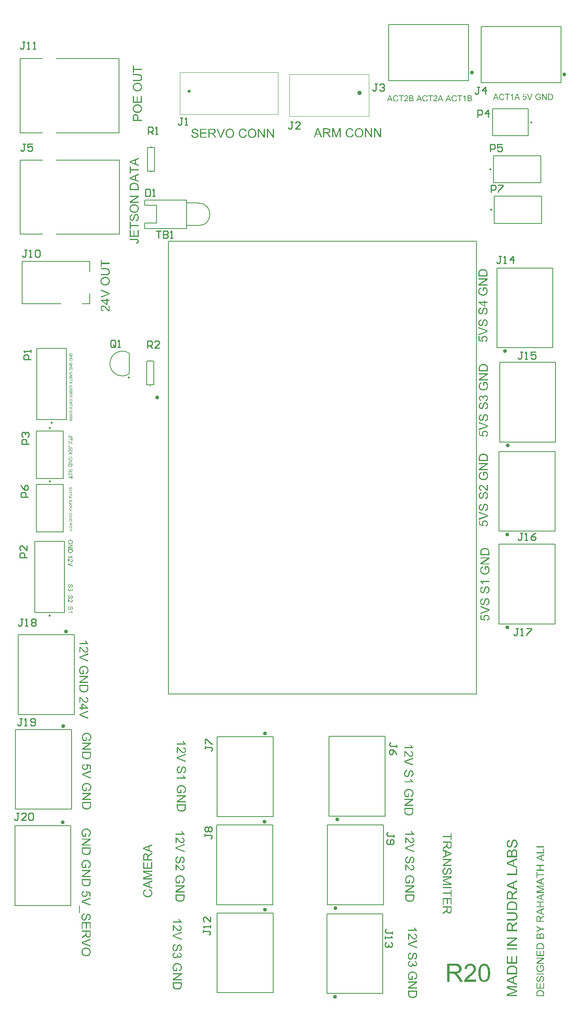
<source format=gto>
G04*
G04 #@! TF.GenerationSoftware,Altium Limited,Altium Designer,19.1.8 (144)*
G04*
G04 Layer_Color=65535*
%FSLAX25Y25*%
%MOIN*%
G70*
G01*
G75*
%ADD10C,0.01575*%
%ADD11C,0.00984*%
%ADD12C,0.01968*%
%ADD13C,0.00787*%
%ADD14C,0.00500*%
%ADD15C,0.00394*%
%ADD16C,0.01000*%
G36*
X388756Y42343D02*
X388931Y42321D01*
X389149Y42299D01*
X389390Y42256D01*
X389630Y42212D01*
X390199Y42059D01*
X390768Y41840D01*
X391052Y41709D01*
X391336Y41556D01*
X391599Y41359D01*
X391839Y41140D01*
X391861Y41118D01*
X391905Y41096D01*
X391949Y41009D01*
X392036Y40922D01*
X392145Y40812D01*
X392255Y40659D01*
X392364Y40506D01*
X392495Y40309D01*
X392714Y39894D01*
X392933Y39369D01*
X393020Y39106D01*
X393064Y38800D01*
X393108Y38494D01*
X393130Y38166D01*
Y38122D01*
Y38013D01*
X393108Y37838D01*
X393086Y37597D01*
X393042Y37335D01*
X392955Y37029D01*
X392867Y36701D01*
X392736Y36373D01*
X392714Y36329D01*
X392670Y36219D01*
X392583Y36045D01*
X392452Y35804D01*
X392277Y35542D01*
X392058Y35214D01*
X391795Y34885D01*
X391489Y34514D01*
X391446Y34470D01*
X391336Y34339D01*
X391227Y34229D01*
X391118Y34120D01*
X390986Y33989D01*
X390811Y33814D01*
X390636Y33639D01*
X390418Y33442D01*
X390199Y33223D01*
X389937Y32983D01*
X389652Y32742D01*
X389346Y32458D01*
X388996Y32174D01*
X388646Y31867D01*
X388624Y31846D01*
X388581Y31802D01*
X388493Y31736D01*
X388384Y31649D01*
X388253Y31517D01*
X388100Y31386D01*
X387750Y31102D01*
X387378Y30774D01*
X387028Y30446D01*
X386722Y30161D01*
X386591Y30052D01*
X386481Y29943D01*
X386459Y29921D01*
X386394Y29855D01*
X386306Y29768D01*
X386197Y29637D01*
X386087Y29484D01*
X385956Y29331D01*
X385694Y28959D01*
X393151D01*
Y27165D01*
X383113D01*
Y27187D01*
Y27275D01*
Y27406D01*
X383135Y27581D01*
X383157Y27778D01*
X383201Y27996D01*
X383244Y28215D01*
X383332Y28456D01*
Y28478D01*
X383354Y28499D01*
X383397Y28631D01*
X383485Y28828D01*
X383616Y29090D01*
X383791Y29396D01*
X384010Y29746D01*
X384250Y30096D01*
X384557Y30468D01*
Y30490D01*
X384600Y30512D01*
X384710Y30643D01*
X384907Y30839D01*
X385191Y31124D01*
X385519Y31452D01*
X385934Y31846D01*
X386437Y32283D01*
X386984Y32742D01*
X387006Y32764D01*
X387093Y32830D01*
X387225Y32939D01*
X387378Y33070D01*
X387575Y33245D01*
X387815Y33442D01*
X388056Y33661D01*
X388340Y33901D01*
X388887Y34426D01*
X389434Y34951D01*
X389696Y35214D01*
X389937Y35476D01*
X390155Y35717D01*
X390330Y35957D01*
Y35979D01*
X390374Y36001D01*
X390418Y36066D01*
X390461Y36154D01*
X390615Y36395D01*
X390790Y36679D01*
X390943Y37029D01*
X391096Y37400D01*
X391183Y37816D01*
X391227Y38210D01*
Y38232D01*
Y38253D01*
X391205Y38385D01*
X391183Y38603D01*
X391118Y38844D01*
X391030Y39150D01*
X390877Y39456D01*
X390680Y39762D01*
X390418Y40069D01*
X390374Y40112D01*
X390265Y40200D01*
X390111Y40309D01*
X389871Y40462D01*
X389565Y40593D01*
X389215Y40725D01*
X388799Y40812D01*
X388340Y40834D01*
X388209D01*
X388121Y40812D01*
X387859Y40790D01*
X387553Y40725D01*
X387225Y40637D01*
X386853Y40484D01*
X386503Y40287D01*
X386175Y40025D01*
X386131Y39981D01*
X386044Y39872D01*
X385912Y39697D01*
X385781Y39434D01*
X385628Y39128D01*
X385497Y38735D01*
X385409Y38297D01*
X385366Y37794D01*
X383463Y37991D01*
Y38013D01*
X383485Y38078D01*
Y38188D01*
X383507Y38341D01*
X383551Y38516D01*
X383594Y38713D01*
X383660Y38953D01*
X383726Y39194D01*
X383900Y39719D01*
X384163Y40244D01*
X384316Y40506D01*
X384513Y40769D01*
X384710Y41009D01*
X384928Y41228D01*
X384950Y41250D01*
X384994Y41271D01*
X385060Y41337D01*
X385169Y41403D01*
X385300Y41490D01*
X385453Y41578D01*
X385628Y41687D01*
X385847Y41796D01*
X386087Y41906D01*
X386350Y42015D01*
X386634Y42103D01*
X386940Y42190D01*
X387268Y42256D01*
X387618Y42321D01*
X387990Y42343D01*
X388384Y42365D01*
X388602D01*
X388756Y42343D01*
D02*
G37*
G36*
X376093Y42278D02*
X376290D01*
X376749Y42256D01*
X377230Y42190D01*
X377755Y42124D01*
X378236Y42015D01*
X378477Y41949D01*
X378674Y41884D01*
X378695D01*
X378717Y41862D01*
X378849Y41796D01*
X379045Y41709D01*
X379286Y41556D01*
X379548Y41359D01*
X379833Y41096D01*
X380095Y40790D01*
X380358Y40440D01*
Y40419D01*
X380379Y40397D01*
X380467Y40266D01*
X380554Y40047D01*
X380686Y39762D01*
X380795Y39434D01*
X380904Y39041D01*
X380970Y38625D01*
X380992Y38166D01*
Y38144D01*
Y38100D01*
Y38013D01*
X380970Y37903D01*
Y37750D01*
X380948Y37597D01*
X380860Y37225D01*
X380729Y36788D01*
X380554Y36329D01*
X380292Y35870D01*
X380117Y35651D01*
X379942Y35432D01*
X379920Y35410D01*
X379898Y35388D01*
X379833Y35323D01*
X379745Y35257D01*
X379636Y35170D01*
X379505Y35082D01*
X379330Y34973D01*
X379155Y34842D01*
X378936Y34732D01*
X378695Y34623D01*
X378433Y34492D01*
X378149Y34383D01*
X377821Y34295D01*
X377492Y34186D01*
X377121Y34120D01*
X376727Y34054D01*
X376771Y34032D01*
X376858Y33989D01*
X376990Y33901D01*
X377165Y33814D01*
X377558Y33573D01*
X377755Y33420D01*
X377930Y33289D01*
X377974Y33245D01*
X378083Y33136D01*
X378258Y32961D01*
X378477Y32742D01*
X378717Y32436D01*
X379002Y32108D01*
X379286Y31714D01*
X379592Y31277D01*
X382195Y27165D01*
X379701D01*
X377711Y30315D01*
Y30336D01*
X377667Y30380D01*
X377624Y30446D01*
X377558Y30533D01*
X377405Y30774D01*
X377208Y31080D01*
X376968Y31408D01*
X376727Y31758D01*
X376486Y32086D01*
X376268Y32392D01*
X376246Y32414D01*
X376180Y32502D01*
X376071Y32633D01*
X375918Y32786D01*
X375590Y33114D01*
X375415Y33267D01*
X375240Y33398D01*
X375218Y33420D01*
X375174Y33442D01*
X375087Y33486D01*
X374956Y33551D01*
X374824Y33617D01*
X374671Y33683D01*
X374321Y33792D01*
X374300D01*
X374256Y33814D01*
X374168D01*
X374059Y33836D01*
X373906Y33858D01*
X373731D01*
X373490Y33879D01*
X370910D01*
Y27165D01*
X368898D01*
Y42299D01*
X375918D01*
X376093Y42278D01*
D02*
G37*
G36*
X400522Y42343D02*
X400806Y42299D01*
X401134Y42234D01*
X401484Y42146D01*
X401856Y42037D01*
X402206Y41862D01*
X402227D01*
X402249Y41840D01*
X402359Y41774D01*
X402534Y41665D01*
X402752Y41512D01*
X402993Y41293D01*
X403255Y41053D01*
X403496Y40769D01*
X403736Y40440D01*
X403758Y40397D01*
X403846Y40287D01*
X403933Y40091D01*
X404086Y39806D01*
X404218Y39478D01*
X404393Y39106D01*
X404546Y38669D01*
X404677Y38188D01*
Y38166D01*
X404699Y38122D01*
X404721Y38057D01*
X404743Y37947D01*
X404764Y37816D01*
X404786Y37663D01*
X404830Y37466D01*
X404852Y37247D01*
X404896Y37007D01*
X404917Y36744D01*
X404939Y36438D01*
X404983Y36132D01*
X405005Y35782D01*
Y35432D01*
X405027Y35039D01*
Y34623D01*
Y34601D01*
Y34514D01*
Y34361D01*
Y34186D01*
X405005Y33945D01*
Y33683D01*
X404983Y33398D01*
X404961Y33092D01*
X404896Y32392D01*
X404786Y31671D01*
X404655Y30971D01*
X404568Y30643D01*
X404458Y30315D01*
Y30293D01*
X404436Y30249D01*
X404393Y30161D01*
X404349Y30052D01*
X404305Y29899D01*
X404218Y29746D01*
X404043Y29374D01*
X403824Y28981D01*
X403540Y28543D01*
X403212Y28150D01*
X402818Y27778D01*
X402796D01*
X402774Y27734D01*
X402709Y27690D01*
X402621Y27646D01*
X402512Y27581D01*
X402402Y27493D01*
X402074Y27340D01*
X401681Y27187D01*
X401222Y27034D01*
X400675Y26947D01*
X400084Y26903D01*
X399866D01*
X399712Y26925D01*
X399537Y26947D01*
X399319Y26990D01*
X399078Y27034D01*
X398816Y27100D01*
X398553Y27187D01*
X398269Y27275D01*
X397985Y27406D01*
X397700Y27559D01*
X397416Y27734D01*
X397132Y27953D01*
X396869Y28193D01*
X396629Y28456D01*
X396607Y28478D01*
X396563Y28543D01*
X396498Y28653D01*
X396388Y28828D01*
X396279Y29024D01*
X396169Y29287D01*
X396016Y29593D01*
X395885Y29943D01*
X395754Y30336D01*
X395623Y30796D01*
X395492Y31299D01*
X395382Y31867D01*
X395273Y32480D01*
X395207Y33136D01*
X395163Y33858D01*
X395142Y34623D01*
Y34645D01*
Y34732D01*
Y34885D01*
Y35060D01*
X395163Y35301D01*
Y35563D01*
X395185Y35848D01*
X395207Y36176D01*
X395273Y36854D01*
X395382Y37576D01*
X395513Y38297D01*
X395601Y38625D01*
X395688Y38953D01*
Y38975D01*
X395710Y39019D01*
X395754Y39106D01*
X395798Y39216D01*
X395842Y39369D01*
X395929Y39522D01*
X396104Y39894D01*
X396323Y40287D01*
X396607Y40703D01*
X396935Y41118D01*
X397329Y41468D01*
X397351D01*
X397372Y41512D01*
X397438Y41556D01*
X397526Y41600D01*
X397635Y41687D01*
X397766Y41753D01*
X398094Y41928D01*
X398488Y42081D01*
X398947Y42234D01*
X399494Y42321D01*
X400084Y42365D01*
X400281D01*
X400522Y42343D01*
D02*
G37*
G36*
X425734Y146961D02*
X425913Y146936D01*
X426117Y146885D01*
X426334Y146821D01*
X426563Y146719D01*
X426805Y146579D01*
X426818D01*
X426831Y146566D01*
X426907Y146502D01*
X427022Y146413D01*
X427149Y146286D01*
X427303Y146120D01*
X427468Y145916D01*
X427621Y145686D01*
X427762Y145419D01*
Y145406D01*
X427774Y145380D01*
X427787Y145342D01*
X427812Y145291D01*
X427838Y145215D01*
X427876Y145125D01*
X427927Y144921D01*
X427991Y144679D01*
X428055Y144386D01*
X428093Y144067D01*
X428106Y143723D01*
Y143519D01*
X428093Y143417D01*
Y143302D01*
X428080Y143175D01*
X428067Y143022D01*
X428017Y142703D01*
X427965Y142371D01*
X427876Y142040D01*
X427762Y141721D01*
Y141708D01*
X427749Y141683D01*
X427723Y141645D01*
X427698Y141594D01*
X427621Y141441D01*
X427506Y141262D01*
X427353Y141058D01*
X427175Y140841D01*
X426958Y140637D01*
X426716Y140446D01*
X426703D01*
X426678Y140421D01*
X426640Y140408D01*
X426588Y140370D01*
X426525Y140344D01*
X426448Y140306D01*
X426257Y140217D01*
X426015Y140127D01*
X425747Y140051D01*
X425441Y140000D01*
X425122Y139974D01*
X425020Y141071D01*
X425033D01*
X425046D01*
X425084Y141084D01*
X425135D01*
X425250Y141109D01*
X425416Y141147D01*
X425581Y141198D01*
X425772Y141249D01*
X425951Y141339D01*
X426117Y141428D01*
X426129Y141441D01*
X426181Y141479D01*
X426270Y141543D01*
X426359Y141645D01*
X426474Y141772D01*
X426588Y141912D01*
X426703Y142104D01*
X426805Y142308D01*
Y142320D01*
X426818Y142333D01*
X426831Y142371D01*
X426844Y142410D01*
X426882Y142537D01*
X426933Y142703D01*
X426984Y142907D01*
X427022Y143136D01*
X427047Y143391D01*
X427060Y143672D01*
Y143787D01*
X427047Y143914D01*
X427035Y144067D01*
X427009Y144246D01*
X426984Y144450D01*
X426933Y144654D01*
X426869Y144845D01*
X426856Y144870D01*
X426831Y144934D01*
X426780Y145023D01*
X426729Y145138D01*
X426640Y145253D01*
X426550Y145380D01*
X426448Y145508D01*
X426321Y145610D01*
X426308Y145623D01*
X426257Y145648D01*
X426193Y145686D01*
X426091Y145737D01*
X425989Y145788D01*
X425862Y145827D01*
X425722Y145852D01*
X425568Y145865D01*
X425556D01*
X425492D01*
X425416Y145852D01*
X425314Y145839D01*
X425211Y145801D01*
X425084Y145763D01*
X424957Y145699D01*
X424842Y145610D01*
X424829Y145597D01*
X424791Y145559D01*
X424740Y145508D01*
X424663Y145419D01*
X424587Y145317D01*
X424498Y145176D01*
X424408Y145011D01*
X424332Y144819D01*
X424319Y144807D01*
X424306Y144743D01*
X424268Y144641D01*
X424255Y144577D01*
X424230Y144488D01*
X424192Y144399D01*
X424166Y144284D01*
X424128Y144156D01*
X424089Y144003D01*
X424051Y143850D01*
X424000Y143672D01*
X423949Y143468D01*
X423898Y143251D01*
Y143238D01*
X423885Y143200D01*
X423873Y143136D01*
X423847Y143060D01*
X423822Y142958D01*
X423796Y142843D01*
X423720Y142588D01*
X423631Y142308D01*
X423541Y142014D01*
X423452Y141759D01*
X423401Y141645D01*
X423350Y141543D01*
Y141530D01*
X423337Y141517D01*
X423286Y141441D01*
X423222Y141326D01*
X423120Y141198D01*
X423006Y141045D01*
X422865Y140892D01*
X422700Y140739D01*
X422521Y140612D01*
X422496Y140599D01*
X422432Y140561D01*
X422330Y140510D01*
X422202Y140459D01*
X422037Y140408D01*
X421845Y140357D01*
X421641Y140319D01*
X421425Y140306D01*
X421412D01*
X421399D01*
X421361D01*
X421310D01*
X421182Y140331D01*
X421017Y140357D01*
X420825Y140395D01*
X420609Y140459D01*
X420392Y140548D01*
X420175Y140676D01*
X420162D01*
X420150Y140688D01*
X420073Y140752D01*
X419971Y140841D01*
X419844Y140956D01*
X419703Y141109D01*
X419551Y141300D01*
X419410Y141530D01*
X419283Y141785D01*
Y141798D01*
X419270Y141823D01*
X419257Y141861D01*
X419232Y141912D01*
X419206Y141976D01*
X419181Y142065D01*
X419130Y142257D01*
X419079Y142499D01*
X419028Y142779D01*
X418990Y143073D01*
X418977Y143404D01*
Y143570D01*
X418990Y143659D01*
Y143748D01*
X419015Y143991D01*
X419053Y144258D01*
X419117Y144539D01*
X419194Y144845D01*
X419296Y145125D01*
Y145138D01*
X419308Y145164D01*
X419334Y145202D01*
X419359Y145253D01*
X419423Y145380D01*
X419538Y145546D01*
X419665Y145737D01*
X419831Y145929D01*
X420022Y146107D01*
X420239Y146273D01*
X420252D01*
X420264Y146286D01*
X420303Y146311D01*
X420341Y146337D01*
X420469Y146400D01*
X420634Y146477D01*
X420838Y146566D01*
X421080Y146630D01*
X421336Y146694D01*
X421616Y146719D01*
X421705Y145597D01*
X421693D01*
X421667D01*
X421629Y145584D01*
X421565Y145572D01*
X421425Y145533D01*
X421234Y145482D01*
X421030Y145406D01*
X420825Y145291D01*
X420634Y145151D01*
X420456Y144972D01*
X420443Y144947D01*
X420392Y144883D01*
X420316Y144756D01*
X420239Y144590D01*
X420162Y144373D01*
X420086Y144118D01*
X420035Y143799D01*
X420022Y143442D01*
Y143264D01*
X420035Y143187D01*
X420048Y143085D01*
X420073Y142856D01*
X420124Y142601D01*
X420188Y142346D01*
X420290Y142104D01*
X420354Y142002D01*
X420417Y141900D01*
X420430Y141874D01*
X420481Y141823D01*
X420571Y141747D01*
X420673Y141670D01*
X420813Y141581D01*
X420966Y141504D01*
X421144Y141453D01*
X421348Y141428D01*
X421374D01*
X421425D01*
X421514Y141441D01*
X421616Y141466D01*
X421743Y141504D01*
X421871Y141568D01*
X421999Y141645D01*
X422126Y141759D01*
X422139Y141772D01*
X422177Y141836D01*
X422215Y141887D01*
X422241Y141938D01*
X422279Y142014D01*
X422330Y142104D01*
X422368Y142218D01*
X422419Y142346D01*
X422470Y142486D01*
X422534Y142652D01*
X422585Y142830D01*
X422649Y143034D01*
X422700Y143264D01*
X422763Y143519D01*
Y143532D01*
X422776Y143583D01*
X422789Y143659D01*
X422815Y143748D01*
X422840Y143863D01*
X422878Y144003D01*
X422917Y144144D01*
X422955Y144297D01*
X423044Y144628D01*
X423133Y144947D01*
X423184Y145100D01*
X423235Y145240D01*
X423274Y145368D01*
X423324Y145470D01*
Y145482D01*
X423337Y145508D01*
X423363Y145546D01*
X423388Y145597D01*
X423465Y145737D01*
X423567Y145903D01*
X423707Y146094D01*
X423860Y146286D01*
X424039Y146464D01*
X424230Y146617D01*
X424255Y146630D01*
X424319Y146681D01*
X424434Y146732D01*
X424587Y146808D01*
X424765Y146872D01*
X424982Y146936D01*
X425224Y146974D01*
X425479Y146987D01*
X425492D01*
X425505D01*
X425543D01*
X425594D01*
X425734Y146961D01*
D02*
G37*
G36*
X425620Y138750D02*
X425772Y138725D01*
X425951Y138699D01*
X426142Y138648D01*
X426346Y138585D01*
X426550Y138495D01*
X426576Y138483D01*
X426640Y138444D01*
X426729Y138393D01*
X426856Y138317D01*
X426984Y138215D01*
X427124Y138113D01*
X427264Y137985D01*
X427379Y137845D01*
X427392Y137832D01*
X427430Y137781D01*
X427481Y137692D01*
X427532Y137577D01*
X427608Y137437D01*
X427685Y137271D01*
X427749Y137093D01*
X427812Y136876D01*
Y136851D01*
X427838Y136774D01*
X427851Y136647D01*
X427876Y136481D01*
X427902Y136277D01*
X427927Y136035D01*
X427940Y135767D01*
X427953Y135461D01*
Y132095D01*
X419130D01*
Y135563D01*
X419142Y135652D01*
Y135754D01*
X419168Y135984D01*
X419194Y136239D01*
X419244Y136506D01*
X419308Y136774D01*
X419397Y137016D01*
Y137029D01*
X419410Y137042D01*
X419449Y137118D01*
X419512Y137233D01*
X419601Y137361D01*
X419716Y137514D01*
X419857Y137679D01*
X420035Y137832D01*
X420226Y137973D01*
X420252Y137985D01*
X420328Y138024D01*
X420430Y138087D01*
X420583Y138151D01*
X420762Y138215D01*
X420953Y138279D01*
X421170Y138317D01*
X421386Y138330D01*
X421412D01*
X421476D01*
X421591Y138317D01*
X421731Y138291D01*
X421897Y138253D01*
X422075Y138189D01*
X422254Y138113D01*
X422445Y138011D01*
X422470Y137998D01*
X422521Y137960D01*
X422623Y137883D01*
X422725Y137781D01*
X422853Y137654D01*
X422993Y137501D01*
X423120Y137310D01*
X423248Y137093D01*
Y137106D01*
X423261Y137131D01*
X423274Y137169D01*
X423299Y137220D01*
X423350Y137373D01*
X423439Y137552D01*
X423554Y137743D01*
X423694Y137960D01*
X423860Y138151D01*
X424064Y138330D01*
X424089Y138342D01*
X424166Y138393D01*
X424281Y138470D01*
X424434Y138546D01*
X424638Y138623D01*
X424855Y138699D01*
X425109Y138750D01*
X425390Y138763D01*
X425403D01*
X425416D01*
X425492D01*
X425620Y138750D01*
D02*
G37*
G36*
X427953Y129876D02*
X425275Y128844D01*
Y125146D01*
X427953Y124190D01*
Y122953D01*
X419130Y126319D01*
Y127594D01*
X427953Y131202D01*
Y129876D01*
D02*
G37*
G36*
X427953Y117012D02*
X419130D01*
Y118185D01*
X426907D01*
Y122532D01*
X427953D01*
Y117012D01*
D02*
G37*
G36*
Y111363D02*
X425275Y110331D01*
Y106633D01*
X427953Y105677D01*
Y104440D01*
X419130Y107806D01*
Y109081D01*
X427953Y112689D01*
Y111363D01*
D02*
G37*
G36*
Y102821D02*
X426117Y101661D01*
X426104D01*
X426079Y101635D01*
X426040Y101610D01*
X425989Y101571D01*
X425849Y101482D01*
X425670Y101367D01*
X425479Y101227D01*
X425275Y101087D01*
X425084Y100947D01*
X424905Y100819D01*
X424893Y100806D01*
X424842Y100768D01*
X424765Y100704D01*
X424676Y100615D01*
X424485Y100424D01*
X424396Y100322D01*
X424319Y100220D01*
X424306Y100207D01*
X424294Y100182D01*
X424268Y100131D01*
X424230Y100054D01*
X424192Y99978D01*
X424153Y99888D01*
X424089Y99684D01*
Y99672D01*
X424077Y99646D01*
Y99595D01*
X424064Y99531D01*
X424051Y99442D01*
Y99340D01*
X424039Y99200D01*
Y97695D01*
X427953D01*
Y96522D01*
X419130D01*
Y100615D01*
X419142Y100717D01*
Y100832D01*
X419155Y101100D01*
X419194Y101380D01*
X419232Y101686D01*
X419296Y101967D01*
X419334Y102107D01*
X419372Y102222D01*
Y102234D01*
X419385Y102247D01*
X419423Y102324D01*
X419474Y102438D01*
X419563Y102579D01*
X419678Y102732D01*
X419831Y102897D01*
X420010Y103050D01*
X420214Y103203D01*
X420226D01*
X420239Y103216D01*
X420316Y103267D01*
X420443Y103318D01*
X420609Y103395D01*
X420800Y103458D01*
X421030Y103522D01*
X421272Y103560D01*
X421539Y103573D01*
X421552D01*
X421578D01*
X421629D01*
X421693Y103560D01*
X421782D01*
X421871Y103548D01*
X422088Y103497D01*
X422343Y103420D01*
X422611Y103318D01*
X422878Y103165D01*
X423006Y103063D01*
X423133Y102961D01*
X423146Y102948D01*
X423159Y102936D01*
X423197Y102897D01*
X423235Y102846D01*
X423286Y102783D01*
X423337Y102706D01*
X423401Y102604D01*
X423478Y102502D01*
X423541Y102375D01*
X423605Y102234D01*
X423681Y102081D01*
X423745Y101916D01*
X423796Y101724D01*
X423860Y101533D01*
X423898Y101316D01*
X423937Y101087D01*
X423949Y101112D01*
X423975Y101163D01*
X424026Y101240D01*
X424077Y101342D01*
X424217Y101571D01*
X424306Y101686D01*
X424383Y101788D01*
X424408Y101814D01*
X424472Y101877D01*
X424574Y101979D01*
X424701Y102107D01*
X424880Y102247D01*
X425071Y102413D01*
X425301Y102579D01*
X425556Y102757D01*
X427953Y104274D01*
Y102821D01*
D02*
G37*
G36*
X423758Y94890D02*
X423860D01*
X424102Y94878D01*
X424383Y94839D01*
X424676Y94801D01*
X424982Y94737D01*
X425288Y94661D01*
X425301D01*
X425326Y94648D01*
X425364Y94635D01*
X425416Y94623D01*
X425556Y94572D01*
X425734Y94495D01*
X425938Y94419D01*
X426142Y94317D01*
X426359Y94189D01*
X426563Y94062D01*
X426588Y94049D01*
X426652Y93998D01*
X426742Y93921D01*
X426856Y93819D01*
X426984Y93705D01*
X427111Y93564D01*
X427251Y93424D01*
X427366Y93258D01*
X427379Y93233D01*
X427417Y93182D01*
X427468Y93093D01*
X427532Y92965D01*
X427608Y92812D01*
X427672Y92634D01*
X427749Y92430D01*
X427812Y92200D01*
Y92175D01*
X427825Y92136D01*
X427838Y92098D01*
X427851Y91971D01*
X427876Y91792D01*
X427902Y91588D01*
X427927Y91346D01*
X427940Y91078D01*
X427953Y90785D01*
Y87610D01*
X419130D01*
Y91002D01*
X419142Y91231D01*
X419155Y91486D01*
X419181Y91741D01*
X419219Y91996D01*
X419257Y92213D01*
Y92226D01*
X419270Y92251D01*
Y92289D01*
X419296Y92340D01*
X419334Y92481D01*
X419397Y92659D01*
X419487Y92863D01*
X419601Y93080D01*
X419729Y93297D01*
X419895Y93501D01*
X419908Y93513D01*
X419920Y93526D01*
X419958Y93564D01*
X419997Y93615D01*
X420124Y93743D01*
X420303Y93896D01*
X420519Y94062D01*
X420775Y94240D01*
X421068Y94406D01*
X421399Y94546D01*
X421412D01*
X421438Y94559D01*
X421489Y94584D01*
X421565Y94597D01*
X421654Y94635D01*
X421756Y94661D01*
X421871Y94686D01*
X422011Y94725D01*
X422152Y94763D01*
X422317Y94788D01*
X422674Y94852D01*
X423069Y94890D01*
X423503Y94903D01*
X423516D01*
X423541D01*
X423605D01*
X423669D01*
X423758Y94890D01*
D02*
G37*
G36*
X424561Y85647D02*
X424689D01*
X424842Y85634D01*
X424995Y85621D01*
X425339Y85583D01*
X425696Y85532D01*
X426040Y85455D01*
X426206Y85404D01*
X426359Y85353D01*
X426372D01*
X426397Y85341D01*
X426436Y85315D01*
X426486Y85290D01*
X426627Y85213D01*
X426805Y85098D01*
X427009Y84945D01*
X427213Y84767D01*
X427430Y84537D01*
X427621Y84257D01*
Y84244D01*
X427647Y84219D01*
X427660Y84180D01*
X427698Y84117D01*
X427736Y84040D01*
X427774Y83938D01*
X427812Y83836D01*
X427864Y83709D01*
X427914Y83568D01*
X427953Y83415D01*
X427991Y83250D01*
X428029Y83058D01*
X428055Y82867D01*
X428080Y82663D01*
X428106Y82204D01*
Y82089D01*
X428093Y82000D01*
Y81898D01*
X428080Y81771D01*
X428067Y81630D01*
X428055Y81490D01*
X428004Y81171D01*
X427927Y80827D01*
X427825Y80496D01*
X427685Y80177D01*
Y80164D01*
X427660Y80139D01*
X427634Y80100D01*
X427608Y80049D01*
X427506Y79909D01*
X427366Y79743D01*
X427188Y79552D01*
X426984Y79374D01*
X426729Y79195D01*
X426448Y79055D01*
X426436D01*
X426410Y79042D01*
X426359Y79029D01*
X426295Y79004D01*
X426219Y78978D01*
X426117Y78953D01*
X426002Y78915D01*
X425862Y78889D01*
X425709Y78864D01*
X425543Y78825D01*
X425364Y78800D01*
X425173Y78774D01*
X424957Y78749D01*
X424727Y78736D01*
X424485Y78723D01*
X424230D01*
X419130D01*
Y79896D01*
X424230D01*
X424242D01*
X424281D01*
X424344D01*
X424421D01*
X424510Y79909D01*
X424625D01*
X424867Y79922D01*
X425148Y79947D01*
X425428Y79986D01*
X425696Y80037D01*
X425811Y80062D01*
X425925Y80100D01*
X425951Y80113D01*
X426015Y80139D01*
X426104Y80202D01*
X426231Y80279D01*
X426359Y80368D01*
X426499Y80496D01*
X426640Y80649D01*
X426754Y80827D01*
X426767Y80853D01*
X426805Y80916D01*
X426844Y81031D01*
X426895Y81184D01*
X426958Y81363D01*
X426997Y81592D01*
X427035Y81834D01*
X427047Y82102D01*
Y82230D01*
X427035Y82306D01*
Y82421D01*
X427022Y82536D01*
X426971Y82816D01*
X426907Y83122D01*
X426805Y83415D01*
X426665Y83696D01*
X426576Y83823D01*
X426474Y83938D01*
X426461Y83951D01*
X426448Y83964D01*
X426410Y83989D01*
X426359Y84027D01*
X426283Y84066D01*
X426206Y84117D01*
X426091Y84168D01*
X425977Y84219D01*
X425836Y84270D01*
X425670Y84308D01*
X425479Y84359D01*
X425275Y84397D01*
X425046Y84435D01*
X424803Y84461D01*
X424523Y84486D01*
X424230D01*
X419130D01*
Y85659D01*
X424230D01*
X424242D01*
X424294D01*
X424357D01*
X424446D01*
X424561Y85647D01*
D02*
G37*
G36*
X427953Y76122D02*
X426117Y74962D01*
X426104D01*
X426079Y74937D01*
X426040Y74911D01*
X425989Y74873D01*
X425849Y74784D01*
X425670Y74669D01*
X425479Y74529D01*
X425275Y74388D01*
X425084Y74248D01*
X424905Y74121D01*
X424893Y74108D01*
X424842Y74070D01*
X424765Y74006D01*
X424676Y73917D01*
X424485Y73725D01*
X424396Y73623D01*
X424319Y73521D01*
X424306Y73509D01*
X424294Y73483D01*
X424268Y73432D01*
X424230Y73356D01*
X424192Y73279D01*
X424153Y73190D01*
X424089Y72986D01*
Y72973D01*
X424077Y72948D01*
Y72897D01*
X424064Y72833D01*
X424051Y72744D01*
Y72642D01*
X424039Y72501D01*
Y70997D01*
X427953D01*
Y69824D01*
X419130D01*
Y73917D01*
X419142Y74019D01*
Y74133D01*
X419155Y74401D01*
X419194Y74682D01*
X419232Y74988D01*
X419296Y75268D01*
X419334Y75408D01*
X419372Y75523D01*
Y75536D01*
X419385Y75549D01*
X419423Y75625D01*
X419474Y75740D01*
X419563Y75880D01*
X419678Y76033D01*
X419831Y76199D01*
X420010Y76352D01*
X420214Y76505D01*
X420226D01*
X420239Y76518D01*
X420316Y76569D01*
X420443Y76620D01*
X420609Y76696D01*
X420800Y76760D01*
X421030Y76824D01*
X421272Y76862D01*
X421539Y76875D01*
X421552D01*
X421578D01*
X421629D01*
X421693Y76862D01*
X421782D01*
X421871Y76849D01*
X422088Y76798D01*
X422343Y76722D01*
X422611Y76620D01*
X422878Y76467D01*
X423006Y76365D01*
X423133Y76263D01*
X423146Y76250D01*
X423159Y76237D01*
X423197Y76199D01*
X423235Y76148D01*
X423286Y76084D01*
X423337Y76008D01*
X423401Y75906D01*
X423478Y75804D01*
X423541Y75676D01*
X423605Y75536D01*
X423681Y75383D01*
X423745Y75217D01*
X423796Y75026D01*
X423860Y74835D01*
X423898Y74618D01*
X423937Y74388D01*
X423949Y74414D01*
X423975Y74465D01*
X424026Y74541D01*
X424077Y74643D01*
X424217Y74873D01*
X424306Y74988D01*
X424383Y75090D01*
X424408Y75115D01*
X424472Y75179D01*
X424574Y75281D01*
X424701Y75408D01*
X424880Y75549D01*
X425071Y75714D01*
X425301Y75880D01*
X425556Y76059D01*
X427953Y77576D01*
Y76122D01*
D02*
G37*
G36*
Y63207D02*
X421030Y58591D01*
X427953D01*
Y57469D01*
X419130D01*
Y58668D01*
X426066Y63296D01*
X419130D01*
Y64418D01*
X427953D01*
Y63207D01*
D02*
G37*
G36*
Y54243D02*
X419130D01*
Y55416D01*
X427953D01*
Y54243D01*
D02*
G37*
G36*
Y42411D02*
X419130D01*
Y48799D01*
X420175D01*
Y43584D01*
X422865D01*
Y48468D01*
X423911D01*
Y43584D01*
X426907D01*
Y49003D01*
X427953D01*
Y42411D01*
D02*
G37*
G36*
X423758Y40779D02*
X423860D01*
X424102Y40767D01*
X424383Y40728D01*
X424676Y40690D01*
X424982Y40626D01*
X425288Y40550D01*
X425301D01*
X425326Y40537D01*
X425364Y40524D01*
X425416Y40512D01*
X425556Y40461D01*
X425734Y40384D01*
X425938Y40308D01*
X426142Y40206D01*
X426359Y40078D01*
X426563Y39951D01*
X426588Y39938D01*
X426652Y39887D01*
X426742Y39810D01*
X426856Y39708D01*
X426984Y39594D01*
X427111Y39453D01*
X427251Y39313D01*
X427366Y39147D01*
X427379Y39122D01*
X427417Y39071D01*
X427468Y38982D01*
X427532Y38854D01*
X427608Y38701D01*
X427672Y38523D01*
X427749Y38319D01*
X427812Y38089D01*
Y38064D01*
X427825Y38025D01*
X427838Y37987D01*
X427851Y37860D01*
X427876Y37681D01*
X427902Y37477D01*
X427927Y37235D01*
X427940Y36967D01*
X427953Y36674D01*
Y33499D01*
X419130D01*
Y36891D01*
X419142Y37120D01*
X419155Y37375D01*
X419181Y37630D01*
X419219Y37885D01*
X419257Y38102D01*
Y38115D01*
X419270Y38140D01*
Y38178D01*
X419296Y38229D01*
X419334Y38370D01*
X419397Y38548D01*
X419487Y38752D01*
X419601Y38969D01*
X419729Y39186D01*
X419895Y39390D01*
X419908Y39402D01*
X419920Y39415D01*
X419958Y39453D01*
X419997Y39504D01*
X420124Y39632D01*
X420303Y39785D01*
X420519Y39951D01*
X420775Y40129D01*
X421068Y40295D01*
X421399Y40435D01*
X421412D01*
X421438Y40448D01*
X421489Y40473D01*
X421565Y40486D01*
X421654Y40524D01*
X421756Y40550D01*
X421871Y40575D01*
X422011Y40614D01*
X422152Y40652D01*
X422317Y40677D01*
X422674Y40741D01*
X423069Y40779D01*
X423503Y40792D01*
X423516D01*
X423541D01*
X423605D01*
X423669D01*
X423758Y40779D01*
D02*
G37*
G36*
X427953Y31230D02*
X425275Y30197D01*
Y26499D01*
X427953Y25543D01*
Y24306D01*
X419130Y27672D01*
Y28947D01*
X427953Y32556D01*
Y31230D01*
D02*
G37*
G36*
Y22254D02*
X420571D01*
X427953Y19678D01*
Y18633D01*
X420443Y16083D01*
X427953D01*
Y14961D01*
X419130D01*
Y16707D01*
X425390Y18798D01*
X425403D01*
X425428Y18811D01*
X425466Y18824D01*
X425530Y18849D01*
X425683Y18900D01*
X425875Y18964D01*
X426091Y19028D01*
X426308Y19104D01*
X426512Y19168D01*
X426690Y19219D01*
X426665Y19232D01*
X426601Y19245D01*
X426486Y19283D01*
X426334Y19334D01*
X426129Y19398D01*
X425887Y19487D01*
X425607Y19576D01*
X425275Y19691D01*
X419130Y21807D01*
Y23376D01*
X427953D01*
Y22254D01*
D02*
G37*
G36*
X450394Y140414D02*
X444090D01*
Y141253D01*
X450394D01*
Y140414D01*
D02*
G37*
G36*
Y135340D02*
X444090D01*
Y136178D01*
X449647D01*
Y139285D01*
X450394D01*
Y135340D01*
D02*
G37*
G36*
Y133755D02*
X448481Y133017D01*
Y130375D01*
X450394Y129692D01*
X450394Y128808D01*
X444090Y131213D01*
Y132124D01*
X450394Y134703D01*
Y133755D01*
D02*
G37*
G36*
X450394Y124818D02*
X447424D01*
Y121557D01*
X450394D01*
Y120719D01*
X444090D01*
Y121557D01*
X446677D01*
Y124818D01*
X444090D01*
Y125656D01*
X450394D01*
Y124818D01*
D02*
G37*
G36*
X444837Y117749D02*
X450394D01*
Y116911D01*
X444837D01*
Y114834D01*
X444090D01*
Y119826D01*
X444837D01*
Y117749D01*
D02*
G37*
G36*
X450394Y113686D02*
X448481Y112948D01*
Y110306D01*
X450394Y109623D01*
Y108739D01*
X444090Y111144D01*
Y112055D01*
X450394Y114633D01*
Y113686D01*
D02*
G37*
G36*
Y107272D02*
X445119D01*
X450394Y105432D01*
Y104685D01*
X445028Y102863D01*
X450394D01*
Y102061D01*
X444090D01*
Y103309D01*
X448563Y104803D01*
X448572D01*
X448590Y104813D01*
X448617Y104822D01*
X448663Y104840D01*
X448772Y104876D01*
X448909Y104922D01*
X449064Y104967D01*
X449219Y105022D01*
X449364Y105068D01*
X449492Y105104D01*
X449474Y105113D01*
X449428Y105122D01*
X449346Y105150D01*
X449237Y105186D01*
X449091Y105232D01*
X448918Y105295D01*
X448717Y105359D01*
X448481Y105441D01*
X444090Y106953D01*
Y108074D01*
X450394D01*
Y107272D01*
D02*
G37*
G36*
Y100467D02*
X448481Y99729D01*
Y97087D01*
X450394Y96404D01*
Y95520D01*
X444090Y97925D01*
Y98836D01*
X450394Y101415D01*
Y100467D01*
D02*
G37*
G36*
Y93981D02*
X447424D01*
Y90719D01*
X450394D01*
Y89881D01*
X444090D01*
Y90719D01*
X446677D01*
Y93981D01*
X444090D01*
Y94819D01*
X450394D01*
Y93981D01*
D02*
G37*
G36*
Y88232D02*
X448481Y87494D01*
Y84852D01*
X450394Y84169D01*
Y83286D01*
X444090Y85691D01*
Y86602D01*
X450394Y89180D01*
Y88232D01*
D02*
G37*
G36*
Y82129D02*
X449082Y81300D01*
X449073D01*
X449054Y81281D01*
X449027Y81263D01*
X448991Y81236D01*
X448890Y81172D01*
X448763Y81090D01*
X448626Y80990D01*
X448481Y80890D01*
X448344Y80790D01*
X448216Y80698D01*
X448207Y80689D01*
X448171Y80662D01*
X448116Y80616D01*
X448052Y80553D01*
X447916Y80416D01*
X447852Y80343D01*
X447797Y80270D01*
X447788Y80261D01*
X447779Y80243D01*
X447761Y80206D01*
X447734Y80152D01*
X447706Y80097D01*
X447679Y80033D01*
X447633Y79888D01*
Y79878D01*
X447624Y79860D01*
Y79824D01*
X447615Y79778D01*
X447606Y79715D01*
Y79642D01*
X447597Y79541D01*
Y78466D01*
X450394D01*
Y77628D01*
X444090D01*
Y80553D01*
X444099Y80625D01*
Y80708D01*
X444108Y80899D01*
X444135Y81099D01*
X444163Y81318D01*
X444208Y81518D01*
X444235Y81618D01*
X444263Y81700D01*
Y81710D01*
X444272Y81719D01*
X444299Y81773D01*
X444336Y81855D01*
X444399Y81956D01*
X444481Y82065D01*
X444591Y82183D01*
X444718Y82293D01*
X444864Y82402D01*
X444873D01*
X444882Y82411D01*
X444937Y82447D01*
X445028Y82484D01*
X445146Y82539D01*
X445283Y82584D01*
X445447Y82630D01*
X445620Y82657D01*
X445811Y82666D01*
X445821D01*
X445839D01*
X445875D01*
X445921Y82657D01*
X445985D01*
X446048Y82648D01*
X446203Y82612D01*
X446385Y82557D01*
X446577Y82484D01*
X446768Y82375D01*
X446859Y82302D01*
X446950Y82229D01*
X446959Y82220D01*
X446968Y82211D01*
X446996Y82183D01*
X447023Y82147D01*
X447059Y82101D01*
X447096Y82047D01*
X447141Y81974D01*
X447196Y81901D01*
X447242Y81810D01*
X447287Y81710D01*
X447342Y81600D01*
X447387Y81482D01*
X447424Y81345D01*
X447469Y81209D01*
X447497Y81054D01*
X447524Y80890D01*
X447533Y80908D01*
X447551Y80944D01*
X447588Y80999D01*
X447624Y81072D01*
X447724Y81236D01*
X447788Y81318D01*
X447843Y81391D01*
X447861Y81409D01*
X447907Y81454D01*
X447980Y81527D01*
X448071Y81618D01*
X448198Y81719D01*
X448335Y81837D01*
X448499Y81956D01*
X448681Y82083D01*
X450394Y83167D01*
Y82129D01*
D02*
G37*
G36*
X447724Y71898D02*
X450394D01*
Y71060D01*
X447724D01*
X444090Y68628D01*
Y69639D01*
X446003Y70878D01*
X446012D01*
X446030Y70896D01*
X446057Y70914D01*
X446094Y70933D01*
X446139Y70969D01*
X446194Y71005D01*
X446331Y71087D01*
X446495Y71188D01*
X446677Y71297D01*
X446868Y71415D01*
X447069Y71525D01*
X447059D01*
X447041Y71534D01*
X447014Y71552D01*
X446978Y71579D01*
X446932Y71607D01*
X446877Y71643D01*
X446741Y71725D01*
X446577Y71825D01*
X446385Y71944D01*
X446176Y72080D01*
X445948Y72226D01*
X444090Y73438D01*
Y74413D01*
X447724Y71898D01*
D02*
G37*
G36*
X448727Y68136D02*
X448836Y68117D01*
X448963Y68099D01*
X449100Y68063D01*
X449246Y68017D01*
X449392Y67953D01*
X449410Y67944D01*
X449455Y67917D01*
X449519Y67881D01*
X449610Y67826D01*
X449701Y67753D01*
X449802Y67680D01*
X449902Y67589D01*
X449984Y67489D01*
X449993Y67480D01*
X450020Y67443D01*
X450057Y67380D01*
X450093Y67298D01*
X450148Y67197D01*
X450202Y67079D01*
X450248Y66951D01*
X450293Y66796D01*
Y66778D01*
X450312Y66724D01*
X450321Y66633D01*
X450339Y66514D01*
X450357Y66368D01*
X450376Y66195D01*
X450385Y66004D01*
X450394Y65785D01*
Y63380D01*
X444090D01*
Y65858D01*
X444099Y65922D01*
Y65995D01*
X444117Y66159D01*
X444135Y66341D01*
X444172Y66532D01*
X444217Y66724D01*
X444281Y66897D01*
Y66906D01*
X444290Y66915D01*
X444317Y66970D01*
X444363Y67052D01*
X444427Y67143D01*
X444509Y67252D01*
X444609Y67370D01*
X444736Y67480D01*
X444873Y67580D01*
X444891Y67589D01*
X444946Y67616D01*
X445019Y67662D01*
X445128Y67708D01*
X445256Y67753D01*
X445392Y67799D01*
X445547Y67826D01*
X445702Y67835D01*
X445720D01*
X445766D01*
X445848Y67826D01*
X445948Y67808D01*
X446066Y67780D01*
X446194Y67735D01*
X446321Y67680D01*
X446458Y67607D01*
X446476Y67598D01*
X446513Y67571D01*
X446586Y67516D01*
X446659Y67443D01*
X446750Y67352D01*
X446850Y67243D01*
X446941Y67106D01*
X447032Y66951D01*
Y66961D01*
X447041Y66979D01*
X447050Y67006D01*
X447069Y67042D01*
X447105Y67152D01*
X447169Y67279D01*
X447251Y67416D01*
X447351Y67571D01*
X447469Y67708D01*
X447615Y67835D01*
X447633Y67844D01*
X447688Y67881D01*
X447770Y67935D01*
X447879Y67990D01*
X448025Y68045D01*
X448180Y68099D01*
X448362Y68136D01*
X448563Y68145D01*
X448572D01*
X448581D01*
X448635D01*
X448727Y68136D01*
D02*
G37*
G36*
X447397Y59809D02*
X447469D01*
X447643Y59800D01*
X447843Y59773D01*
X448052Y59745D01*
X448271Y59700D01*
X448490Y59645D01*
X448499D01*
X448517Y59636D01*
X448544Y59627D01*
X448581Y59618D01*
X448681Y59581D01*
X448809Y59527D01*
X448954Y59472D01*
X449100Y59399D01*
X449255Y59308D01*
X449401Y59217D01*
X449419Y59208D01*
X449465Y59171D01*
X449528Y59117D01*
X449610Y59044D01*
X449701Y58962D01*
X449792Y58862D01*
X449893Y58762D01*
X449975Y58643D01*
X449984Y58625D01*
X450011Y58588D01*
X450047Y58525D01*
X450093Y58434D01*
X450148Y58324D01*
X450193Y58197D01*
X450248Y58051D01*
X450293Y57887D01*
Y57869D01*
X450303Y57841D01*
X450312Y57814D01*
X450321Y57723D01*
X450339Y57595D01*
X450357Y57450D01*
X450376Y57277D01*
X450385Y57085D01*
X450394Y56876D01*
Y54607D01*
X444090D01*
Y57031D01*
X444099Y57195D01*
X444108Y57377D01*
X444126Y57559D01*
X444153Y57741D01*
X444181Y57896D01*
Y57905D01*
X444190Y57923D01*
Y57951D01*
X444208Y57987D01*
X444235Y58087D01*
X444281Y58215D01*
X444345Y58361D01*
X444427Y58516D01*
X444518Y58670D01*
X444636Y58816D01*
X444645Y58825D01*
X444654Y58834D01*
X444682Y58862D01*
X444709Y58898D01*
X444800Y58989D01*
X444928Y59099D01*
X445083Y59217D01*
X445265Y59345D01*
X445474Y59463D01*
X445711Y59563D01*
X445720D01*
X445739Y59572D01*
X445775Y59591D01*
X445830Y59600D01*
X445893Y59627D01*
X445966Y59645D01*
X446048Y59663D01*
X446148Y59691D01*
X446249Y59718D01*
X446367Y59736D01*
X446622Y59782D01*
X446905Y59809D01*
X447214Y59818D01*
X447223D01*
X447242D01*
X447287D01*
X447333D01*
X447397Y59809D01*
D02*
G37*
G36*
X450394Y48741D02*
X444090D01*
Y53305D01*
X444837D01*
Y49579D01*
X446759D01*
Y53068D01*
X447506D01*
Y49579D01*
X449647D01*
Y53450D01*
X450394D01*
Y48741D01*
D02*
G37*
G36*
Y46463D02*
X445447Y43165D01*
X450394D01*
Y42364D01*
X444090D01*
Y43220D01*
X449045Y46527D01*
X444090D01*
Y47328D01*
X450394D01*
Y46463D01*
D02*
G37*
G36*
X449528Y41134D02*
X449537Y41115D01*
X449565Y41079D01*
X449601Y41033D01*
X449638Y40979D01*
X449683Y40915D01*
X449738Y40833D01*
X449792Y40751D01*
X449911Y40560D01*
X450038Y40341D01*
X450157Y40113D01*
X450257Y39867D01*
Y39858D01*
X450266Y39840D01*
X450275Y39804D01*
X450293Y39758D01*
X450312Y39694D01*
X450339Y39621D01*
X450357Y39539D01*
X450376Y39457D01*
X450421Y39257D01*
X450467Y39029D01*
X450494Y38783D01*
X450503Y38528D01*
Y38437D01*
X450494Y38373D01*
Y38291D01*
X450485Y38191D01*
X450467Y38082D01*
X450457Y37963D01*
X450403Y37699D01*
X450339Y37417D01*
X450239Y37125D01*
X450184Y36979D01*
X450111Y36834D01*
X450102Y36825D01*
X450093Y36797D01*
X450066Y36761D01*
X450038Y36706D01*
X449993Y36642D01*
X449947Y36579D01*
X449820Y36406D01*
X449656Y36223D01*
X449455Y36032D01*
X449228Y35850D01*
X448963Y35686D01*
X448954D01*
X448927Y35668D01*
X448890Y35649D01*
X448827Y35622D01*
X448763Y35595D01*
X448672Y35568D01*
X448581Y35531D01*
X448471Y35495D01*
X448353Y35458D01*
X448216Y35422D01*
X448080Y35394D01*
X447934Y35367D01*
X447615Y35322D01*
X447278Y35303D01*
X447269D01*
X447232D01*
X447187D01*
X447123Y35312D01*
X447041D01*
X446941Y35322D01*
X446841Y35340D01*
X446722Y35349D01*
X446595Y35376D01*
X446458Y35394D01*
X446167Y35467D01*
X445866Y35558D01*
X445565Y35686D01*
X445556Y35695D01*
X445529Y35704D01*
X445493Y35722D01*
X445438Y35759D01*
X445365Y35795D01*
X445292Y35841D01*
X445119Y35968D01*
X444919Y36123D01*
X444727Y36314D01*
X444536Y36533D01*
X444454Y36661D01*
X444372Y36788D01*
X444363Y36797D01*
X444354Y36825D01*
X444336Y36861D01*
X444308Y36916D01*
X444281Y36989D01*
X444244Y37071D01*
X444208Y37162D01*
X444172Y37271D01*
X444135Y37389D01*
X444108Y37517D01*
X444071Y37654D01*
X444044Y37799D01*
X443998Y38118D01*
X443980Y38282D01*
Y38574D01*
X443989Y38628D01*
Y38701D01*
X444008Y38874D01*
X444035Y39066D01*
X444080Y39266D01*
X444135Y39485D01*
X444208Y39694D01*
Y39703D01*
X444217Y39722D01*
X444226Y39749D01*
X444244Y39785D01*
X444299Y39886D01*
X444363Y40013D01*
X444454Y40150D01*
X444563Y40295D01*
X444682Y40432D01*
X444828Y40560D01*
X444846Y40578D01*
X444900Y40614D01*
X444982Y40669D01*
X445101Y40742D01*
X445247Y40815D01*
X445429Y40897D01*
X445629Y40979D01*
X445857Y41043D01*
X446057Y40286D01*
X446048D01*
X446039Y40277D01*
X446012Y40268D01*
X445975Y40259D01*
X445893Y40232D01*
X445784Y40195D01*
X445656Y40141D01*
X445538Y40077D01*
X445410Y40013D01*
X445301Y39931D01*
X445292Y39922D01*
X445256Y39895D01*
X445210Y39840D01*
X445146Y39776D01*
X445074Y39694D01*
X445001Y39585D01*
X444928Y39467D01*
X444864Y39330D01*
X444855Y39312D01*
X444837Y39266D01*
X444809Y39184D01*
X444773Y39075D01*
X444745Y38947D01*
X444718Y38802D01*
X444700Y38638D01*
X444691Y38464D01*
Y38364D01*
X444700Y38319D01*
Y38264D01*
X444709Y38127D01*
X444736Y37973D01*
X444764Y37799D01*
X444809Y37635D01*
X444873Y37471D01*
X444882Y37453D01*
X444900Y37399D01*
X444946Y37326D01*
X444991Y37235D01*
X445064Y37125D01*
X445137Y37007D01*
X445228Y36898D01*
X445329Y36797D01*
X445338Y36788D01*
X445374Y36752D01*
X445438Y36706D01*
X445511Y36652D01*
X445602Y36588D01*
X445711Y36524D01*
X445830Y36460D01*
X445957Y36397D01*
X445966D01*
X445985Y36387D01*
X446012Y36378D01*
X446057Y36360D01*
X446112Y36342D01*
X446176Y36324D01*
X446249Y36296D01*
X446331Y36278D01*
X446522Y36233D01*
X446741Y36196D01*
X446968Y36169D01*
X447223Y36160D01*
X447232D01*
X447260D01*
X447305D01*
X447360Y36169D01*
X447433D01*
X447524Y36178D01*
X447615Y36187D01*
X447715Y36196D01*
X447943Y36233D01*
X448180Y36278D01*
X448417Y36351D01*
X448645Y36442D01*
X448654D01*
X448672Y36460D01*
X448699Y36469D01*
X448736Y36497D01*
X448836Y36560D01*
X448963Y36661D01*
X449100Y36779D01*
X449237Y36925D01*
X449364Y37098D01*
X449483Y37289D01*
Y37298D01*
X449492Y37317D01*
X449510Y37344D01*
X449528Y37389D01*
X449546Y37435D01*
X449565Y37499D01*
X449619Y37644D01*
X449665Y37827D01*
X449711Y38027D01*
X449747Y38246D01*
X449756Y38473D01*
Y38565D01*
X449747Y38619D01*
Y38674D01*
X449729Y38811D01*
X449711Y38975D01*
X449674Y39148D01*
X449619Y39339D01*
X449556Y39530D01*
Y39539D01*
X449546Y39558D01*
X449537Y39576D01*
X449519Y39612D01*
X449474Y39713D01*
X449419Y39822D01*
X449355Y39949D01*
X449282Y40086D01*
X449200Y40214D01*
X449109Y40323D01*
X447925D01*
Y38464D01*
X447178D01*
Y41143D01*
X449519D01*
X449528Y41134D01*
D02*
G37*
G36*
X450394Y33208D02*
X444090D01*
Y34046D01*
X450394D01*
Y33208D01*
D02*
G37*
G36*
X448809Y31905D02*
X448936Y31887D01*
X449082Y31851D01*
X449237Y31805D01*
X449401Y31732D01*
X449574Y31632D01*
X449583D01*
X449592Y31623D01*
X449647Y31577D01*
X449729Y31514D01*
X449820Y31422D01*
X449929Y31304D01*
X450047Y31158D01*
X450157Y30994D01*
X450257Y30803D01*
Y30794D01*
X450266Y30776D01*
X450275Y30748D01*
X450293Y30712D01*
X450312Y30657D01*
X450339Y30593D01*
X450376Y30448D01*
X450421Y30275D01*
X450467Y30065D01*
X450494Y29837D01*
X450503Y29591D01*
Y29445D01*
X450494Y29373D01*
Y29291D01*
X450485Y29200D01*
X450476Y29090D01*
X450439Y28863D01*
X450403Y28626D01*
X450339Y28389D01*
X450257Y28161D01*
Y28152D01*
X450248Y28134D01*
X450230Y28106D01*
X450211Y28070D01*
X450157Y27961D01*
X450075Y27833D01*
X449965Y27687D01*
X449838Y27532D01*
X449683Y27387D01*
X449510Y27250D01*
X449501D01*
X449483Y27232D01*
X449455Y27223D01*
X449419Y27195D01*
X449373Y27177D01*
X449319Y27150D01*
X449182Y27086D01*
X449009Y27022D01*
X448818Y26968D01*
X448599Y26931D01*
X448371Y26913D01*
X448298Y27696D01*
X448308D01*
X448317D01*
X448344Y27705D01*
X448380D01*
X448462Y27724D01*
X448581Y27751D01*
X448699Y27788D01*
X448836Y27824D01*
X448963Y27888D01*
X449082Y27951D01*
X449091Y27961D01*
X449127Y27988D01*
X449191Y28034D01*
X449255Y28106D01*
X449337Y28198D01*
X449419Y28298D01*
X449501Y28434D01*
X449574Y28580D01*
Y28589D01*
X449583Y28598D01*
X449592Y28626D01*
X449601Y28653D01*
X449628Y28744D01*
X449665Y28863D01*
X449701Y29008D01*
X449729Y29172D01*
X449747Y29354D01*
X449756Y29555D01*
Y29637D01*
X449747Y29728D01*
X449738Y29837D01*
X449720Y29965D01*
X449701Y30111D01*
X449665Y30256D01*
X449619Y30393D01*
X449610Y30411D01*
X449592Y30457D01*
X449556Y30520D01*
X449519Y30602D01*
X449455Y30685D01*
X449392Y30776D01*
X449319Y30867D01*
X449228Y30940D01*
X449219Y30949D01*
X449182Y30967D01*
X449136Y30994D01*
X449064Y31031D01*
X448991Y31067D01*
X448900Y31094D01*
X448799Y31113D01*
X448690Y31122D01*
X448681D01*
X448635D01*
X448581Y31113D01*
X448508Y31104D01*
X448435Y31076D01*
X448344Y31049D01*
X448253Y31003D01*
X448171Y30940D01*
X448162Y30931D01*
X448134Y30903D01*
X448098Y30867D01*
X448043Y30803D01*
X447989Y30730D01*
X447925Y30630D01*
X447861Y30511D01*
X447807Y30375D01*
X447797Y30366D01*
X447788Y30320D01*
X447761Y30247D01*
X447752Y30202D01*
X447734Y30138D01*
X447706Y30074D01*
X447688Y29992D01*
X447661Y29901D01*
X447633Y29792D01*
X447606Y29682D01*
X447570Y29555D01*
X447533Y29409D01*
X447497Y29254D01*
Y29245D01*
X447488Y29218D01*
X447478Y29172D01*
X447460Y29118D01*
X447442Y29045D01*
X447424Y28963D01*
X447369Y28780D01*
X447305Y28580D01*
X447242Y28370D01*
X447178Y28188D01*
X447141Y28106D01*
X447105Y28034D01*
Y28024D01*
X447096Y28015D01*
X447059Y27961D01*
X447014Y27879D01*
X446941Y27788D01*
X446859Y27678D01*
X446759Y27569D01*
X446640Y27460D01*
X446513Y27369D01*
X446495Y27359D01*
X446449Y27332D01*
X446376Y27296D01*
X446285Y27259D01*
X446167Y27223D01*
X446030Y27186D01*
X445884Y27159D01*
X445729Y27150D01*
X445720D01*
X445711D01*
X445684D01*
X445647D01*
X445556Y27168D01*
X445438Y27186D01*
X445301Y27214D01*
X445146Y27259D01*
X444991Y27323D01*
X444837Y27414D01*
X444828D01*
X444818Y27423D01*
X444764Y27469D01*
X444691Y27532D01*
X444600Y27614D01*
X444499Y27724D01*
X444390Y27860D01*
X444290Y28024D01*
X444199Y28207D01*
Y28216D01*
X444190Y28234D01*
X444181Y28261D01*
X444163Y28298D01*
X444144Y28343D01*
X444126Y28407D01*
X444090Y28544D01*
X444053Y28717D01*
X444017Y28917D01*
X443989Y29127D01*
X443980Y29364D01*
Y29482D01*
X443989Y29546D01*
Y29610D01*
X444008Y29783D01*
X444035Y29974D01*
X444080Y30174D01*
X444135Y30393D01*
X444208Y30593D01*
Y30602D01*
X444217Y30621D01*
X444235Y30648D01*
X444254Y30685D01*
X444299Y30776D01*
X444381Y30894D01*
X444472Y31031D01*
X444591Y31167D01*
X444727Y31295D01*
X444882Y31413D01*
X444891D01*
X444900Y31422D01*
X444928Y31441D01*
X444955Y31459D01*
X445046Y31504D01*
X445165Y31559D01*
X445310Y31623D01*
X445483Y31668D01*
X445666Y31714D01*
X445866Y31732D01*
X445930Y30931D01*
X445921D01*
X445902D01*
X445875Y30921D01*
X445830Y30912D01*
X445729Y30885D01*
X445593Y30849D01*
X445447Y30794D01*
X445301Y30712D01*
X445165Y30612D01*
X445037Y30484D01*
X445028Y30466D01*
X444991Y30420D01*
X444937Y30329D01*
X444882Y30211D01*
X444828Y30056D01*
X444773Y29874D01*
X444736Y29646D01*
X444727Y29391D01*
Y29263D01*
X444736Y29209D01*
X444745Y29136D01*
X444764Y28972D01*
X444800Y28790D01*
X444846Y28607D01*
X444919Y28434D01*
X444964Y28361D01*
X445010Y28289D01*
X445019Y28270D01*
X445055Y28234D01*
X445119Y28179D01*
X445192Y28125D01*
X445292Y28061D01*
X445401Y28006D01*
X445529Y27970D01*
X445675Y27951D01*
X445693D01*
X445729D01*
X445793Y27961D01*
X445866Y27979D01*
X445957Y28006D01*
X446048Y28052D01*
X446139Y28106D01*
X446230Y28188D01*
X446240Y28198D01*
X446267Y28243D01*
X446294Y28280D01*
X446312Y28316D01*
X446340Y28370D01*
X446376Y28434D01*
X446404Y28516D01*
X446440Y28607D01*
X446476Y28708D01*
X446522Y28826D01*
X446558Y28954D01*
X446604Y29099D01*
X446640Y29263D01*
X446686Y29445D01*
Y29455D01*
X446695Y29491D01*
X446704Y29546D01*
X446722Y29610D01*
X446741Y29691D01*
X446768Y29792D01*
X446795Y29892D01*
X446823Y30001D01*
X446886Y30238D01*
X446950Y30466D01*
X446987Y30575D01*
X447023Y30675D01*
X447050Y30766D01*
X447087Y30839D01*
Y30849D01*
X447096Y30867D01*
X447114Y30894D01*
X447132Y30931D01*
X447187Y31031D01*
X447260Y31149D01*
X447360Y31286D01*
X447469Y31422D01*
X447597Y31550D01*
X447734Y31659D01*
X447752Y31668D01*
X447797Y31705D01*
X447879Y31741D01*
X447989Y31796D01*
X448116Y31841D01*
X448271Y31887D01*
X448444Y31914D01*
X448626Y31923D01*
X448635D01*
X448645D01*
X448672D01*
X448708D01*
X448809Y31905D01*
D02*
G37*
G36*
X450394Y21328D02*
X444090D01*
Y25893D01*
X444837D01*
Y22167D01*
X446759D01*
Y25656D01*
X447506D01*
Y22167D01*
X449647D01*
Y26038D01*
X450394D01*
Y21328D01*
D02*
G37*
G36*
X447397Y20162D02*
X447469D01*
X447643Y20153D01*
X447843Y20126D01*
X448052Y20099D01*
X448271Y20053D01*
X448490Y19998D01*
X448499D01*
X448517Y19989D01*
X448544Y19980D01*
X448581Y19971D01*
X448681Y19935D01*
X448809Y19880D01*
X448954Y19825D01*
X449100Y19752D01*
X449255Y19661D01*
X449401Y19570D01*
X449419Y19561D01*
X449465Y19525D01*
X449528Y19470D01*
X449610Y19397D01*
X449701Y19315D01*
X449792Y19215D01*
X449893Y19115D01*
X449975Y18996D01*
X449984Y18978D01*
X450011Y18942D01*
X450047Y18878D01*
X450093Y18787D01*
X450148Y18677D01*
X450193Y18550D01*
X450248Y18404D01*
X450293Y18240D01*
Y18222D01*
X450303Y18195D01*
X450312Y18167D01*
X450321Y18076D01*
X450339Y17949D01*
X450357Y17803D01*
X450376Y17630D01*
X450385Y17439D01*
X450394Y17229D01*
Y14961D01*
X444090D01*
Y17384D01*
X444099Y17548D01*
X444108Y17730D01*
X444126Y17912D01*
X444153Y18094D01*
X444181Y18249D01*
Y18258D01*
X444190Y18277D01*
Y18304D01*
X444208Y18340D01*
X444235Y18441D01*
X444281Y18568D01*
X444345Y18714D01*
X444427Y18869D01*
X444518Y19024D01*
X444636Y19170D01*
X444645Y19179D01*
X444654Y19188D01*
X444682Y19215D01*
X444709Y19251D01*
X444800Y19342D01*
X444928Y19452D01*
X445083Y19570D01*
X445265Y19698D01*
X445474Y19816D01*
X445711Y19917D01*
X445720D01*
X445739Y19926D01*
X445775Y19944D01*
X445830Y19953D01*
X445893Y19980D01*
X445966Y19998D01*
X446048Y20017D01*
X446148Y20044D01*
X446249Y20071D01*
X446367Y20090D01*
X446622Y20135D01*
X446905Y20162D01*
X447214Y20172D01*
X447223D01*
X447242D01*
X447287D01*
X447333D01*
X447397Y20162D01*
D02*
G37*
G36*
X51571Y557083D02*
X51601D01*
X51637Y557080D01*
X51673Y557073D01*
X51715Y557070D01*
X51762Y557060D01*
X51811Y557054D01*
X51916Y557028D01*
X52024Y556995D01*
X52132Y556949D01*
X52135Y556946D01*
X52145Y556942D01*
X52158Y556936D01*
X52178Y556923D01*
X52204Y556910D01*
X52231Y556893D01*
X52293Y556847D01*
X52365Y556791D01*
X52434Y556722D01*
X52503Y556644D01*
X52532Y556598D01*
X52562Y556552D01*
X52565Y556549D01*
X52568Y556539D01*
X52575Y556526D01*
X52585Y556506D01*
X52595Y556480D01*
X52608Y556450D01*
X52621Y556418D01*
X52634Y556378D01*
X52647Y556335D01*
X52657Y556290D01*
X52670Y556240D01*
X52680Y556188D01*
X52696Y556073D01*
X52703Y556014D01*
Y555909D01*
X52700Y555889D01*
Y555863D01*
X52693Y555801D01*
X52683Y555732D01*
X52667Y555660D01*
X52647Y555581D01*
X52621Y555506D01*
Y555502D01*
X52618Y555496D01*
X52614Y555486D01*
X52608Y555473D01*
X52588Y555437D01*
X52565Y555391D01*
X52532Y555342D01*
X52493Y555289D01*
X52450Y555240D01*
X52398Y555194D01*
X52391Y555188D01*
X52372Y555174D01*
X52342Y555155D01*
X52299Y555128D01*
X52247Y555102D01*
X52181Y555073D01*
X52109Y555043D01*
X52027Y555020D01*
X51955Y555293D01*
X51958D01*
X51961Y555296D01*
X51971Y555299D01*
X51985Y555302D01*
X52014Y555312D01*
X52053Y555325D01*
X52099Y555345D01*
X52142Y555368D01*
X52188Y555391D01*
X52227Y555420D01*
X52231Y555424D01*
X52244Y555434D01*
X52260Y555453D01*
X52283Y555476D01*
X52309Y555506D01*
X52336Y555545D01*
X52362Y555588D01*
X52385Y555637D01*
X52388Y555643D01*
X52394Y555660D01*
X52404Y555689D01*
X52417Y555729D01*
X52427Y555775D01*
X52437Y555827D01*
X52444Y555886D01*
X52447Y555948D01*
Y555984D01*
X52444Y556001D01*
Y556021D01*
X52440Y556070D01*
X52431Y556126D01*
X52421Y556188D01*
X52404Y556247D01*
X52381Y556306D01*
X52378Y556313D01*
X52372Y556332D01*
X52355Y556358D01*
X52339Y556391D01*
X52312Y556431D01*
X52286Y556473D01*
X52254Y556513D01*
X52217Y556549D01*
X52214Y556552D01*
X52201Y556565D01*
X52178Y556581D01*
X52152Y556601D01*
X52119Y556624D01*
X52080Y556647D01*
X52037Y556670D01*
X51991Y556693D01*
X51988D01*
X51981Y556696D01*
X51971Y556700D01*
X51955Y556706D01*
X51935Y556713D01*
X51912Y556719D01*
X51886Y556729D01*
X51857Y556736D01*
X51788Y556752D01*
X51709Y556765D01*
X51627Y556775D01*
X51535Y556778D01*
X51532D01*
X51522D01*
X51506D01*
X51486Y556775D01*
X51460D01*
X51427Y556772D01*
X51394Y556769D01*
X51358Y556765D01*
X51276Y556752D01*
X51191Y556736D01*
X51105Y556709D01*
X51024Y556677D01*
X51020D01*
X51014Y556670D01*
X51004Y556667D01*
X50991Y556657D01*
X50955Y556634D01*
X50909Y556598D01*
X50859Y556555D01*
X50810Y556503D01*
X50764Y556440D01*
X50722Y556372D01*
Y556368D01*
X50718Y556362D01*
X50712Y556352D01*
X50705Y556335D01*
X50699Y556319D01*
X50692Y556296D01*
X50673Y556244D01*
X50656Y556178D01*
X50640Y556106D01*
X50627Y556027D01*
X50623Y555945D01*
Y555912D01*
X50627Y555893D01*
Y555873D01*
X50633Y555824D01*
X50640Y555765D01*
X50653Y555702D01*
X50673Y555634D01*
X50696Y555565D01*
Y555561D01*
X50699Y555555D01*
X50702Y555548D01*
X50709Y555535D01*
X50725Y555499D01*
X50745Y555460D01*
X50768Y555414D01*
X50794Y555365D01*
X50823Y555319D01*
X50856Y555279D01*
X51283D01*
Y555948D01*
X51552D01*
Y554984D01*
X50709D01*
X50705Y554987D01*
X50702Y554994D01*
X50692Y555007D01*
X50679Y555023D01*
X50666Y555043D01*
X50649Y555066D01*
X50630Y555096D01*
X50610Y555125D01*
X50568Y555194D01*
X50522Y555273D01*
X50479Y555355D01*
X50443Y555443D01*
Y555447D01*
X50440Y555453D01*
X50436Y555466D01*
X50430Y555483D01*
X50423Y555506D01*
X50413Y555532D01*
X50407Y555561D01*
X50400Y555591D01*
X50384Y555663D01*
X50367Y555745D01*
X50358Y555834D01*
X50354Y555926D01*
Y555958D01*
X50358Y555981D01*
Y556011D01*
X50361Y556047D01*
X50367Y556086D01*
X50371Y556129D01*
X50390Y556224D01*
X50413Y556326D01*
X50450Y556431D01*
X50469Y556483D01*
X50495Y556536D01*
X50499Y556539D01*
X50502Y556549D01*
X50512Y556562D01*
X50522Y556581D01*
X50538Y556604D01*
X50554Y556627D01*
X50600Y556690D01*
X50659Y556755D01*
X50731Y556824D01*
X50814Y556890D01*
X50909Y556949D01*
X50912D01*
X50922Y556955D01*
X50935Y556962D01*
X50958Y556972D01*
X50981Y556982D01*
X51014Y556991D01*
X51046Y557005D01*
X51086Y557018D01*
X51128Y557031D01*
X51178Y557044D01*
X51227Y557054D01*
X51279Y557064D01*
X51394Y557080D01*
X51516Y557087D01*
X51519D01*
X51532D01*
X51548D01*
X51571Y557083D01*
D02*
G37*
G36*
X52663Y554236D02*
X50879Y553046D01*
X52663D01*
Y552757D01*
X50394D01*
Y553069D01*
X52175Y554256D01*
X50394D01*
Y554545D01*
X52663D01*
Y554236D01*
D02*
G37*
G36*
Y551379D02*
X52660Y551320D01*
X52657Y551255D01*
X52650Y551189D01*
X52640Y551124D01*
X52631Y551068D01*
Y551064D01*
X52627Y551058D01*
Y551048D01*
X52621Y551035D01*
X52611Y550999D01*
X52595Y550953D01*
X52572Y550901D01*
X52542Y550845D01*
X52509Y550789D01*
X52467Y550737D01*
X52463Y550733D01*
X52460Y550730D01*
X52450Y550720D01*
X52440Y550707D01*
X52408Y550674D01*
X52362Y550635D01*
X52306Y550592D01*
X52240Y550546D01*
X52165Y550504D01*
X52080Y550468D01*
X52076D01*
X52070Y550464D01*
X52057Y550458D01*
X52037Y550454D01*
X52014Y550445D01*
X51988Y550438D01*
X51958Y550431D01*
X51922Y550422D01*
X51886Y550412D01*
X51844Y550405D01*
X51752Y550389D01*
X51650Y550379D01*
X51538Y550376D01*
X51535D01*
X51529D01*
X51512D01*
X51496D01*
X51473Y550379D01*
X51447D01*
X51384Y550382D01*
X51312Y550392D01*
X51237Y550402D01*
X51158Y550418D01*
X51079Y550438D01*
X51076D01*
X51069Y550441D01*
X51060Y550445D01*
X51046Y550448D01*
X51010Y550461D01*
X50964Y550481D01*
X50912Y550500D01*
X50859Y550527D01*
X50804Y550559D01*
X50751Y550592D01*
X50745Y550596D01*
X50728Y550609D01*
X50705Y550628D01*
X50676Y550655D01*
X50643Y550684D01*
X50610Y550720D01*
X50574Y550756D01*
X50545Y550799D01*
X50541Y550805D01*
X50532Y550818D01*
X50518Y550842D01*
X50502Y550874D01*
X50482Y550914D01*
X50466Y550960D01*
X50446Y551012D01*
X50430Y551071D01*
Y551078D01*
X50427Y551088D01*
X50423Y551097D01*
X50420Y551130D01*
X50413Y551176D01*
X50407Y551229D01*
X50400Y551291D01*
X50397Y551360D01*
X50394Y551435D01*
Y552252D01*
X52663D01*
Y551379D01*
D02*
G37*
G36*
X51571Y549156D02*
X51601D01*
X51637Y549152D01*
X51673Y549146D01*
X51715Y549143D01*
X51762Y549133D01*
X51811Y549126D01*
X51916Y549100D01*
X52024Y549067D01*
X52132Y549021D01*
X52135Y549018D01*
X52145Y549015D01*
X52158Y549008D01*
X52178Y548995D01*
X52204Y548982D01*
X52231Y548965D01*
X52293Y548919D01*
X52365Y548864D01*
X52434Y548795D01*
X52503Y548716D01*
X52532Y548670D01*
X52562Y548624D01*
X52565Y548621D01*
X52568Y548611D01*
X52575Y548598D01*
X52585Y548578D01*
X52595Y548552D01*
X52608Y548523D01*
X52621Y548490D01*
X52634Y548450D01*
X52647Y548408D01*
X52657Y548362D01*
X52670Y548313D01*
X52680Y548260D01*
X52696Y548145D01*
X52703Y548086D01*
Y547981D01*
X52700Y547962D01*
Y547935D01*
X52693Y547873D01*
X52683Y547804D01*
X52667Y547732D01*
X52647Y547653D01*
X52621Y547578D01*
Y547575D01*
X52618Y547568D01*
X52614Y547558D01*
X52608Y547545D01*
X52588Y547509D01*
X52565Y547463D01*
X52532Y547414D01*
X52493Y547361D01*
X52450Y547312D01*
X52398Y547266D01*
X52391Y547260D01*
X52372Y547247D01*
X52342Y547227D01*
X52299Y547201D01*
X52247Y547174D01*
X52181Y547145D01*
X52109Y547115D01*
X52027Y547092D01*
X51955Y547365D01*
X51958D01*
X51961Y547368D01*
X51971Y547371D01*
X51985Y547374D01*
X52014Y547384D01*
X52053Y547398D01*
X52099Y547417D01*
X52142Y547440D01*
X52188Y547463D01*
X52227Y547493D01*
X52231Y547496D01*
X52244Y547506D01*
X52260Y547525D01*
X52283Y547548D01*
X52309Y547578D01*
X52336Y547617D01*
X52362Y547660D01*
X52385Y547709D01*
X52388Y547716D01*
X52394Y547732D01*
X52404Y547762D01*
X52417Y547801D01*
X52427Y547847D01*
X52437Y547899D01*
X52444Y547958D01*
X52447Y548021D01*
Y548057D01*
X52444Y548073D01*
Y548093D01*
X52440Y548142D01*
X52431Y548198D01*
X52421Y548260D01*
X52404Y548319D01*
X52381Y548378D01*
X52378Y548385D01*
X52372Y548404D01*
X52355Y548431D01*
X52339Y548463D01*
X52312Y548503D01*
X52286Y548546D01*
X52254Y548585D01*
X52217Y548621D01*
X52214Y548624D01*
X52201Y548637D01*
X52178Y548654D01*
X52152Y548673D01*
X52119Y548696D01*
X52080Y548719D01*
X52037Y548742D01*
X51991Y548765D01*
X51988D01*
X51981Y548769D01*
X51971Y548772D01*
X51955Y548778D01*
X51935Y548785D01*
X51912Y548792D01*
X51886Y548801D01*
X51857Y548808D01*
X51788Y548824D01*
X51709Y548837D01*
X51627Y548847D01*
X51535Y548850D01*
X51532D01*
X51522D01*
X51506D01*
X51486Y548847D01*
X51460D01*
X51427Y548844D01*
X51394Y548841D01*
X51358Y548837D01*
X51276Y548824D01*
X51191Y548808D01*
X51105Y548782D01*
X51024Y548749D01*
X51020D01*
X51014Y548742D01*
X51004Y548739D01*
X50991Y548729D01*
X50955Y548706D01*
X50909Y548670D01*
X50859Y548628D01*
X50810Y548575D01*
X50764Y548513D01*
X50722Y548444D01*
Y548441D01*
X50718Y548434D01*
X50712Y548424D01*
X50705Y548408D01*
X50699Y548391D01*
X50692Y548368D01*
X50673Y548316D01*
X50656Y548250D01*
X50640Y548178D01*
X50627Y548099D01*
X50623Y548017D01*
Y547985D01*
X50627Y547965D01*
Y547945D01*
X50633Y547896D01*
X50640Y547837D01*
X50653Y547775D01*
X50673Y547706D01*
X50696Y547637D01*
Y547634D01*
X50699Y547627D01*
X50702Y547620D01*
X50709Y547607D01*
X50725Y547571D01*
X50745Y547532D01*
X50768Y547486D01*
X50794Y547437D01*
X50823Y547391D01*
X50856Y547352D01*
X51283D01*
Y548021D01*
X51552D01*
Y547056D01*
X50709D01*
X50705Y547060D01*
X50702Y547066D01*
X50692Y547079D01*
X50679Y547096D01*
X50666Y547115D01*
X50649Y547138D01*
X50630Y547168D01*
X50610Y547197D01*
X50568Y547266D01*
X50522Y547345D01*
X50479Y547427D01*
X50443Y547516D01*
Y547519D01*
X50440Y547525D01*
X50436Y547539D01*
X50430Y547555D01*
X50423Y547578D01*
X50413Y547604D01*
X50407Y547634D01*
X50400Y547663D01*
X50384Y547735D01*
X50367Y547817D01*
X50358Y547906D01*
X50354Y547998D01*
Y548031D01*
X50358Y548054D01*
Y548083D01*
X50361Y548119D01*
X50367Y548158D01*
X50371Y548201D01*
X50390Y548296D01*
X50413Y548398D01*
X50450Y548503D01*
X50469Y548555D01*
X50495Y548608D01*
X50499Y548611D01*
X50502Y548621D01*
X50512Y548634D01*
X50522Y548654D01*
X50538Y548677D01*
X50554Y548700D01*
X50600Y548762D01*
X50659Y548828D01*
X50731Y548897D01*
X50814Y548962D01*
X50909Y549021D01*
X50912D01*
X50922Y549028D01*
X50935Y549034D01*
X50958Y549044D01*
X50981Y549054D01*
X51014Y549064D01*
X51046Y549077D01*
X51086Y549090D01*
X51128Y549103D01*
X51178Y549116D01*
X51227Y549126D01*
X51279Y549136D01*
X51394Y549152D01*
X51516Y549159D01*
X51519D01*
X51532D01*
X51548D01*
X51571Y549156D01*
D02*
G37*
G36*
X52663Y546309D02*
X50879Y545118D01*
X52663D01*
Y544829D01*
X50394D01*
Y545141D01*
X52175Y546328D01*
X50394D01*
Y546617D01*
X52663D01*
Y546309D01*
D02*
G37*
G36*
Y543452D02*
X52660Y543393D01*
X52657Y543327D01*
X52650Y543261D01*
X52640Y543196D01*
X52631Y543140D01*
Y543137D01*
X52627Y543130D01*
Y543120D01*
X52621Y543107D01*
X52611Y543071D01*
X52595Y543025D01*
X52572Y542973D01*
X52542Y542917D01*
X52509Y542861D01*
X52467Y542809D01*
X52463Y542805D01*
X52460Y542802D01*
X52450Y542792D01*
X52440Y542779D01*
X52408Y542746D01*
X52362Y542707D01*
X52306Y542664D01*
X52240Y542619D01*
X52165Y542576D01*
X52080Y542540D01*
X52076D01*
X52070Y542536D01*
X52057Y542530D01*
X52037Y542527D01*
X52014Y542517D01*
X51988Y542510D01*
X51958Y542504D01*
X51922Y542494D01*
X51886Y542484D01*
X51844Y542478D01*
X51752Y542461D01*
X51650Y542451D01*
X51538Y542448D01*
X51535D01*
X51529D01*
X51512D01*
X51496D01*
X51473Y542451D01*
X51447D01*
X51384Y542454D01*
X51312Y542464D01*
X51237Y542474D01*
X51158Y542491D01*
X51079Y542510D01*
X51076D01*
X51069Y542514D01*
X51060Y542517D01*
X51046Y542520D01*
X51010Y542533D01*
X50964Y542553D01*
X50912Y542573D01*
X50859Y542599D01*
X50804Y542632D01*
X50751Y542664D01*
X50745Y542668D01*
X50728Y542681D01*
X50705Y542700D01*
X50676Y542727D01*
X50643Y542756D01*
X50610Y542792D01*
X50574Y542828D01*
X50545Y542871D01*
X50541Y542878D01*
X50532Y542891D01*
X50518Y542914D01*
X50502Y542946D01*
X50482Y542986D01*
X50466Y543032D01*
X50446Y543084D01*
X50430Y543143D01*
Y543150D01*
X50427Y543160D01*
X50423Y543170D01*
X50420Y543202D01*
X50413Y543248D01*
X50407Y543301D01*
X50400Y543363D01*
X50397Y543432D01*
X50394Y543507D01*
Y544324D01*
X52663D01*
Y543452D01*
D02*
G37*
G36*
X51148Y540972D02*
X51145D01*
X51142D01*
X51132Y540969D01*
X51119D01*
X51089Y540962D01*
X51046Y540952D01*
X51004Y540939D01*
X50955Y540926D01*
X50909Y540903D01*
X50866Y540880D01*
X50863Y540877D01*
X50850Y540867D01*
X50827Y540851D01*
X50804Y540824D01*
X50774Y540792D01*
X50745Y540756D01*
X50715Y540706D01*
X50689Y540654D01*
Y540651D01*
X50686Y540647D01*
X50682Y540637D01*
X50679Y540628D01*
X50669Y540595D01*
X50656Y540552D01*
X50643Y540500D01*
X50633Y540441D01*
X50627Y540375D01*
X50623Y540303D01*
Y540273D01*
X50627Y540240D01*
X50630Y540201D01*
X50636Y540155D01*
X50643Y540103D01*
X50656Y540050D01*
X50673Y540001D01*
X50676Y539994D01*
X50682Y539978D01*
X50696Y539955D01*
X50709Y539926D01*
X50731Y539896D01*
X50754Y539863D01*
X50781Y539830D01*
X50814Y539804D01*
X50817Y539801D01*
X50830Y539794D01*
X50846Y539785D01*
X50873Y539772D01*
X50899Y539758D01*
X50932Y539748D01*
X50968Y539742D01*
X51007Y539739D01*
X51010D01*
X51027D01*
X51046Y539742D01*
X51073Y539745D01*
X51099Y539755D01*
X51132Y539765D01*
X51165Y539781D01*
X51194Y539804D01*
X51197Y539808D01*
X51207Y539817D01*
X51220Y539830D01*
X51240Y539853D01*
X51260Y539880D01*
X51283Y539916D01*
X51306Y539958D01*
X51325Y540008D01*
X51328Y540011D01*
X51332Y540027D01*
X51342Y540054D01*
X51345Y540070D01*
X51351Y540093D01*
X51361Y540116D01*
X51368Y540145D01*
X51378Y540178D01*
X51388Y540218D01*
X51397Y540257D01*
X51411Y540303D01*
X51424Y540355D01*
X51437Y540411D01*
Y540414D01*
X51440Y540424D01*
X51443Y540441D01*
X51450Y540460D01*
X51456Y540486D01*
X51463Y540516D01*
X51483Y540582D01*
X51506Y540654D01*
X51529Y540729D01*
X51552Y540795D01*
X51565Y540824D01*
X51578Y540851D01*
Y540854D01*
X51581Y540857D01*
X51594Y540877D01*
X51611Y540906D01*
X51637Y540939D01*
X51666Y540978D01*
X51702Y541018D01*
X51745Y541057D01*
X51791Y541090D01*
X51797Y541093D01*
X51814Y541103D01*
X51840Y541116D01*
X51873Y541129D01*
X51916Y541143D01*
X51965Y541156D01*
X52017Y541165D01*
X52073Y541169D01*
X52076D01*
X52080D01*
X52090D01*
X52103D01*
X52135Y541162D01*
X52178Y541156D01*
X52227Y541146D01*
X52283Y541129D01*
X52339Y541107D01*
X52394Y541074D01*
X52398D01*
X52401Y541070D01*
X52421Y541054D01*
X52447Y541031D01*
X52480Y541002D01*
X52516Y540962D01*
X52555Y540913D01*
X52591Y540854D01*
X52624Y540788D01*
Y540785D01*
X52627Y540778D01*
X52631Y540769D01*
X52637Y540756D01*
X52644Y540739D01*
X52650Y540716D01*
X52663Y540667D01*
X52677Y540605D01*
X52690Y540532D01*
X52700Y540457D01*
X52703Y540372D01*
Y540329D01*
X52700Y540306D01*
Y540283D01*
X52693Y540221D01*
X52683Y540152D01*
X52667Y540080D01*
X52647Y540001D01*
X52621Y539929D01*
Y539926D01*
X52618Y539919D01*
X52611Y539909D01*
X52604Y539896D01*
X52588Y539863D01*
X52558Y539821D01*
X52526Y539772D01*
X52483Y539722D01*
X52434Y539676D01*
X52378Y539634D01*
X52375D01*
X52372Y539631D01*
X52362Y539624D01*
X52352Y539617D01*
X52319Y539601D01*
X52276Y539581D01*
X52224Y539558D01*
X52162Y539542D01*
X52096Y539526D01*
X52024Y539519D01*
X52001Y539808D01*
X52004D01*
X52011D01*
X52021Y539811D01*
X52037Y539814D01*
X52073Y539824D01*
X52122Y539837D01*
X52175Y539857D01*
X52227Y539886D01*
X52276Y539922D01*
X52322Y539968D01*
X52326Y539975D01*
X52339Y539991D01*
X52358Y540024D01*
X52378Y540067D01*
X52398Y540123D01*
X52417Y540188D01*
X52431Y540270D01*
X52434Y540362D01*
Y540408D01*
X52431Y540427D01*
X52427Y540454D01*
X52421Y540513D01*
X52408Y540578D01*
X52391Y540644D01*
X52365Y540706D01*
X52349Y540732D01*
X52332Y540759D01*
X52329Y540765D01*
X52316Y540778D01*
X52293Y540798D01*
X52267Y540818D01*
X52231Y540841D01*
X52191Y540861D01*
X52145Y540874D01*
X52093Y540880D01*
X52086D01*
X52073D01*
X52050Y540877D01*
X52024Y540870D01*
X51991Y540861D01*
X51958Y540844D01*
X51925Y540824D01*
X51893Y540795D01*
X51889Y540792D01*
X51880Y540775D01*
X51870Y540762D01*
X51863Y540749D01*
X51853Y540729D01*
X51840Y540706D01*
X51830Y540677D01*
X51817Y540644D01*
X51804Y540608D01*
X51788Y540565D01*
X51775Y540519D01*
X51758Y540467D01*
X51745Y540408D01*
X51729Y540342D01*
Y540339D01*
X51725Y540326D01*
X51722Y540306D01*
X51715Y540283D01*
X51709Y540254D01*
X51699Y540218D01*
X51689Y540181D01*
X51679Y540142D01*
X51657Y540057D01*
X51634Y539975D01*
X51620Y539935D01*
X51607Y539899D01*
X51597Y539867D01*
X51584Y539840D01*
Y539837D01*
X51581Y539830D01*
X51574Y539821D01*
X51568Y539808D01*
X51548Y539772D01*
X51522Y539729D01*
X51486Y539680D01*
X51447Y539631D01*
X51401Y539584D01*
X51351Y539545D01*
X51345Y539542D01*
X51328Y539529D01*
X51299Y539516D01*
X51260Y539496D01*
X51214Y539480D01*
X51158Y539463D01*
X51096Y539453D01*
X51030Y539450D01*
X51027D01*
X51024D01*
X51014D01*
X51000D01*
X50964Y539457D01*
X50919Y539463D01*
X50866Y539476D01*
X50810Y539493D01*
X50751Y539519D01*
X50689Y539555D01*
X50686D01*
X50682Y539558D01*
X50663Y539575D01*
X50633Y539598D01*
X50600Y539631D01*
X50561Y539673D01*
X50518Y539726D01*
X50479Y539785D01*
X50443Y539853D01*
Y539857D01*
X50440Y539863D01*
X50436Y539873D01*
X50430Y539886D01*
X50423Y539906D01*
X50413Y539929D01*
X50400Y539981D01*
X50384Y540044D01*
X50367Y540119D01*
X50358Y540201D01*
X50354Y540290D01*
Y540342D01*
X50358Y540369D01*
Y540398D01*
X50361Y540431D01*
X50364Y540470D01*
X50377Y540552D01*
X50390Y540637D01*
X50413Y540723D01*
X50443Y540805D01*
Y540808D01*
X50446Y540814D01*
X50453Y540824D01*
X50459Y540837D01*
X50479Y540877D01*
X50508Y540923D01*
X50548Y540975D01*
X50594Y541031D01*
X50649Y541083D01*
X50712Y541133D01*
X50715D01*
X50722Y541139D01*
X50731Y541143D01*
X50745Y541152D01*
X50761Y541159D01*
X50781Y541169D01*
X50830Y541192D01*
X50892Y541215D01*
X50961Y541234D01*
X51040Y541248D01*
X51122Y541254D01*
X51148Y540972D01*
D02*
G37*
G36*
X52663Y538420D02*
Y538092D01*
X50394Y537164D01*
Y537505D01*
X51082Y537771D01*
Y538722D01*
X50394Y538968D01*
Y539286D01*
X52663Y538420D01*
D02*
G37*
G36*
Y536042D02*
X52660Y536019D01*
Y535993D01*
X52654Y535934D01*
X52647Y535868D01*
X52634Y535799D01*
X52618Y535731D01*
X52595Y535668D01*
Y535665D01*
X52591Y535662D01*
X52582Y535642D01*
X52565Y535612D01*
X52542Y535580D01*
X52513Y535540D01*
X52477Y535498D01*
X52431Y535458D01*
X52381Y535422D01*
X52375Y535419D01*
X52355Y535409D01*
X52329Y535393D01*
X52289Y535376D01*
X52244Y535360D01*
X52194Y535344D01*
X52139Y535334D01*
X52083Y535330D01*
X52076D01*
X52060D01*
X52030Y535334D01*
X51994Y535340D01*
X51952Y535350D01*
X51906Y535366D01*
X51860Y535386D01*
X51811Y535412D01*
X51804Y535416D01*
X51791Y535426D01*
X51765Y535445D01*
X51739Y535471D01*
X51706Y535504D01*
X51670Y535544D01*
X51637Y535593D01*
X51604Y535648D01*
Y535645D01*
X51601Y535639D01*
X51597Y535629D01*
X51591Y535616D01*
X51578Y535576D01*
X51555Y535531D01*
X51525Y535481D01*
X51489Y535426D01*
X51447Y535376D01*
X51394Y535330D01*
X51388Y535327D01*
X51368Y535314D01*
X51338Y535294D01*
X51299Y535275D01*
X51247Y535255D01*
X51191Y535235D01*
X51125Y535222D01*
X51053Y535219D01*
X51050D01*
X51046D01*
X51027D01*
X50994Y535222D01*
X50955Y535229D01*
X50909Y535235D01*
X50859Y535248D01*
X50807Y535265D01*
X50754Y535288D01*
X50748Y535291D01*
X50731Y535301D01*
X50709Y535314D01*
X50676Y535334D01*
X50643Y535360D01*
X50607Y535386D01*
X50571Y535419D01*
X50541Y535455D01*
X50538Y535458D01*
X50528Y535471D01*
X50515Y535494D01*
X50502Y535524D01*
X50482Y535560D01*
X50463Y535603D01*
X50446Y535648D01*
X50430Y535704D01*
Y535711D01*
X50423Y535731D01*
X50420Y535763D01*
X50413Y535806D01*
X50407Y535858D01*
X50400Y535921D01*
X50397Y535990D01*
X50394Y536068D01*
Y536934D01*
X52663D01*
Y536042D01*
D02*
G37*
G36*
Y533179D02*
X52394D01*
Y533926D01*
X50394D01*
Y534228D01*
X52394D01*
Y534976D01*
X52663D01*
Y533179D01*
D02*
G37*
G36*
X51568Y532224D02*
X52663Y532998D01*
Y532641D01*
X52080Y532228D01*
X52076D01*
X52073Y532221D01*
X52063Y532214D01*
X52050Y532204D01*
X52017Y532185D01*
X51978Y532155D01*
X51932Y532126D01*
X51886Y532096D01*
X51844Y532070D01*
X51804Y532047D01*
X51811Y532044D01*
X51824Y532034D01*
X51850Y532018D01*
X51883Y531995D01*
X51919Y531968D01*
X51965Y531936D01*
X52011Y531903D01*
X52060Y531863D01*
X52663Y531411D01*
Y531083D01*
X51584Y531870D01*
X50394Y531020D01*
Y531391D01*
X51201Y531965D01*
X51204Y531968D01*
X51214Y531975D01*
X51227Y531982D01*
X51243Y531995D01*
X51289Y532024D01*
X51338Y532057D01*
X51335Y532060D01*
X51322Y532070D01*
X51302Y532083D01*
X51276Y532100D01*
X51223Y532136D01*
X51201Y532152D01*
X51181Y532165D01*
X50394Y532739D01*
Y533100D01*
X51568Y532224D01*
D02*
G37*
G36*
X51148Y529689D02*
X51145D01*
X51142D01*
X51132Y529685D01*
X51119D01*
X51089Y529679D01*
X51046Y529669D01*
X51004Y529656D01*
X50955Y529643D01*
X50909Y529620D01*
X50866Y529597D01*
X50863Y529594D01*
X50850Y529584D01*
X50827Y529567D01*
X50804Y529541D01*
X50774Y529508D01*
X50745Y529472D01*
X50715Y529423D01*
X50689Y529371D01*
Y529367D01*
X50686Y529364D01*
X50682Y529354D01*
X50679Y529344D01*
X50669Y529312D01*
X50656Y529269D01*
X50643Y529216D01*
X50633Y529157D01*
X50627Y529092D01*
X50623Y529020D01*
Y528990D01*
X50627Y528957D01*
X50630Y528918D01*
X50636Y528872D01*
X50643Y528820D01*
X50656Y528767D01*
X50673Y528718D01*
X50676Y528711D01*
X50682Y528695D01*
X50696Y528672D01*
X50709Y528643D01*
X50731Y528613D01*
X50754Y528580D01*
X50781Y528547D01*
X50814Y528521D01*
X50817Y528518D01*
X50830Y528511D01*
X50846Y528501D01*
X50873Y528488D01*
X50899Y528475D01*
X50932Y528465D01*
X50968Y528459D01*
X51007Y528455D01*
X51010D01*
X51027D01*
X51046Y528459D01*
X51073Y528462D01*
X51099Y528472D01*
X51132Y528482D01*
X51165Y528498D01*
X51194Y528521D01*
X51197Y528524D01*
X51207Y528534D01*
X51220Y528547D01*
X51240Y528570D01*
X51260Y528596D01*
X51283Y528633D01*
X51306Y528675D01*
X51325Y528724D01*
X51328Y528728D01*
X51332Y528744D01*
X51342Y528770D01*
X51345Y528787D01*
X51351Y528810D01*
X51361Y528833D01*
X51368Y528862D01*
X51378Y528895D01*
X51388Y528934D01*
X51397Y528974D01*
X51411Y529020D01*
X51424Y529072D01*
X51437Y529128D01*
Y529131D01*
X51440Y529141D01*
X51443Y529157D01*
X51450Y529177D01*
X51456Y529203D01*
X51463Y529233D01*
X51483Y529298D01*
X51506Y529371D01*
X51529Y529446D01*
X51552Y529512D01*
X51565Y529541D01*
X51578Y529567D01*
Y529571D01*
X51581Y529574D01*
X51594Y529594D01*
X51611Y529623D01*
X51637Y529656D01*
X51666Y529695D01*
X51702Y529735D01*
X51745Y529774D01*
X51791Y529807D01*
X51797Y529810D01*
X51814Y529820D01*
X51840Y529833D01*
X51873Y529846D01*
X51916Y529859D01*
X51965Y529873D01*
X52017Y529882D01*
X52073Y529886D01*
X52076D01*
X52080D01*
X52090D01*
X52103D01*
X52135Y529879D01*
X52178Y529873D01*
X52227Y529863D01*
X52283Y529846D01*
X52339Y529823D01*
X52394Y529790D01*
X52398D01*
X52401Y529787D01*
X52421Y529771D01*
X52447Y529748D01*
X52480Y529718D01*
X52516Y529679D01*
X52555Y529630D01*
X52591Y529571D01*
X52624Y529505D01*
Y529502D01*
X52627Y529495D01*
X52631Y529485D01*
X52637Y529472D01*
X52644Y529456D01*
X52650Y529433D01*
X52663Y529384D01*
X52677Y529321D01*
X52690Y529249D01*
X52700Y529174D01*
X52703Y529088D01*
Y529046D01*
X52700Y529023D01*
Y529000D01*
X52693Y528938D01*
X52683Y528869D01*
X52667Y528797D01*
X52647Y528718D01*
X52621Y528646D01*
Y528643D01*
X52618Y528636D01*
X52611Y528626D01*
X52604Y528613D01*
X52588Y528580D01*
X52558Y528538D01*
X52526Y528488D01*
X52483Y528439D01*
X52434Y528393D01*
X52378Y528350D01*
X52375D01*
X52372Y528347D01*
X52362Y528341D01*
X52352Y528334D01*
X52319Y528318D01*
X52276Y528298D01*
X52224Y528275D01*
X52162Y528259D01*
X52096Y528242D01*
X52024Y528236D01*
X52001Y528524D01*
X52004D01*
X52011D01*
X52021Y528528D01*
X52037Y528531D01*
X52073Y528541D01*
X52122Y528554D01*
X52175Y528574D01*
X52227Y528603D01*
X52276Y528639D01*
X52322Y528685D01*
X52326Y528692D01*
X52339Y528708D01*
X52358Y528741D01*
X52378Y528784D01*
X52398Y528839D01*
X52417Y528905D01*
X52431Y528987D01*
X52434Y529079D01*
Y529125D01*
X52431Y529144D01*
X52427Y529171D01*
X52421Y529230D01*
X52408Y529295D01*
X52391Y529361D01*
X52365Y529423D01*
X52349Y529449D01*
X52332Y529476D01*
X52329Y529482D01*
X52316Y529495D01*
X52293Y529515D01*
X52267Y529535D01*
X52231Y529558D01*
X52191Y529577D01*
X52145Y529590D01*
X52093Y529597D01*
X52086D01*
X52073D01*
X52050Y529594D01*
X52024Y529587D01*
X51991Y529577D01*
X51958Y529561D01*
X51925Y529541D01*
X51893Y529512D01*
X51889Y529508D01*
X51880Y529492D01*
X51870Y529479D01*
X51863Y529466D01*
X51853Y529446D01*
X51840Y529423D01*
X51830Y529394D01*
X51817Y529361D01*
X51804Y529325D01*
X51788Y529282D01*
X51775Y529236D01*
X51758Y529184D01*
X51745Y529125D01*
X51729Y529059D01*
Y529056D01*
X51725Y529043D01*
X51722Y529023D01*
X51715Y529000D01*
X51709Y528970D01*
X51699Y528934D01*
X51689Y528898D01*
X51679Y528859D01*
X51657Y528774D01*
X51634Y528692D01*
X51620Y528652D01*
X51607Y528616D01*
X51597Y528583D01*
X51584Y528557D01*
Y528554D01*
X51581Y528547D01*
X51574Y528538D01*
X51568Y528524D01*
X51548Y528488D01*
X51522Y528446D01*
X51486Y528397D01*
X51447Y528347D01*
X51401Y528301D01*
X51351Y528262D01*
X51345Y528259D01*
X51328Y528246D01*
X51299Y528232D01*
X51260Y528213D01*
X51214Y528196D01*
X51158Y528180D01*
X51096Y528170D01*
X51030Y528167D01*
X51027D01*
X51024D01*
X51014D01*
X51000D01*
X50964Y528173D01*
X50919Y528180D01*
X50866Y528193D01*
X50810Y528209D01*
X50751Y528236D01*
X50689Y528272D01*
X50686D01*
X50682Y528275D01*
X50663Y528292D01*
X50633Y528314D01*
X50600Y528347D01*
X50561Y528390D01*
X50518Y528442D01*
X50479Y528501D01*
X50443Y528570D01*
Y528574D01*
X50440Y528580D01*
X50436Y528590D01*
X50430Y528603D01*
X50423Y528623D01*
X50413Y528646D01*
X50400Y528698D01*
X50384Y528760D01*
X50367Y528836D01*
X50358Y528918D01*
X50354Y529006D01*
Y529059D01*
X50358Y529085D01*
Y529115D01*
X50361Y529148D01*
X50364Y529187D01*
X50377Y529269D01*
X50390Y529354D01*
X50413Y529439D01*
X50443Y529522D01*
Y529525D01*
X50446Y529531D01*
X50453Y529541D01*
X50459Y529554D01*
X50479Y529594D01*
X50508Y529640D01*
X50548Y529692D01*
X50594Y529748D01*
X50649Y529800D01*
X50712Y529849D01*
X50715D01*
X50722Y529856D01*
X50731Y529859D01*
X50745Y529869D01*
X50761Y529876D01*
X50781Y529886D01*
X50830Y529909D01*
X50892Y529931D01*
X50961Y529951D01*
X51040Y529964D01*
X51122Y529971D01*
X51148Y529689D01*
D02*
G37*
G36*
X52663Y527137D02*
Y526809D01*
X50394Y525881D01*
Y526222D01*
X51082Y526487D01*
Y527439D01*
X50394Y527685D01*
Y528003D01*
X52663Y527137D01*
D02*
G37*
G36*
Y524759D02*
X52660Y524736D01*
Y524710D01*
X52654Y524651D01*
X52647Y524585D01*
X52634Y524516D01*
X52618Y524447D01*
X52595Y524385D01*
Y524382D01*
X52591Y524378D01*
X52582Y524359D01*
X52565Y524329D01*
X52542Y524297D01*
X52513Y524257D01*
X52477Y524215D01*
X52431Y524175D01*
X52381Y524139D01*
X52375Y524136D01*
X52355Y524126D01*
X52329Y524110D01*
X52289Y524093D01*
X52244Y524077D01*
X52194Y524060D01*
X52139Y524051D01*
X52083Y524047D01*
X52076D01*
X52060D01*
X52030Y524051D01*
X51994Y524057D01*
X51952Y524067D01*
X51906Y524083D01*
X51860Y524103D01*
X51811Y524129D01*
X51804Y524132D01*
X51791Y524142D01*
X51765Y524162D01*
X51739Y524188D01*
X51706Y524221D01*
X51670Y524260D01*
X51637Y524310D01*
X51604Y524365D01*
Y524362D01*
X51601Y524356D01*
X51597Y524346D01*
X51591Y524333D01*
X51578Y524293D01*
X51555Y524247D01*
X51525Y524198D01*
X51489Y524142D01*
X51447Y524093D01*
X51394Y524047D01*
X51388Y524044D01*
X51368Y524031D01*
X51338Y524011D01*
X51299Y523991D01*
X51247Y523972D01*
X51191Y523952D01*
X51125Y523939D01*
X51053Y523936D01*
X51050D01*
X51046D01*
X51027D01*
X50994Y523939D01*
X50955Y523946D01*
X50909Y523952D01*
X50859Y523965D01*
X50807Y523982D01*
X50754Y524005D01*
X50748Y524008D01*
X50731Y524018D01*
X50709Y524031D01*
X50676Y524051D01*
X50643Y524077D01*
X50607Y524103D01*
X50571Y524136D01*
X50541Y524172D01*
X50538Y524175D01*
X50528Y524188D01*
X50515Y524211D01*
X50502Y524241D01*
X50482Y524277D01*
X50463Y524319D01*
X50446Y524365D01*
X50430Y524421D01*
Y524428D01*
X50423Y524447D01*
X50420Y524480D01*
X50413Y524523D01*
X50407Y524575D01*
X50400Y524638D01*
X50397Y524707D01*
X50394Y524785D01*
Y525651D01*
X52663D01*
Y524759D01*
D02*
G37*
G36*
Y522466D02*
X52660Y522440D01*
Y522410D01*
X52657Y522342D01*
X52647Y522269D01*
X52637Y522191D01*
X52621Y522119D01*
X52611Y522082D01*
X52601Y522053D01*
Y522050D01*
X52598Y522046D01*
X52588Y522027D01*
X52575Y521997D01*
X52552Y521961D01*
X52522Y521922D01*
X52483Y521879D01*
X52437Y521840D01*
X52385Y521800D01*
X52381D01*
X52378Y521797D01*
X52358Y521784D01*
X52326Y521771D01*
X52283Y521751D01*
X52234Y521735D01*
X52175Y521718D01*
X52112Y521708D01*
X52043Y521705D01*
X52040D01*
X52034D01*
X52021D01*
X52004Y521708D01*
X51981D01*
X51958Y521712D01*
X51903Y521725D01*
X51837Y521745D01*
X51768Y521771D01*
X51699Y521810D01*
X51666Y521836D01*
X51634Y521863D01*
X51630Y521866D01*
X51627Y521869D01*
X51617Y521879D01*
X51607Y521892D01*
X51594Y521909D01*
X51581Y521928D01*
X51565Y521954D01*
X51545Y521981D01*
X51529Y522014D01*
X51512Y522050D01*
X51493Y522089D01*
X51476Y522132D01*
X51463Y522181D01*
X51447Y522230D01*
X51437Y522286D01*
X51427Y522345D01*
X51424Y522338D01*
X51417Y522325D01*
X51404Y522305D01*
X51391Y522279D01*
X51355Y522220D01*
X51332Y522191D01*
X51312Y522164D01*
X51306Y522158D01*
X51289Y522142D01*
X51263Y522115D01*
X51230Y522082D01*
X51184Y522046D01*
X51135Y522004D01*
X51076Y521961D01*
X51010Y521915D01*
X50394Y521525D01*
Y521899D01*
X50866Y522197D01*
X50869D01*
X50876Y522204D01*
X50886Y522210D01*
X50899Y522220D01*
X50935Y522243D01*
X50981Y522273D01*
X51030Y522309D01*
X51082Y522345D01*
X51132Y522381D01*
X51178Y522414D01*
X51181Y522417D01*
X51194Y522427D01*
X51214Y522443D01*
X51237Y522466D01*
X51286Y522515D01*
X51309Y522542D01*
X51328Y522568D01*
X51332Y522571D01*
X51335Y522578D01*
X51342Y522591D01*
X51351Y522611D01*
X51361Y522630D01*
X51371Y522653D01*
X51388Y522706D01*
Y522709D01*
X51391Y522716D01*
Y522729D01*
X51394Y522745D01*
X51397Y522768D01*
Y522794D01*
X51401Y522830D01*
Y523217D01*
X50394D01*
Y523519D01*
X52663D01*
Y522466D01*
D02*
G37*
G36*
X51568Y520590D02*
X52663Y521364D01*
Y521007D01*
X52080Y520593D01*
X52076D01*
X52073Y520587D01*
X52063Y520580D01*
X52050Y520570D01*
X52017Y520551D01*
X51978Y520521D01*
X51932Y520492D01*
X51886Y520462D01*
X51844Y520436D01*
X51804Y520413D01*
X51811Y520410D01*
X51824Y520400D01*
X51850Y520383D01*
X51883Y520361D01*
X51919Y520334D01*
X51965Y520301D01*
X52011Y520269D01*
X52060Y520229D01*
X52663Y519777D01*
Y519449D01*
X51584Y520236D01*
X50394Y519386D01*
Y519757D01*
X51201Y520331D01*
X51204Y520334D01*
X51214Y520341D01*
X51227Y520347D01*
X51243Y520361D01*
X51289Y520390D01*
X51338Y520423D01*
X51335Y520426D01*
X51322Y520436D01*
X51302Y520449D01*
X51276Y520465D01*
X51223Y520502D01*
X51201Y520518D01*
X51181Y520531D01*
X50394Y521105D01*
Y521466D01*
X51568Y520590D01*
D02*
G37*
G36*
X51148Y518055D02*
X51145D01*
X51142D01*
X51132Y518051D01*
X51119D01*
X51089Y518045D01*
X51046Y518035D01*
X51004Y518022D01*
X50955Y518009D01*
X50909Y517986D01*
X50866Y517963D01*
X50863Y517959D01*
X50850Y517950D01*
X50827Y517933D01*
X50804Y517907D01*
X50774Y517874D01*
X50745Y517838D01*
X50715Y517789D01*
X50689Y517736D01*
Y517733D01*
X50686Y517730D01*
X50682Y517720D01*
X50679Y517710D01*
X50669Y517677D01*
X50656Y517635D01*
X50643Y517582D01*
X50633Y517523D01*
X50627Y517458D01*
X50623Y517385D01*
Y517356D01*
X50627Y517323D01*
X50630Y517284D01*
X50636Y517238D01*
X50643Y517185D01*
X50656Y517133D01*
X50673Y517084D01*
X50676Y517077D01*
X50682Y517061D01*
X50696Y517038D01*
X50709Y517008D01*
X50731Y516979D01*
X50754Y516946D01*
X50781Y516913D01*
X50814Y516887D01*
X50817Y516884D01*
X50830Y516877D01*
X50846Y516867D01*
X50873Y516854D01*
X50899Y516841D01*
X50932Y516831D01*
X50968Y516825D01*
X51007Y516821D01*
X51010D01*
X51027D01*
X51046Y516825D01*
X51073Y516828D01*
X51099Y516838D01*
X51132Y516848D01*
X51165Y516864D01*
X51194Y516887D01*
X51197Y516890D01*
X51207Y516900D01*
X51220Y516913D01*
X51240Y516936D01*
X51260Y516962D01*
X51283Y516998D01*
X51306Y517041D01*
X51325Y517090D01*
X51328Y517094D01*
X51332Y517110D01*
X51342Y517136D01*
X51345Y517153D01*
X51351Y517176D01*
X51361Y517199D01*
X51368Y517228D01*
X51378Y517261D01*
X51388Y517300D01*
X51397Y517340D01*
X51411Y517385D01*
X51424Y517438D01*
X51437Y517494D01*
Y517497D01*
X51440Y517507D01*
X51443Y517523D01*
X51450Y517543D01*
X51456Y517569D01*
X51463Y517599D01*
X51483Y517664D01*
X51506Y517736D01*
X51529Y517812D01*
X51552Y517877D01*
X51565Y517907D01*
X51578Y517933D01*
Y517937D01*
X51581Y517940D01*
X51594Y517959D01*
X51611Y517989D01*
X51637Y518022D01*
X51666Y518061D01*
X51702Y518101D01*
X51745Y518140D01*
X51791Y518173D01*
X51797Y518176D01*
X51814Y518186D01*
X51840Y518199D01*
X51873Y518212D01*
X51916Y518225D01*
X51965Y518238D01*
X52017Y518248D01*
X52073Y518251D01*
X52076D01*
X52080D01*
X52090D01*
X52103D01*
X52135Y518245D01*
X52178Y518238D01*
X52227Y518228D01*
X52283Y518212D01*
X52339Y518189D01*
X52394Y518156D01*
X52398D01*
X52401Y518153D01*
X52421Y518137D01*
X52447Y518114D01*
X52480Y518084D01*
X52516Y518045D01*
X52555Y517996D01*
X52591Y517937D01*
X52624Y517871D01*
Y517868D01*
X52627Y517861D01*
X52631Y517851D01*
X52637Y517838D01*
X52644Y517822D01*
X52650Y517799D01*
X52663Y517750D01*
X52677Y517687D01*
X52690Y517615D01*
X52700Y517540D01*
X52703Y517454D01*
Y517412D01*
X52700Y517389D01*
Y517366D01*
X52693Y517304D01*
X52683Y517235D01*
X52667Y517162D01*
X52647Y517084D01*
X52621Y517012D01*
Y517008D01*
X52618Y517002D01*
X52611Y516992D01*
X52604Y516979D01*
X52588Y516946D01*
X52558Y516903D01*
X52526Y516854D01*
X52483Y516805D01*
X52434Y516759D01*
X52378Y516716D01*
X52375D01*
X52372Y516713D01*
X52362Y516707D01*
X52352Y516700D01*
X52319Y516684D01*
X52276Y516664D01*
X52224Y516641D01*
X52162Y516624D01*
X52096Y516608D01*
X52024Y516602D01*
X52001Y516890D01*
X52004D01*
X52011D01*
X52021Y516893D01*
X52037Y516897D01*
X52073Y516907D01*
X52122Y516920D01*
X52175Y516939D01*
X52227Y516969D01*
X52276Y517005D01*
X52322Y517051D01*
X52326Y517058D01*
X52339Y517074D01*
X52358Y517107D01*
X52378Y517149D01*
X52398Y517205D01*
X52417Y517271D01*
X52431Y517353D01*
X52434Y517445D01*
Y517490D01*
X52431Y517510D01*
X52427Y517536D01*
X52421Y517595D01*
X52408Y517661D01*
X52391Y517727D01*
X52365Y517789D01*
X52349Y517815D01*
X52332Y517841D01*
X52329Y517848D01*
X52316Y517861D01*
X52293Y517881D01*
X52267Y517901D01*
X52231Y517923D01*
X52191Y517943D01*
X52145Y517956D01*
X52093Y517963D01*
X52086D01*
X52073D01*
X52050Y517959D01*
X52024Y517953D01*
X51991Y517943D01*
X51958Y517927D01*
X51925Y517907D01*
X51893Y517877D01*
X51889Y517874D01*
X51880Y517858D01*
X51870Y517845D01*
X51863Y517832D01*
X51853Y517812D01*
X51840Y517789D01*
X51830Y517759D01*
X51817Y517727D01*
X51804Y517691D01*
X51788Y517648D01*
X51775Y517602D01*
X51758Y517550D01*
X51745Y517490D01*
X51729Y517425D01*
Y517422D01*
X51725Y517408D01*
X51722Y517389D01*
X51715Y517366D01*
X51709Y517336D01*
X51699Y517300D01*
X51689Y517264D01*
X51679Y517225D01*
X51657Y517139D01*
X51634Y517058D01*
X51620Y517018D01*
X51607Y516982D01*
X51597Y516949D01*
X51584Y516923D01*
Y516920D01*
X51581Y516913D01*
X51574Y516903D01*
X51568Y516890D01*
X51548Y516854D01*
X51522Y516812D01*
X51486Y516762D01*
X51447Y516713D01*
X51401Y516667D01*
X51351Y516628D01*
X51345Y516624D01*
X51328Y516611D01*
X51299Y516598D01*
X51260Y516579D01*
X51214Y516562D01*
X51158Y516546D01*
X51096Y516536D01*
X51030Y516533D01*
X51027D01*
X51024D01*
X51014D01*
X51000D01*
X50964Y516539D01*
X50919Y516546D01*
X50866Y516559D01*
X50810Y516575D01*
X50751Y516602D01*
X50689Y516638D01*
X50686D01*
X50682Y516641D01*
X50663Y516657D01*
X50633Y516680D01*
X50600Y516713D01*
X50561Y516756D01*
X50518Y516808D01*
X50479Y516867D01*
X50443Y516936D01*
Y516939D01*
X50440Y516946D01*
X50436Y516956D01*
X50430Y516969D01*
X50423Y516989D01*
X50413Y517012D01*
X50400Y517064D01*
X50384Y517126D01*
X50367Y517202D01*
X50358Y517284D01*
X50354Y517372D01*
Y517425D01*
X50358Y517451D01*
Y517481D01*
X50361Y517513D01*
X50364Y517553D01*
X50377Y517635D01*
X50390Y517720D01*
X50413Y517805D01*
X50443Y517887D01*
Y517891D01*
X50446Y517897D01*
X50453Y517907D01*
X50459Y517920D01*
X50479Y517959D01*
X50508Y518005D01*
X50548Y518058D01*
X50594Y518114D01*
X50649Y518166D01*
X50712Y518215D01*
X50715D01*
X50722Y518222D01*
X50731Y518225D01*
X50745Y518235D01*
X50761Y518242D01*
X50781Y518251D01*
X50830Y518274D01*
X50892Y518297D01*
X50961Y518317D01*
X51040Y518330D01*
X51122Y518337D01*
X51148Y518055D01*
D02*
G37*
G36*
X52663Y515680D02*
X51053Y515142D01*
X51050D01*
X51043Y515139D01*
X51033Y515135D01*
X51017Y515129D01*
X50977Y515116D01*
X50928Y515099D01*
X50873Y515083D01*
X50817Y515063D01*
X50764Y515047D01*
X50718Y515034D01*
X50725Y515030D01*
X50741Y515027D01*
X50771Y515017D01*
X50810Y515004D01*
X50863Y514988D01*
X50925Y514965D01*
X50997Y514942D01*
X51082Y514912D01*
X52663Y514368D01*
Y513965D01*
X50394D01*
Y514253D01*
X52293D01*
X50394Y514916D01*
Y515185D01*
X52326Y515841D01*
X50394D01*
Y516129D01*
X52663D01*
Y515680D01*
D02*
G37*
G36*
Y511849D02*
X52394D01*
Y512597D01*
X50394D01*
Y512898D01*
X52394D01*
Y513646D01*
X52663D01*
Y511849D01*
D02*
G37*
G36*
X51568Y510894D02*
X52663Y511668D01*
Y511311D01*
X52080Y510898D01*
X52076D01*
X52073Y510891D01*
X52063Y510885D01*
X52050Y510875D01*
X52017Y510855D01*
X51978Y510825D01*
X51932Y510796D01*
X51886Y510766D01*
X51844Y510740D01*
X51804Y510717D01*
X51811Y510714D01*
X51824Y510704D01*
X51850Y510688D01*
X51883Y510665D01*
X51919Y510639D01*
X51965Y510606D01*
X52011Y510573D01*
X52060Y510534D01*
X52663Y510081D01*
Y509753D01*
X51584Y510540D01*
X50394Y509691D01*
Y510061D01*
X51201Y510635D01*
X51204Y510639D01*
X51214Y510645D01*
X51227Y510652D01*
X51243Y510665D01*
X51289Y510694D01*
X51338Y510727D01*
X51335Y510730D01*
X51322Y510740D01*
X51302Y510753D01*
X51276Y510770D01*
X51223Y510806D01*
X51201Y510822D01*
X51181Y510835D01*
X50394Y511409D01*
Y511770D01*
X51568Y510894D01*
D02*
G37*
G36*
X51148Y508359D02*
X51145D01*
X51142D01*
X51132Y508356D01*
X51119D01*
X51089Y508349D01*
X51046Y508339D01*
X51004Y508326D01*
X50955Y508313D01*
X50909Y508290D01*
X50866Y508267D01*
X50863Y508264D01*
X50850Y508254D01*
X50827Y508238D01*
X50804Y508211D01*
X50774Y508179D01*
X50745Y508143D01*
X50715Y508093D01*
X50689Y508041D01*
Y508038D01*
X50686Y508034D01*
X50682Y508024D01*
X50679Y508014D01*
X50669Y507982D01*
X50656Y507939D01*
X50643Y507887D01*
X50633Y507828D01*
X50627Y507762D01*
X50623Y507690D01*
Y507660D01*
X50627Y507627D01*
X50630Y507588D01*
X50636Y507542D01*
X50643Y507490D01*
X50656Y507437D01*
X50673Y507388D01*
X50676Y507381D01*
X50682Y507365D01*
X50696Y507342D01*
X50709Y507313D01*
X50731Y507283D01*
X50754Y507250D01*
X50781Y507218D01*
X50814Y507191D01*
X50817Y507188D01*
X50830Y507181D01*
X50846Y507172D01*
X50873Y507158D01*
X50899Y507145D01*
X50932Y507135D01*
X50968Y507129D01*
X51007Y507126D01*
X51010D01*
X51027D01*
X51046Y507129D01*
X51073Y507132D01*
X51099Y507142D01*
X51132Y507152D01*
X51165Y507168D01*
X51194Y507191D01*
X51197Y507195D01*
X51207Y507204D01*
X51220Y507218D01*
X51240Y507240D01*
X51260Y507267D01*
X51283Y507303D01*
X51306Y507345D01*
X51325Y507395D01*
X51328Y507398D01*
X51332Y507414D01*
X51342Y507441D01*
X51345Y507457D01*
X51351Y507480D01*
X51361Y507503D01*
X51368Y507532D01*
X51378Y507565D01*
X51388Y507605D01*
X51397Y507644D01*
X51411Y507690D01*
X51424Y507742D01*
X51437Y507798D01*
Y507801D01*
X51440Y507811D01*
X51443Y507828D01*
X51450Y507847D01*
X51456Y507873D01*
X51463Y507903D01*
X51483Y507969D01*
X51506Y508041D01*
X51529Y508116D01*
X51552Y508182D01*
X51565Y508211D01*
X51578Y508238D01*
Y508241D01*
X51581Y508244D01*
X51594Y508264D01*
X51611Y508293D01*
X51637Y508326D01*
X51666Y508365D01*
X51702Y508405D01*
X51745Y508444D01*
X51791Y508477D01*
X51797Y508480D01*
X51814Y508490D01*
X51840Y508503D01*
X51873Y508516D01*
X51916Y508530D01*
X51965Y508543D01*
X52017Y508553D01*
X52073Y508556D01*
X52076D01*
X52080D01*
X52090D01*
X52103D01*
X52135Y508549D01*
X52178Y508543D01*
X52227Y508533D01*
X52283Y508516D01*
X52339Y508493D01*
X52394Y508461D01*
X52398D01*
X52401Y508457D01*
X52421Y508441D01*
X52447Y508418D01*
X52480Y508389D01*
X52516Y508349D01*
X52555Y508300D01*
X52591Y508241D01*
X52624Y508175D01*
Y508172D01*
X52627Y508165D01*
X52631Y508156D01*
X52637Y508143D01*
X52644Y508126D01*
X52650Y508103D01*
X52663Y508054D01*
X52677Y507992D01*
X52690Y507919D01*
X52700Y507844D01*
X52703Y507759D01*
Y507716D01*
X52700Y507693D01*
Y507670D01*
X52693Y507608D01*
X52683Y507539D01*
X52667Y507467D01*
X52647Y507388D01*
X52621Y507316D01*
Y507313D01*
X52618Y507306D01*
X52611Y507296D01*
X52604Y507283D01*
X52588Y507250D01*
X52558Y507208D01*
X52526Y507158D01*
X52483Y507109D01*
X52434Y507063D01*
X52378Y507021D01*
X52375D01*
X52372Y507017D01*
X52362Y507011D01*
X52352Y507004D01*
X52319Y506988D01*
X52276Y506968D01*
X52224Y506945D01*
X52162Y506929D01*
X52096Y506912D01*
X52024Y506906D01*
X52001Y507195D01*
X52004D01*
X52011D01*
X52021Y507198D01*
X52037Y507201D01*
X52073Y507211D01*
X52122Y507224D01*
X52175Y507244D01*
X52227Y507273D01*
X52276Y507309D01*
X52322Y507355D01*
X52326Y507362D01*
X52339Y507378D01*
X52358Y507411D01*
X52378Y507454D01*
X52398Y507509D01*
X52417Y507575D01*
X52431Y507657D01*
X52434Y507749D01*
Y507795D01*
X52431Y507815D01*
X52427Y507841D01*
X52421Y507900D01*
X52408Y507965D01*
X52391Y508031D01*
X52365Y508093D01*
X52349Y508119D01*
X52332Y508146D01*
X52329Y508152D01*
X52316Y508165D01*
X52293Y508185D01*
X52267Y508205D01*
X52231Y508228D01*
X52191Y508247D01*
X52145Y508260D01*
X52093Y508267D01*
X52086D01*
X52073D01*
X52050Y508264D01*
X52024Y508257D01*
X51991Y508247D01*
X51958Y508231D01*
X51925Y508211D01*
X51893Y508182D01*
X51889Y508179D01*
X51880Y508162D01*
X51870Y508149D01*
X51863Y508136D01*
X51853Y508116D01*
X51840Y508093D01*
X51830Y508064D01*
X51817Y508031D01*
X51804Y507995D01*
X51788Y507952D01*
X51775Y507906D01*
X51758Y507854D01*
X51745Y507795D01*
X51729Y507729D01*
Y507726D01*
X51725Y507713D01*
X51722Y507693D01*
X51715Y507670D01*
X51709Y507641D01*
X51699Y507605D01*
X51689Y507569D01*
X51679Y507529D01*
X51657Y507444D01*
X51634Y507362D01*
X51620Y507323D01*
X51607Y507286D01*
X51597Y507254D01*
X51584Y507227D01*
Y507224D01*
X51581Y507218D01*
X51574Y507208D01*
X51568Y507195D01*
X51548Y507158D01*
X51522Y507116D01*
X51486Y507067D01*
X51447Y507017D01*
X51401Y506972D01*
X51351Y506932D01*
X51345Y506929D01*
X51328Y506916D01*
X51299Y506903D01*
X51260Y506883D01*
X51214Y506867D01*
X51158Y506850D01*
X51096Y506840D01*
X51030Y506837D01*
X51027D01*
X51024D01*
X51014D01*
X51000D01*
X50964Y506844D01*
X50919Y506850D01*
X50866Y506863D01*
X50810Y506880D01*
X50751Y506906D01*
X50689Y506942D01*
X50686D01*
X50682Y506945D01*
X50663Y506962D01*
X50633Y506985D01*
X50600Y507017D01*
X50561Y507060D01*
X50518Y507113D01*
X50479Y507172D01*
X50443Y507240D01*
Y507244D01*
X50440Y507250D01*
X50436Y507260D01*
X50430Y507273D01*
X50423Y507293D01*
X50413Y507316D01*
X50400Y507368D01*
X50384Y507431D01*
X50367Y507506D01*
X50358Y507588D01*
X50354Y507677D01*
Y507729D01*
X50358Y507755D01*
Y507785D01*
X50361Y507818D01*
X50364Y507857D01*
X50377Y507939D01*
X50390Y508024D01*
X50413Y508110D01*
X50443Y508192D01*
Y508195D01*
X50446Y508202D01*
X50453Y508211D01*
X50459Y508224D01*
X50479Y508264D01*
X50508Y508310D01*
X50548Y508362D01*
X50594Y508418D01*
X50649Y508470D01*
X50712Y508520D01*
X50715D01*
X50722Y508526D01*
X50731Y508530D01*
X50745Y508539D01*
X50761Y508546D01*
X50781Y508556D01*
X50830Y508579D01*
X50892Y508602D01*
X50961Y508621D01*
X51040Y508635D01*
X51122Y508641D01*
X51148Y508359D01*
D02*
G37*
G36*
X52663Y505984D02*
X51053Y505446D01*
X51050D01*
X51043Y505443D01*
X51033Y505440D01*
X51017Y505433D01*
X50977Y505420D01*
X50928Y505404D01*
X50873Y505387D01*
X50817Y505368D01*
X50764Y505351D01*
X50718Y505338D01*
X50725Y505335D01*
X50741Y505332D01*
X50771Y505322D01*
X50810Y505308D01*
X50863Y505292D01*
X50925Y505269D01*
X50997Y505246D01*
X51082Y505217D01*
X52663Y504672D01*
Y504269D01*
X50394D01*
Y504557D01*
X52293D01*
X50394Y505220D01*
Y505489D01*
X52326Y506145D01*
X50394D01*
Y506434D01*
X52663D01*
Y505984D01*
D02*
G37*
G36*
Y502724D02*
X52660Y502698D01*
Y502668D01*
X52657Y502599D01*
X52647Y502527D01*
X52637Y502448D01*
X52621Y502376D01*
X52611Y502340D01*
X52601Y502311D01*
Y502307D01*
X52598Y502304D01*
X52588Y502284D01*
X52575Y502255D01*
X52552Y502219D01*
X52522Y502179D01*
X52483Y502137D01*
X52437Y502097D01*
X52385Y502058D01*
X52381D01*
X52378Y502055D01*
X52358Y502042D01*
X52326Y502029D01*
X52283Y502009D01*
X52234Y501993D01*
X52175Y501976D01*
X52112Y501966D01*
X52043Y501963D01*
X52040D01*
X52034D01*
X52021D01*
X52004Y501966D01*
X51981D01*
X51958Y501969D01*
X51903Y501983D01*
X51837Y502002D01*
X51768Y502029D01*
X51699Y502068D01*
X51666Y502094D01*
X51634Y502120D01*
X51630Y502124D01*
X51627Y502127D01*
X51617Y502137D01*
X51607Y502150D01*
X51594Y502166D01*
X51581Y502186D01*
X51565Y502212D01*
X51545Y502239D01*
X51529Y502271D01*
X51512Y502307D01*
X51493Y502347D01*
X51476Y502389D01*
X51463Y502438D01*
X51447Y502488D01*
X51437Y502543D01*
X51427Y502602D01*
X51424Y502596D01*
X51417Y502583D01*
X51404Y502563D01*
X51391Y502537D01*
X51355Y502478D01*
X51332Y502448D01*
X51312Y502422D01*
X51306Y502416D01*
X51289Y502399D01*
X51263Y502373D01*
X51230Y502340D01*
X51184Y502304D01*
X51135Y502261D01*
X51076Y502219D01*
X51010Y502173D01*
X50394Y501783D01*
Y502156D01*
X50866Y502455D01*
X50869D01*
X50876Y502461D01*
X50886Y502468D01*
X50899Y502478D01*
X50935Y502501D01*
X50981Y502530D01*
X51030Y502566D01*
X51082Y502602D01*
X51132Y502639D01*
X51178Y502671D01*
X51181Y502675D01*
X51194Y502684D01*
X51214Y502701D01*
X51237Y502724D01*
X51286Y502773D01*
X51309Y502799D01*
X51328Y502826D01*
X51332Y502829D01*
X51335Y502835D01*
X51342Y502848D01*
X51351Y502868D01*
X51361Y502888D01*
X51371Y502911D01*
X51388Y502963D01*
Y502967D01*
X51391Y502973D01*
Y502986D01*
X51394Y503003D01*
X51397Y503026D01*
Y503052D01*
X51401Y503088D01*
Y503475D01*
X50394D01*
Y503777D01*
X52663D01*
Y502724D01*
D02*
G37*
G36*
X51568Y500848D02*
X52663Y501622D01*
Y501264D01*
X52080Y500851D01*
X52076D01*
X52073Y500844D01*
X52063Y500838D01*
X52050Y500828D01*
X52017Y500808D01*
X51978Y500779D01*
X51932Y500749D01*
X51886Y500720D01*
X51844Y500694D01*
X51804Y500671D01*
X51811Y500667D01*
X51824Y500658D01*
X51850Y500641D01*
X51883Y500618D01*
X51919Y500592D01*
X51965Y500559D01*
X52011Y500526D01*
X52060Y500487D01*
X52663Y500034D01*
Y499706D01*
X51584Y500493D01*
X50394Y499644D01*
Y500015D01*
X51201Y500589D01*
X51204Y500592D01*
X51214Y500598D01*
X51227Y500605D01*
X51243Y500618D01*
X51289Y500648D01*
X51338Y500680D01*
X51335Y500684D01*
X51322Y500694D01*
X51302Y500707D01*
X51276Y500723D01*
X51223Y500759D01*
X51201Y500776D01*
X51181Y500789D01*
X50394Y501363D01*
Y501723D01*
X51568Y500848D01*
D02*
G37*
G36*
X50511Y487424D02*
X50507D01*
X50498D01*
X50480D01*
X50454Y487420D01*
X50428Y487415D01*
X50397D01*
X50323Y487402D01*
X50244Y487389D01*
X50166Y487363D01*
X50096Y487336D01*
X50065Y487319D01*
X50039Y487297D01*
X50035Y487293D01*
X50021Y487275D01*
X50000Y487249D01*
X49978Y487214D01*
X49951Y487166D01*
X49934Y487114D01*
X49917Y487048D01*
X49912Y486978D01*
Y486952D01*
X49917Y486926D01*
X49921Y486886D01*
X49930Y486847D01*
X49938Y486803D01*
X49956Y486760D01*
X49978Y486716D01*
X49982Y486712D01*
X49991Y486698D01*
X50008Y486681D01*
X50026Y486655D01*
X50056Y486633D01*
X50087Y486607D01*
X50122Y486585D01*
X50166Y486567D01*
X50170D01*
X50187Y486559D01*
X50218Y486554D01*
X50257Y486546D01*
X50310Y486537D01*
X50375Y486532D01*
X50454Y486524D01*
X50546D01*
X52630D01*
Y486122D01*
X50568D01*
X50563D01*
X50550D01*
X50533D01*
X50507D01*
X50472Y486126D01*
X50437D01*
X50354Y486135D01*
X50257Y486143D01*
X50157Y486161D01*
X50065Y486187D01*
X49978Y486218D01*
X49973D01*
X49969Y486222D01*
X49943Y486235D01*
X49908Y486257D01*
X49860Y486288D01*
X49812Y486331D01*
X49759Y486379D01*
X49707Y486441D01*
X49663Y486511D01*
X49659Y486519D01*
X49646Y486546D01*
X49628Y486585D01*
X49611Y486642D01*
X49589Y486712D01*
X49571Y486790D01*
X49558Y486878D01*
X49554Y486974D01*
Y487013D01*
X49558Y487039D01*
X49563Y487074D01*
X49567Y487109D01*
X49584Y487201D01*
X49611Y487297D01*
X49650Y487398D01*
X49676Y487450D01*
X49707Y487498D01*
X49742Y487542D01*
X49781Y487585D01*
X49786Y487590D01*
X49790Y487594D01*
X49807Y487603D01*
X49825Y487616D01*
X49847Y487634D01*
X49877Y487651D01*
X49912Y487669D01*
X49951Y487690D01*
X49995Y487708D01*
X50048Y487725D01*
X50100Y487743D01*
X50161Y487760D01*
X50227Y487769D01*
X50301Y487782D01*
X50375Y487786D01*
X50458D01*
X50511Y487424D01*
D02*
G37*
G36*
X52630Y483298D02*
X52272D01*
Y484295D01*
X49606D01*
Y484697D01*
X52272D01*
Y485693D01*
X52630D01*
Y483298D01*
D02*
G37*
G36*
X51171Y482027D02*
X52630Y483058D01*
Y482582D01*
X51853Y482031D01*
X51848D01*
X51844Y482022D01*
X51831Y482014D01*
X51813Y482001D01*
X51769Y481974D01*
X51717Y481935D01*
X51656Y481896D01*
X51595Y481856D01*
X51538Y481821D01*
X51485Y481791D01*
X51494Y481786D01*
X51512Y481773D01*
X51547Y481752D01*
X51590Y481721D01*
X51638Y481686D01*
X51700Y481642D01*
X51761Y481599D01*
X51826Y481546D01*
X52630Y480943D01*
Y480506D01*
X51193Y481555D01*
X49606Y480423D01*
Y480917D01*
X50681Y481682D01*
X50686Y481686D01*
X50699Y481695D01*
X50716Y481704D01*
X50738Y481721D01*
X50799Y481760D01*
X50865Y481804D01*
X50861Y481808D01*
X50843Y481821D01*
X50817Y481839D01*
X50782Y481861D01*
X50712Y481909D01*
X50681Y481931D01*
X50655Y481948D01*
X49606Y482713D01*
Y483194D01*
X51171Y482027D01*
D02*
G37*
G36*
X50511Y478732D02*
X50507D01*
X50498D01*
X50480D01*
X50454Y478727D01*
X50428Y478723D01*
X50397D01*
X50323Y478710D01*
X50244Y478697D01*
X50166Y478671D01*
X50096Y478645D01*
X50065Y478627D01*
X50039Y478605D01*
X50035Y478601D01*
X50021Y478583D01*
X50000Y478557D01*
X49978Y478522D01*
X49951Y478474D01*
X49934Y478422D01*
X49917Y478356D01*
X49912Y478286D01*
Y478260D01*
X49917Y478234D01*
X49921Y478194D01*
X49930Y478155D01*
X49938Y478111D01*
X49956Y478068D01*
X49978Y478024D01*
X49982Y478020D01*
X49991Y478007D01*
X50008Y477989D01*
X50026Y477963D01*
X50056Y477941D01*
X50087Y477915D01*
X50122Y477893D01*
X50166Y477875D01*
X50170D01*
X50187Y477867D01*
X50218Y477862D01*
X50257Y477853D01*
X50310Y477845D01*
X50375Y477840D01*
X50454Y477832D01*
X50546D01*
X52630D01*
Y477430D01*
X50568D01*
X50563D01*
X50550D01*
X50533D01*
X50507D01*
X50472Y477434D01*
X50437D01*
X50354Y477443D01*
X50257Y477452D01*
X50157Y477469D01*
X50065Y477495D01*
X49978Y477526D01*
X49973D01*
X49969Y477530D01*
X49943Y477543D01*
X49908Y477565D01*
X49860Y477596D01*
X49812Y477639D01*
X49759Y477688D01*
X49707Y477749D01*
X49663Y477819D01*
X49659Y477827D01*
X49646Y477853D01*
X49628Y477893D01*
X49611Y477950D01*
X49589Y478020D01*
X49571Y478098D01*
X49558Y478186D01*
X49554Y478282D01*
Y478321D01*
X49558Y478347D01*
X49563Y478382D01*
X49567Y478417D01*
X49584Y478509D01*
X49611Y478605D01*
X49650Y478706D01*
X49676Y478758D01*
X49707Y478806D01*
X49742Y478850D01*
X49781Y478894D01*
X49786Y478898D01*
X49790Y478902D01*
X49807Y478911D01*
X49825Y478924D01*
X49847Y478942D01*
X49877Y478959D01*
X49912Y478977D01*
X49951Y478999D01*
X49995Y479016D01*
X50048Y479033D01*
X50100Y479051D01*
X50161Y479068D01*
X50227Y479077D01*
X50301Y479090D01*
X50375Y479095D01*
X50458D01*
X50511Y478732D01*
D02*
G37*
G36*
X52630Y475367D02*
X52626Y475332D01*
Y475293D01*
X52622Y475201D01*
X52609Y475105D01*
X52595Y475000D01*
X52574Y474904D01*
X52560Y474856D01*
X52547Y474816D01*
Y474812D01*
X52543Y474808D01*
X52530Y474781D01*
X52512Y474742D01*
X52482Y474694D01*
X52442Y474642D01*
X52390Y474585D01*
X52329Y474532D01*
X52259Y474480D01*
X52254D01*
X52250Y474475D01*
X52224Y474458D01*
X52180Y474441D01*
X52123Y474414D01*
X52058Y474393D01*
X51979Y474371D01*
X51896Y474358D01*
X51804Y474353D01*
X51800D01*
X51791D01*
X51774D01*
X51752Y474358D01*
X51721D01*
X51691Y474362D01*
X51617Y474379D01*
X51529Y474406D01*
X51437Y474441D01*
X51346Y474493D01*
X51302Y474528D01*
X51258Y474563D01*
X51254Y474567D01*
X51249Y474572D01*
X51236Y474585D01*
X51223Y474602D01*
X51206Y474624D01*
X51188Y474650D01*
X51166Y474685D01*
X51140Y474720D01*
X51118Y474764D01*
X51096Y474812D01*
X51070Y474864D01*
X51048Y474921D01*
X51031Y474987D01*
X51009Y475052D01*
X50996Y475127D01*
X50983Y475205D01*
X50978Y475197D01*
X50970Y475179D01*
X50952Y475153D01*
X50935Y475118D01*
X50887Y475039D01*
X50856Y475000D01*
X50830Y474965D01*
X50821Y474956D01*
X50799Y474934D01*
X50764Y474899D01*
X50721Y474856D01*
X50660Y474808D01*
X50594Y474751D01*
X50515Y474694D01*
X50428Y474633D01*
X49606Y474113D01*
Y474611D01*
X50236Y475009D01*
X50240D01*
X50249Y475017D01*
X50262Y475026D01*
X50279Y475039D01*
X50327Y475070D01*
X50388Y475109D01*
X50454Y475157D01*
X50524Y475205D01*
X50590Y475253D01*
X50651Y475297D01*
X50655Y475302D01*
X50673Y475315D01*
X50699Y475336D01*
X50729Y475367D01*
X50795Y475432D01*
X50826Y475467D01*
X50852Y475502D01*
X50856Y475507D01*
X50861Y475516D01*
X50869Y475533D01*
X50882Y475559D01*
X50895Y475586D01*
X50909Y475616D01*
X50930Y475686D01*
Y475690D01*
X50935Y475699D01*
Y475717D01*
X50939Y475738D01*
X50943Y475769D01*
Y475804D01*
X50948Y475852D01*
Y476368D01*
X49606D01*
Y476770D01*
X52630D01*
Y475367D01*
D02*
G37*
G36*
X51171Y472867D02*
X52630Y473899D01*
Y473422D01*
X51853Y472872D01*
X51848D01*
X51844Y472863D01*
X51831Y472854D01*
X51813Y472841D01*
X51769Y472815D01*
X51717Y472776D01*
X51656Y472736D01*
X51595Y472697D01*
X51538Y472662D01*
X51485Y472631D01*
X51494Y472627D01*
X51512Y472614D01*
X51547Y472592D01*
X51590Y472562D01*
X51638Y472527D01*
X51700Y472483D01*
X51761Y472439D01*
X51826Y472387D01*
X52630Y471784D01*
Y471347D01*
X51193Y472395D01*
X49606Y471264D01*
Y471757D01*
X50681Y472522D01*
X50686Y472527D01*
X50699Y472535D01*
X50716Y472544D01*
X50738Y472562D01*
X50799Y472601D01*
X50865Y472645D01*
X50861Y472649D01*
X50843Y472662D01*
X50817Y472679D01*
X50782Y472701D01*
X50712Y472749D01*
X50681Y472771D01*
X50655Y472789D01*
X49606Y473553D01*
Y474034D01*
X51171Y472867D01*
D02*
G37*
G36*
X51175Y469830D02*
X51214D01*
X51262Y469826D01*
X51311Y469817D01*
X51367Y469813D01*
X51429Y469800D01*
X51494Y469791D01*
X51634Y469756D01*
X51778Y469712D01*
X51922Y469651D01*
X51927Y469647D01*
X51940Y469642D01*
X51957Y469634D01*
X51984Y469616D01*
X52018Y469599D01*
X52053Y469577D01*
X52136Y469516D01*
X52233Y469441D01*
X52324Y469349D01*
X52416Y469245D01*
X52456Y469183D01*
X52495Y469122D01*
X52499Y469118D01*
X52504Y469105D01*
X52512Y469087D01*
X52526Y469061D01*
X52539Y469026D01*
X52556Y468987D01*
X52574Y468943D01*
X52591Y468891D01*
X52609Y468834D01*
X52622Y468773D01*
X52639Y468707D01*
X52652Y468637D01*
X52674Y468484D01*
X52683Y468406D01*
Y468266D01*
X52678Y468239D01*
Y468205D01*
X52670Y468121D01*
X52657Y468030D01*
X52635Y467934D01*
X52609Y467829D01*
X52574Y467728D01*
Y467724D01*
X52569Y467715D01*
X52565Y467702D01*
X52556Y467685D01*
X52530Y467636D01*
X52499Y467575D01*
X52456Y467510D01*
X52403Y467440D01*
X52346Y467374D01*
X52276Y467313D01*
X52268Y467304D01*
X52241Y467287D01*
X52202Y467261D01*
X52145Y467226D01*
X52075Y467191D01*
X51988Y467151D01*
X51892Y467112D01*
X51783Y467081D01*
X51686Y467444D01*
X51691D01*
X51695Y467449D01*
X51708Y467453D01*
X51726Y467457D01*
X51765Y467470D01*
X51818Y467488D01*
X51879Y467514D01*
X51935Y467545D01*
X51997Y467575D01*
X52049Y467615D01*
X52053Y467619D01*
X52071Y467632D01*
X52093Y467658D01*
X52123Y467689D01*
X52158Y467728D01*
X52193Y467781D01*
X52228Y467837D01*
X52259Y467903D01*
X52263Y467912D01*
X52272Y467934D01*
X52285Y467973D01*
X52303Y468025D01*
X52316Y468087D01*
X52329Y468156D01*
X52337Y468235D01*
X52342Y468318D01*
Y468366D01*
X52337Y468388D01*
Y468414D01*
X52333Y468480D01*
X52320Y468554D01*
X52307Y468637D01*
X52285Y468716D01*
X52254Y468794D01*
X52250Y468803D01*
X52241Y468829D01*
X52220Y468864D01*
X52198Y468908D01*
X52163Y468961D01*
X52128Y469017D01*
X52084Y469070D01*
X52036Y469118D01*
X52032Y469122D01*
X52014Y469140D01*
X51984Y469162D01*
X51949Y469188D01*
X51905Y469218D01*
X51853Y469249D01*
X51796Y469280D01*
X51735Y469310D01*
X51730D01*
X51721Y469314D01*
X51708Y469319D01*
X51686Y469328D01*
X51660Y469336D01*
X51630Y469345D01*
X51595Y469358D01*
X51555Y469367D01*
X51464Y469389D01*
X51359Y469406D01*
X51249Y469419D01*
X51127Y469424D01*
X51123D01*
X51110D01*
X51088D01*
X51061Y469419D01*
X51026D01*
X50983Y469415D01*
X50939Y469411D01*
X50891Y469406D01*
X50782Y469389D01*
X50668Y469367D01*
X50555Y469332D01*
X50445Y469288D01*
X50441D01*
X50432Y469280D01*
X50419Y469275D01*
X50402Y469262D01*
X50354Y469232D01*
X50292Y469183D01*
X50227Y469127D01*
X50161Y469057D01*
X50100Y468974D01*
X50043Y468882D01*
Y468878D01*
X50039Y468869D01*
X50030Y468856D01*
X50021Y468834D01*
X50013Y468812D01*
X50004Y468781D01*
X49978Y468712D01*
X49956Y468624D01*
X49934Y468528D01*
X49917Y468423D01*
X49912Y468314D01*
Y468270D01*
X49917Y468244D01*
Y468218D01*
X49925Y468152D01*
X49934Y468074D01*
X49951Y467990D01*
X49978Y467899D01*
X50008Y467807D01*
Y467802D01*
X50013Y467794D01*
X50017Y467785D01*
X50026Y467768D01*
X50048Y467720D01*
X50074Y467667D01*
X50104Y467606D01*
X50139Y467540D01*
X50179Y467479D01*
X50222Y467427D01*
X50791D01*
Y468318D01*
X51149D01*
Y467033D01*
X50026D01*
X50021Y467038D01*
X50017Y467046D01*
X50004Y467064D01*
X49986Y467086D01*
X49969Y467112D01*
X49947Y467143D01*
X49921Y467182D01*
X49895Y467221D01*
X49838Y467313D01*
X49777Y467418D01*
X49720Y467527D01*
X49672Y467645D01*
Y467650D01*
X49668Y467658D01*
X49663Y467676D01*
X49654Y467698D01*
X49646Y467728D01*
X49632Y467763D01*
X49624Y467802D01*
X49615Y467842D01*
X49593Y467938D01*
X49571Y468047D01*
X49558Y468165D01*
X49554Y468288D01*
Y468331D01*
X49558Y468362D01*
Y468401D01*
X49563Y468449D01*
X49571Y468502D01*
X49576Y468559D01*
X49602Y468685D01*
X49632Y468821D01*
X49681Y468961D01*
X49707Y469031D01*
X49742Y469100D01*
X49746Y469105D01*
X49751Y469118D01*
X49764Y469135D01*
X49777Y469162D01*
X49799Y469192D01*
X49820Y469223D01*
X49882Y469306D01*
X49960Y469393D01*
X50056Y469485D01*
X50166Y469572D01*
X50292Y469651D01*
X50297D01*
X50310Y469660D01*
X50327Y469668D01*
X50358Y469682D01*
X50388Y469695D01*
X50432Y469708D01*
X50476Y469725D01*
X50528Y469743D01*
X50585Y469760D01*
X50651Y469778D01*
X50716Y469791D01*
X50786Y469804D01*
X50939Y469826D01*
X51101Y469835D01*
X51105D01*
X51123D01*
X51144D01*
X51175Y469830D01*
D02*
G37*
G36*
X52630Y466037D02*
X50253Y464451D01*
X52630D01*
Y464066D01*
X49606D01*
Y464481D01*
X51979Y466063D01*
X49606D01*
Y466448D01*
X52630D01*
Y466037D01*
D02*
G37*
G36*
Y462231D02*
X52626Y462152D01*
X52622Y462065D01*
X52613Y461977D01*
X52600Y461890D01*
X52587Y461816D01*
Y461811D01*
X52582Y461802D01*
Y461789D01*
X52574Y461772D01*
X52560Y461724D01*
X52539Y461663D01*
X52508Y461593D01*
X52469Y461518D01*
X52425Y461444D01*
X52368Y461374D01*
X52364Y461370D01*
X52359Y461366D01*
X52346Y461352D01*
X52333Y461335D01*
X52289Y461291D01*
X52228Y461239D01*
X52154Y461182D01*
X52067Y461121D01*
X51966Y461064D01*
X51853Y461016D01*
X51848D01*
X51839Y461012D01*
X51822Y461003D01*
X51796Y460998D01*
X51765Y460985D01*
X51730Y460977D01*
X51691Y460968D01*
X51643Y460955D01*
X51595Y460942D01*
X51538Y460933D01*
X51415Y460911D01*
X51280Y460898D01*
X51131Y460894D01*
X51127D01*
X51118D01*
X51096D01*
X51075D01*
X51044Y460898D01*
X51009D01*
X50926Y460902D01*
X50830Y460915D01*
X50729Y460928D01*
X50625Y460950D01*
X50520Y460977D01*
X50515D01*
X50507Y460981D01*
X50493Y460985D01*
X50476Y460990D01*
X50428Y461007D01*
X50367Y461033D01*
X50297Y461060D01*
X50227Y461095D01*
X50153Y461138D01*
X50083Y461182D01*
X50074Y461186D01*
X50052Y461204D01*
X50021Y461230D01*
X49982Y461265D01*
X49938Y461304D01*
X49895Y461352D01*
X49847Y461401D01*
X49807Y461457D01*
X49803Y461466D01*
X49790Y461483D01*
X49772Y461514D01*
X49751Y461558D01*
X49724Y461610D01*
X49702Y461671D01*
X49676Y461741D01*
X49654Y461820D01*
Y461829D01*
X49650Y461842D01*
X49646Y461855D01*
X49641Y461899D01*
X49632Y461960D01*
X49624Y462030D01*
X49615Y462113D01*
X49611Y462205D01*
X49606Y462305D01*
Y463393D01*
X52630D01*
Y462231D01*
D02*
G37*
G36*
Y457760D02*
X52626Y457725D01*
Y457686D01*
X52622Y457594D01*
X52609Y457498D01*
X52595Y457393D01*
X52574Y457297D01*
X52560Y457249D01*
X52547Y457210D01*
Y457205D01*
X52543Y457201D01*
X52530Y457175D01*
X52512Y457135D01*
X52482Y457087D01*
X52442Y457035D01*
X52390Y456978D01*
X52329Y456926D01*
X52259Y456873D01*
X52254D01*
X52250Y456869D01*
X52224Y456851D01*
X52180Y456834D01*
X52123Y456808D01*
X52058Y456786D01*
X51979Y456764D01*
X51896Y456751D01*
X51804Y456746D01*
X51800D01*
X51791D01*
X51774D01*
X51752Y456751D01*
X51721D01*
X51691Y456755D01*
X51617Y456773D01*
X51529Y456799D01*
X51437Y456834D01*
X51346Y456886D01*
X51302Y456921D01*
X51258Y456956D01*
X51254Y456961D01*
X51249Y456965D01*
X51236Y456978D01*
X51223Y456995D01*
X51206Y457017D01*
X51188Y457044D01*
X51166Y457079D01*
X51140Y457114D01*
X51118Y457157D01*
X51096Y457205D01*
X51070Y457258D01*
X51048Y457314D01*
X51031Y457380D01*
X51009Y457446D01*
X50996Y457520D01*
X50983Y457599D01*
X50978Y457590D01*
X50970Y457572D01*
X50952Y457546D01*
X50935Y457511D01*
X50887Y457433D01*
X50856Y457393D01*
X50830Y457358D01*
X50821Y457349D01*
X50799Y457328D01*
X50764Y457293D01*
X50721Y457249D01*
X50660Y457201D01*
X50594Y457144D01*
X50515Y457087D01*
X50428Y457026D01*
X49606Y456506D01*
Y457004D01*
X50236Y457402D01*
X50240D01*
X50249Y457411D01*
X50262Y457419D01*
X50279Y457433D01*
X50327Y457463D01*
X50388Y457502D01*
X50454Y457550D01*
X50524Y457599D01*
X50590Y457647D01*
X50651Y457690D01*
X50655Y457695D01*
X50673Y457708D01*
X50699Y457730D01*
X50729Y457760D01*
X50795Y457826D01*
X50826Y457861D01*
X50852Y457896D01*
X50856Y457900D01*
X50861Y457909D01*
X50869Y457926D01*
X50882Y457952D01*
X50895Y457979D01*
X50909Y458009D01*
X50930Y458079D01*
Y458084D01*
X50935Y458092D01*
Y458110D01*
X50939Y458132D01*
X50943Y458162D01*
Y458197D01*
X50948Y458245D01*
Y458761D01*
X49606D01*
Y459163D01*
X52630D01*
Y457760D01*
D02*
G37*
G36*
X50611Y455877D02*
X50607D01*
X50603D01*
X50590Y455872D01*
X50572D01*
X50533Y455864D01*
X50476Y455851D01*
X50419Y455833D01*
X50354Y455816D01*
X50292Y455785D01*
X50236Y455754D01*
X50231Y455750D01*
X50214Y455737D01*
X50183Y455715D01*
X50153Y455680D01*
X50113Y455636D01*
X50074Y455588D01*
X50035Y455523D01*
X50000Y455453D01*
Y455448D01*
X49995Y455444D01*
X49991Y455431D01*
X49986Y455418D01*
X49973Y455374D01*
X49956Y455317D01*
X49938Y455247D01*
X49925Y455169D01*
X49917Y455082D01*
X49912Y454985D01*
Y454946D01*
X49917Y454902D01*
X49921Y454850D01*
X49930Y454789D01*
X49938Y454719D01*
X49956Y454649D01*
X49978Y454583D01*
X49982Y454574D01*
X49991Y454553D01*
X50008Y454522D01*
X50026Y454483D01*
X50056Y454443D01*
X50087Y454400D01*
X50122Y454356D01*
X50166Y454321D01*
X50170Y454317D01*
X50187Y454308D01*
X50209Y454295D01*
X50244Y454277D01*
X50279Y454260D01*
X50323Y454247D01*
X50371Y454238D01*
X50424Y454234D01*
X50428D01*
X50450D01*
X50476Y454238D01*
X50511Y454242D01*
X50546Y454255D01*
X50590Y454269D01*
X50633Y454290D01*
X50673Y454321D01*
X50677Y454325D01*
X50690Y454339D01*
X50708Y454356D01*
X50734Y454387D01*
X50760Y454422D01*
X50791Y454470D01*
X50821Y454527D01*
X50847Y454592D01*
X50852Y454596D01*
X50856Y454618D01*
X50869Y454653D01*
X50874Y454675D01*
X50882Y454706D01*
X50895Y454736D01*
X50904Y454776D01*
X50917Y454819D01*
X50930Y454872D01*
X50943Y454924D01*
X50961Y454985D01*
X50978Y455055D01*
X50996Y455129D01*
Y455134D01*
X51000Y455147D01*
X51005Y455169D01*
X51013Y455195D01*
X51022Y455230D01*
X51031Y455269D01*
X51057Y455357D01*
X51088Y455453D01*
X51118Y455553D01*
X51149Y455641D01*
X51166Y455680D01*
X51184Y455715D01*
Y455720D01*
X51188Y455724D01*
X51206Y455750D01*
X51228Y455789D01*
X51262Y455833D01*
X51302Y455886D01*
X51350Y455938D01*
X51407Y455990D01*
X51468Y456034D01*
X51477Y456039D01*
X51499Y456052D01*
X51534Y456069D01*
X51577Y456087D01*
X51634Y456104D01*
X51700Y456121D01*
X51769Y456135D01*
X51844Y456139D01*
X51848D01*
X51853D01*
X51866D01*
X51883D01*
X51927Y456130D01*
X51984Y456121D01*
X52049Y456108D01*
X52123Y456087D01*
X52198Y456056D01*
X52272Y456012D01*
X52276D01*
X52281Y456008D01*
X52307Y455986D01*
X52342Y455956D01*
X52386Y455916D01*
X52434Y455864D01*
X52486Y455798D01*
X52534Y455720D01*
X52578Y455632D01*
Y455628D01*
X52582Y455619D01*
X52587Y455606D01*
X52595Y455588D01*
X52604Y455567D01*
X52613Y455536D01*
X52630Y455470D01*
X52648Y455387D01*
X52665Y455291D01*
X52678Y455191D01*
X52683Y455077D01*
Y455020D01*
X52678Y454990D01*
Y454959D01*
X52670Y454876D01*
X52657Y454784D01*
X52635Y454688D01*
X52609Y454583D01*
X52574Y454487D01*
Y454483D01*
X52569Y454474D01*
X52560Y454461D01*
X52552Y454443D01*
X52530Y454400D01*
X52491Y454343D01*
X52447Y454277D01*
X52390Y454212D01*
X52324Y454151D01*
X52250Y454094D01*
X52246D01*
X52241Y454089D01*
X52228Y454081D01*
X52215Y454072D01*
X52171Y454050D01*
X52115Y454024D01*
X52045Y453993D01*
X51962Y453971D01*
X51874Y453950D01*
X51778Y453941D01*
X51748Y454325D01*
X51752D01*
X51761D01*
X51774Y454330D01*
X51796Y454334D01*
X51844Y454347D01*
X51909Y454365D01*
X51979Y454391D01*
X52049Y454430D01*
X52115Y454478D01*
X52176Y454540D01*
X52180Y454548D01*
X52198Y454570D01*
X52224Y454614D01*
X52250Y454671D01*
X52276Y454745D01*
X52303Y454832D01*
X52320Y454942D01*
X52324Y455064D01*
Y455125D01*
X52320Y455151D01*
X52316Y455186D01*
X52307Y455265D01*
X52289Y455352D01*
X52268Y455440D01*
X52233Y455523D01*
X52211Y455558D01*
X52189Y455593D01*
X52185Y455602D01*
X52167Y455619D01*
X52136Y455645D01*
X52102Y455671D01*
X52053Y455702D01*
X52001Y455728D01*
X51940Y455746D01*
X51870Y455754D01*
X51861D01*
X51844D01*
X51813Y455750D01*
X51778Y455741D01*
X51735Y455728D01*
X51691Y455706D01*
X51647Y455680D01*
X51603Y455641D01*
X51599Y455636D01*
X51586Y455615D01*
X51573Y455597D01*
X51564Y455580D01*
X51551Y455553D01*
X51534Y455523D01*
X51520Y455483D01*
X51503Y455440D01*
X51485Y455392D01*
X51464Y455335D01*
X51446Y455274D01*
X51424Y455204D01*
X51407Y455125D01*
X51385Y455038D01*
Y455033D01*
X51380Y455016D01*
X51376Y454990D01*
X51367Y454959D01*
X51359Y454920D01*
X51346Y454872D01*
X51332Y454824D01*
X51319Y454771D01*
X51289Y454658D01*
X51258Y454548D01*
X51241Y454496D01*
X51223Y454448D01*
X51210Y454404D01*
X51193Y454369D01*
Y454365D01*
X51188Y454356D01*
X51179Y454343D01*
X51171Y454325D01*
X51144Y454277D01*
X51110Y454221D01*
X51061Y454155D01*
X51009Y454089D01*
X50948Y454028D01*
X50882Y453976D01*
X50874Y453971D01*
X50852Y453954D01*
X50812Y453936D01*
X50760Y453910D01*
X50699Y453889D01*
X50625Y453867D01*
X50542Y453854D01*
X50454Y453849D01*
X50450D01*
X50445D01*
X50432D01*
X50415D01*
X50367Y453858D01*
X50305Y453867D01*
X50236Y453884D01*
X50161Y453906D01*
X50083Y453941D01*
X50000Y453989D01*
X49995D01*
X49991Y453993D01*
X49965Y454015D01*
X49925Y454046D01*
X49882Y454089D01*
X49829Y454146D01*
X49772Y454216D01*
X49720Y454295D01*
X49672Y454387D01*
Y454391D01*
X49668Y454400D01*
X49663Y454413D01*
X49654Y454430D01*
X49646Y454457D01*
X49632Y454487D01*
X49615Y454557D01*
X49593Y454640D01*
X49571Y454741D01*
X49558Y454850D01*
X49554Y454968D01*
Y455038D01*
X49558Y455073D01*
Y455112D01*
X49563Y455156D01*
X49567Y455208D01*
X49584Y455317D01*
X49602Y455431D01*
X49632Y455545D01*
X49672Y455654D01*
Y455658D01*
X49676Y455667D01*
X49685Y455680D01*
X49694Y455698D01*
X49720Y455750D01*
X49759Y455811D01*
X49812Y455881D01*
X49873Y455956D01*
X49947Y456025D01*
X50030Y456091D01*
X50035D01*
X50043Y456100D01*
X50056Y456104D01*
X50074Y456117D01*
X50096Y456126D01*
X50122Y456139D01*
X50187Y456170D01*
X50270Y456200D01*
X50362Y456226D01*
X50467Y456244D01*
X50576Y456253D01*
X50611Y455877D01*
D02*
G37*
G36*
X52630Y451131D02*
X52272D01*
Y452127D01*
X49606D01*
Y452529D01*
X52272D01*
Y453526D01*
X52630D01*
Y451131D01*
D02*
G37*
G36*
X52519Y441877D02*
X52220D01*
Y443366D01*
X51452D01*
Y441972D01*
X51154D01*
Y443366D01*
X50299D01*
Y441819D01*
X50000D01*
Y443701D01*
X52519D01*
Y441877D01*
D02*
G37*
G36*
Y440869D02*
X50732Y440272D01*
X50728D01*
X50721Y440268D01*
X50710Y440265D01*
X50692Y440257D01*
X50648Y440243D01*
X50593Y440225D01*
X50531Y440206D01*
X50470Y440185D01*
X50411Y440166D01*
X50360Y440152D01*
X50368Y440148D01*
X50386Y440144D01*
X50419Y440134D01*
X50462Y440119D01*
X50520Y440101D01*
X50590Y440075D01*
X50670Y440050D01*
X50764Y440017D01*
X52519Y439413D01*
Y438965D01*
X50000D01*
Y439286D01*
X52108D01*
X50000Y440021D01*
Y440319D01*
X52144Y441047D01*
X50000D01*
Y441368D01*
X52519D01*
Y440869D01*
D02*
G37*
G36*
Y436617D02*
X52220D01*
Y437447D01*
X50000D01*
Y437782D01*
X52220D01*
Y438612D01*
X52519D01*
Y436617D01*
D02*
G37*
G36*
X51303Y435558D02*
X52519Y436417D01*
Y436020D01*
X51871Y435562D01*
X51867D01*
X51864Y435555D01*
X51853Y435547D01*
X51838Y435536D01*
X51802Y435514D01*
X51758Y435482D01*
X51707Y435449D01*
X51656Y435416D01*
X51609Y435387D01*
X51565Y435361D01*
X51573Y435358D01*
X51587Y435347D01*
X51616Y435329D01*
X51653Y435303D01*
X51693Y435274D01*
X51744Y435238D01*
X51794Y435201D01*
X51849Y435158D01*
X52519Y434655D01*
Y434291D01*
X51321Y435165D01*
X50000Y434222D01*
Y434634D01*
X50895Y435271D01*
X50899Y435274D01*
X50910Y435282D01*
X50925Y435289D01*
X50943Y435303D01*
X50994Y435336D01*
X51048Y435372D01*
X51045Y435376D01*
X51030Y435387D01*
X51008Y435402D01*
X50979Y435420D01*
X50921Y435460D01*
X50895Y435478D01*
X50874Y435493D01*
X50000Y436130D01*
Y436530D01*
X51303Y435558D01*
D02*
G37*
G36*
X52519Y431117D02*
X52220D01*
Y432606D01*
X51452D01*
Y431212D01*
X51154D01*
Y432606D01*
X50299D01*
Y431059D01*
X50000D01*
Y432941D01*
X52519D01*
Y431117D01*
D02*
G37*
G36*
X51303Y429883D02*
X52519Y430742D01*
Y430346D01*
X51871Y429887D01*
X51867D01*
X51864Y429880D01*
X51853Y429872D01*
X51838Y429861D01*
X51802Y429840D01*
X51758Y429807D01*
X51707Y429774D01*
X51656Y429741D01*
X51609Y429712D01*
X51565Y429687D01*
X51573Y429683D01*
X51587Y429672D01*
X51616Y429654D01*
X51653Y429629D01*
X51693Y429599D01*
X51744Y429563D01*
X51794Y429527D01*
X51849Y429483D01*
X52519Y428981D01*
Y428617D01*
X51321Y429490D01*
X50000Y428547D01*
Y428959D01*
X50895Y429596D01*
X50899Y429599D01*
X50910Y429607D01*
X50925Y429614D01*
X50943Y429629D01*
X50994Y429661D01*
X51048Y429698D01*
X51045Y429701D01*
X51030Y429712D01*
X51008Y429727D01*
X50979Y429745D01*
X50921Y429785D01*
X50895Y429803D01*
X50874Y429818D01*
X50000Y430455D01*
Y430855D01*
X51303Y429883D01*
D02*
G37*
G36*
X52519Y427077D02*
X52515Y427048D01*
Y427015D01*
X52512Y426939D01*
X52501Y426859D01*
X52490Y426771D01*
X52472Y426691D01*
X52461Y426651D01*
X52450Y426618D01*
Y426615D01*
X52446Y426611D01*
X52435Y426589D01*
X52421Y426556D01*
X52395Y426516D01*
X52362Y426473D01*
X52319Y426425D01*
X52268Y426382D01*
X52210Y426338D01*
X52206D01*
X52202Y426334D01*
X52180Y426320D01*
X52144Y426305D01*
X52097Y426283D01*
X52042Y426265D01*
X51977Y426247D01*
X51907Y426236D01*
X51831Y426232D01*
X51827D01*
X51820D01*
X51805D01*
X51787Y426236D01*
X51762D01*
X51736Y426240D01*
X51674Y426254D01*
X51602Y426276D01*
X51525Y426305D01*
X51449Y426349D01*
X51412Y426378D01*
X51376Y426407D01*
X51372Y426411D01*
X51369Y426414D01*
X51358Y426425D01*
X51347Y426440D01*
X51332Y426458D01*
X51318Y426480D01*
X51300Y426509D01*
X51278Y426538D01*
X51259Y426575D01*
X51241Y426615D01*
X51219Y426658D01*
X51201Y426706D01*
X51187Y426760D01*
X51168Y426815D01*
X51157Y426877D01*
X51147Y426942D01*
X51143Y426935D01*
X51136Y426920D01*
X51121Y426898D01*
X51107Y426869D01*
X51066Y426804D01*
X51041Y426771D01*
X51019Y426742D01*
X51012Y426735D01*
X50994Y426717D01*
X50965Y426687D01*
X50928Y426651D01*
X50877Y426611D01*
X50823Y426564D01*
X50757Y426516D01*
X50684Y426465D01*
X50000Y426032D01*
Y426447D01*
X50524Y426778D01*
X50528D01*
X50535Y426786D01*
X50546Y426793D01*
X50561Y426804D01*
X50601Y426829D01*
X50652Y426862D01*
X50706Y426902D01*
X50764Y426942D01*
X50819Y426982D01*
X50870Y427019D01*
X50874Y427022D01*
X50888Y427033D01*
X50910Y427051D01*
X50936Y427077D01*
X50990Y427132D01*
X51016Y427161D01*
X51037Y427190D01*
X51041Y427193D01*
X51045Y427201D01*
X51052Y427215D01*
X51063Y427237D01*
X51074Y427259D01*
X51085Y427284D01*
X51103Y427343D01*
Y427346D01*
X51107Y427353D01*
Y427368D01*
X51110Y427386D01*
X51114Y427412D01*
Y427441D01*
X51117Y427481D01*
Y427911D01*
X50000D01*
Y428245D01*
X52519D01*
Y427077D01*
D02*
G37*
G36*
X51303Y424995D02*
X52519Y425854D01*
Y425457D01*
X51871Y424999D01*
X51867D01*
X51864Y424991D01*
X51853Y424984D01*
X51838Y424973D01*
X51802Y424951D01*
X51758Y424918D01*
X51707Y424886D01*
X51656Y424853D01*
X51609Y424824D01*
X51565Y424798D01*
X51573Y424795D01*
X51587Y424784D01*
X51616Y424765D01*
X51653Y424740D01*
X51693Y424711D01*
X51744Y424675D01*
X51794Y424638D01*
X51849Y424594D01*
X52519Y424092D01*
Y423728D01*
X51321Y424602D01*
X50000Y423659D01*
Y424070D01*
X50895Y424707D01*
X50899Y424711D01*
X50910Y424718D01*
X50925Y424725D01*
X50943Y424740D01*
X50994Y424773D01*
X51048Y424809D01*
X51045Y424813D01*
X51030Y424824D01*
X51008Y424838D01*
X50979Y424857D01*
X50921Y424897D01*
X50895Y424915D01*
X50874Y424929D01*
X50000Y425566D01*
Y425967D01*
X51303Y424995D01*
D02*
G37*
G36*
X51307Y422465D02*
X51340D01*
X51380Y422461D01*
X51420Y422454D01*
X51467Y422450D01*
X51518Y422439D01*
X51573Y422432D01*
X51689Y422403D01*
X51809Y422367D01*
X51929Y422316D01*
X51933Y422312D01*
X51944Y422308D01*
X51958Y422301D01*
X51980Y422287D01*
X52009Y422272D01*
X52038Y422254D01*
X52108Y422203D01*
X52188Y422141D01*
X52264Y422065D01*
X52341Y421977D01*
X52373Y421926D01*
X52406Y421875D01*
X52410Y421872D01*
X52413Y421861D01*
X52421Y421846D01*
X52431Y421824D01*
X52442Y421795D01*
X52457Y421763D01*
X52472Y421726D01*
X52486Y421682D01*
X52501Y421635D01*
X52512Y421584D01*
X52526Y421530D01*
X52537Y421471D01*
X52555Y421344D01*
X52563Y421278D01*
Y421162D01*
X52559Y421140D01*
Y421111D01*
X52552Y421042D01*
X52541Y420965D01*
X52522Y420885D01*
X52501Y420798D01*
X52472Y420714D01*
Y420711D01*
X52468Y420703D01*
X52464Y420692D01*
X52457Y420678D01*
X52435Y420638D01*
X52410Y420587D01*
X52373Y420532D01*
X52330Y420474D01*
X52282Y420419D01*
X52224Y420368D01*
X52217Y420361D01*
X52195Y420347D01*
X52162Y420325D01*
X52115Y420296D01*
X52057Y420266D01*
X51984Y420234D01*
X51904Y420201D01*
X51813Y420176D01*
X51733Y420478D01*
X51736D01*
X51740Y420481D01*
X51751Y420485D01*
X51765Y420489D01*
X51798Y420499D01*
X51842Y420514D01*
X51893Y420536D01*
X51940Y420561D01*
X51991Y420587D01*
X52035Y420619D01*
X52038Y420623D01*
X52053Y420634D01*
X52071Y420656D01*
X52097Y420681D01*
X52126Y420714D01*
X52155Y420758D01*
X52184Y420805D01*
X52210Y420860D01*
X52213Y420867D01*
X52220Y420885D01*
X52231Y420918D01*
X52246Y420962D01*
X52257Y421013D01*
X52268Y421071D01*
X52275Y421136D01*
X52279Y421206D01*
Y421246D01*
X52275Y421264D01*
Y421286D01*
X52271Y421340D01*
X52260Y421402D01*
X52249Y421471D01*
X52231Y421537D01*
X52206Y421602D01*
X52202Y421610D01*
X52195Y421631D01*
X52177Y421661D01*
X52158Y421697D01*
X52129Y421741D01*
X52100Y421788D01*
X52064Y421832D01*
X52024Y421872D01*
X52020Y421875D01*
X52006Y421890D01*
X51980Y421908D01*
X51951Y421930D01*
X51915Y421955D01*
X51871Y421981D01*
X51824Y422006D01*
X51773Y422032D01*
X51769D01*
X51762Y422036D01*
X51751Y422039D01*
X51733Y422046D01*
X51711Y422054D01*
X51685Y422061D01*
X51656Y422072D01*
X51623Y422079D01*
X51547Y422097D01*
X51460Y422112D01*
X51369Y422123D01*
X51267Y422126D01*
X51263D01*
X51252D01*
X51234D01*
X51212Y422123D01*
X51183D01*
X51147Y422119D01*
X51110Y422116D01*
X51070Y422112D01*
X50979Y422097D01*
X50884Y422079D01*
X50790Y422050D01*
X50699Y422014D01*
X50695D01*
X50688Y422006D01*
X50677Y422003D01*
X50662Y421992D01*
X50622Y421966D01*
X50572Y421926D01*
X50517Y421879D01*
X50462Y421821D01*
X50411Y421752D01*
X50364Y421675D01*
Y421671D01*
X50360Y421664D01*
X50353Y421653D01*
X50346Y421635D01*
X50339Y421617D01*
X50331Y421591D01*
X50309Y421533D01*
X50291Y421460D01*
X50273Y421380D01*
X50258Y421293D01*
X50255Y421202D01*
Y421166D01*
X50258Y421144D01*
Y421122D01*
X50266Y421067D01*
X50273Y421002D01*
X50288Y420933D01*
X50309Y420856D01*
X50335Y420780D01*
Y420776D01*
X50339Y420769D01*
X50342Y420761D01*
X50349Y420747D01*
X50368Y420707D01*
X50389Y420663D01*
X50415Y420612D01*
X50444Y420558D01*
X50477Y420507D01*
X50513Y420463D01*
X50986D01*
Y421206D01*
X51285D01*
Y420135D01*
X50349D01*
X50346Y420139D01*
X50342Y420146D01*
X50331Y420161D01*
X50317Y420179D01*
X50302Y420201D01*
X50284Y420226D01*
X50262Y420259D01*
X50240Y420292D01*
X50193Y420368D01*
X50142Y420456D01*
X50095Y420547D01*
X50055Y420645D01*
Y420649D01*
X50051Y420656D01*
X50047Y420671D01*
X50040Y420689D01*
X50033Y420714D01*
X50022Y420743D01*
X50015Y420776D01*
X50007Y420809D01*
X49989Y420889D01*
X49971Y420980D01*
X49960Y421078D01*
X49956Y421180D01*
Y421216D01*
X49960Y421242D01*
Y421275D01*
X49964Y421315D01*
X49971Y421358D01*
X49975Y421406D01*
X49996Y421511D01*
X50022Y421624D01*
X50062Y421741D01*
X50084Y421799D01*
X50113Y421857D01*
X50116Y421861D01*
X50120Y421872D01*
X50131Y421886D01*
X50142Y421908D01*
X50160Y421934D01*
X50178Y421959D01*
X50229Y422028D01*
X50295Y422101D01*
X50375Y422178D01*
X50466Y422250D01*
X50572Y422316D01*
X50575D01*
X50586Y422323D01*
X50601Y422330D01*
X50626Y422341D01*
X50652Y422352D01*
X50688Y422363D01*
X50724Y422378D01*
X50768Y422392D01*
X50815Y422407D01*
X50870Y422421D01*
X50925Y422432D01*
X50983Y422443D01*
X51110Y422461D01*
X51245Y422469D01*
X51249D01*
X51263D01*
X51281D01*
X51307Y422465D01*
D02*
G37*
G36*
X52519Y419306D02*
X50539Y417984D01*
X52519D01*
Y417664D01*
X50000D01*
Y418010D01*
X51977Y419327D01*
X50000D01*
Y419648D01*
X52519D01*
Y419306D01*
D02*
G37*
G36*
Y416135D02*
X52515Y416070D01*
X52512Y415997D01*
X52504Y415924D01*
X52493Y415851D01*
X52482Y415789D01*
Y415786D01*
X52479Y415778D01*
Y415767D01*
X52472Y415753D01*
X52461Y415713D01*
X52442Y415662D01*
X52417Y415604D01*
X52384Y415542D01*
X52348Y415480D01*
X52301Y415422D01*
X52297Y415418D01*
X52293Y415414D01*
X52282Y415403D01*
X52271Y415389D01*
X52235Y415352D01*
X52184Y415309D01*
X52122Y415262D01*
X52049Y415210D01*
X51966Y415163D01*
X51871Y415123D01*
X51867D01*
X51860Y415120D01*
X51846Y415112D01*
X51824Y415109D01*
X51798Y415098D01*
X51769Y415090D01*
X51736Y415083D01*
X51696Y415072D01*
X51656Y415061D01*
X51609Y415054D01*
X51507Y415036D01*
X51394Y415025D01*
X51270Y415021D01*
X51267D01*
X51259D01*
X51241D01*
X51223D01*
X51198Y415025D01*
X51168D01*
X51099Y415028D01*
X51019Y415039D01*
X50936Y415050D01*
X50848Y415068D01*
X50761Y415090D01*
X50757D01*
X50750Y415094D01*
X50739Y415098D01*
X50724Y415101D01*
X50684Y415116D01*
X50633Y415138D01*
X50575Y415160D01*
X50517Y415189D01*
X50455Y415225D01*
X50397Y415262D01*
X50389Y415265D01*
X50371Y415280D01*
X50346Y415302D01*
X50313Y415331D01*
X50277Y415363D01*
X50240Y415403D01*
X50200Y415444D01*
X50167Y415491D01*
X50164Y415498D01*
X50153Y415513D01*
X50138Y415538D01*
X50120Y415575D01*
X50098Y415618D01*
X50080Y415669D01*
X50058Y415727D01*
X50040Y415793D01*
Y415800D01*
X50036Y415811D01*
X50033Y415822D01*
X50029Y415858D01*
X50022Y415909D01*
X50015Y415968D01*
X50007Y416037D01*
X50004Y416113D01*
X50000Y416197D01*
Y417103D01*
X52519D01*
Y416135D01*
D02*
G37*
G36*
Y412411D02*
X52515Y412382D01*
Y412350D01*
X52512Y412273D01*
X52501Y412193D01*
X52490Y412106D01*
X52472Y412025D01*
X52461Y411985D01*
X52450Y411953D01*
Y411949D01*
X52446Y411945D01*
X52435Y411924D01*
X52421Y411891D01*
X52395Y411851D01*
X52362Y411807D01*
X52319Y411760D01*
X52268Y411716D01*
X52210Y411672D01*
X52206D01*
X52202Y411669D01*
X52180Y411654D01*
X52144Y411640D01*
X52097Y411618D01*
X52042Y411600D01*
X51977Y411581D01*
X51907Y411571D01*
X51831Y411567D01*
X51827D01*
X51820D01*
X51805D01*
X51787Y411571D01*
X51762D01*
X51736Y411574D01*
X51674Y411589D01*
X51602Y411611D01*
X51525Y411640D01*
X51449Y411683D01*
X51412Y411713D01*
X51376Y411742D01*
X51372Y411745D01*
X51369Y411749D01*
X51358Y411760D01*
X51347Y411774D01*
X51332Y411793D01*
X51318Y411814D01*
X51300Y411843D01*
X51278Y411873D01*
X51259Y411909D01*
X51241Y411949D01*
X51219Y411993D01*
X51201Y412040D01*
X51187Y412095D01*
X51168Y412149D01*
X51157Y412211D01*
X51147Y412277D01*
X51143Y412269D01*
X51136Y412255D01*
X51121Y412233D01*
X51107Y412204D01*
X51066Y412138D01*
X51041Y412106D01*
X51019Y412077D01*
X51012Y412069D01*
X50994Y412051D01*
X50965Y412022D01*
X50928Y411985D01*
X50877Y411945D01*
X50823Y411898D01*
X50757Y411851D01*
X50684Y411800D01*
X50000Y411367D01*
Y411782D01*
X50524Y412113D01*
X50528D01*
X50535Y412120D01*
X50546Y412127D01*
X50561Y412138D01*
X50601Y412164D01*
X50652Y412197D01*
X50706Y412237D01*
X50764Y412277D01*
X50819Y412317D01*
X50870Y412353D01*
X50874Y412357D01*
X50888Y412368D01*
X50910Y412386D01*
X50936Y412411D01*
X50990Y412466D01*
X51016Y412495D01*
X51037Y412524D01*
X51041Y412528D01*
X51045Y412535D01*
X51052Y412550D01*
X51063Y412571D01*
X51074Y412593D01*
X51085Y412619D01*
X51103Y412677D01*
Y412681D01*
X51107Y412688D01*
Y412703D01*
X51110Y412721D01*
X51114Y412746D01*
Y412775D01*
X51117Y412815D01*
Y413245D01*
X50000D01*
Y413580D01*
X52519D01*
Y412411D01*
D02*
G37*
G36*
X50837Y410843D02*
X50834D01*
X50830D01*
X50819Y410839D01*
X50804D01*
X50772Y410832D01*
X50724Y410821D01*
X50677Y410806D01*
X50622Y410792D01*
X50572Y410766D01*
X50524Y410741D01*
X50520Y410737D01*
X50506Y410726D01*
X50481Y410708D01*
X50455Y410679D01*
X50422Y410642D01*
X50389Y410602D01*
X50357Y410548D01*
X50328Y410489D01*
Y410486D01*
X50324Y410482D01*
X50320Y410471D01*
X50317Y410460D01*
X50306Y410424D01*
X50291Y410377D01*
X50277Y410318D01*
X50266Y410253D01*
X50258Y410180D01*
X50255Y410100D01*
Y410067D01*
X50258Y410031D01*
X50262Y409987D01*
X50269Y409936D01*
X50277Y409878D01*
X50291Y409820D01*
X50309Y409765D01*
X50313Y409758D01*
X50320Y409740D01*
X50335Y409714D01*
X50349Y409681D01*
X50375Y409649D01*
X50400Y409612D01*
X50429Y409576D01*
X50466Y409547D01*
X50470Y409543D01*
X50484Y409536D01*
X50502Y409525D01*
X50531Y409510D01*
X50561Y409496D01*
X50597Y409485D01*
X50637Y409478D01*
X50681Y409474D01*
X50684D01*
X50703D01*
X50724Y409478D01*
X50753Y409481D01*
X50783Y409492D01*
X50819Y409503D01*
X50855Y409521D01*
X50888Y409547D01*
X50892Y409550D01*
X50903Y409561D01*
X50917Y409576D01*
X50939Y409601D01*
X50961Y409630D01*
X50986Y409670D01*
X51012Y409718D01*
X51034Y409772D01*
X51037Y409776D01*
X51041Y409794D01*
X51052Y409823D01*
X51056Y409841D01*
X51063Y409867D01*
X51074Y409893D01*
X51081Y409925D01*
X51092Y409962D01*
X51103Y410005D01*
X51114Y410049D01*
X51128Y410100D01*
X51143Y410158D01*
X51157Y410220D01*
Y410224D01*
X51161Y410235D01*
X51165Y410253D01*
X51172Y410275D01*
X51179Y410304D01*
X51187Y410336D01*
X51209Y410409D01*
X51234Y410489D01*
X51259Y410573D01*
X51285Y410646D01*
X51300Y410679D01*
X51314Y410708D01*
Y410711D01*
X51318Y410715D01*
X51332Y410737D01*
X51350Y410770D01*
X51380Y410806D01*
X51412Y410850D01*
X51452Y410893D01*
X51500Y410937D01*
X51551Y410974D01*
X51558Y410977D01*
X51576Y410988D01*
X51605Y411003D01*
X51642Y411017D01*
X51689Y411032D01*
X51744Y411046D01*
X51802Y411057D01*
X51864Y411061D01*
X51867D01*
X51871D01*
X51882D01*
X51896D01*
X51933Y411054D01*
X51980Y411046D01*
X52035Y411035D01*
X52097Y411017D01*
X52158Y410992D01*
X52220Y410955D01*
X52224D01*
X52228Y410952D01*
X52249Y410933D01*
X52279Y410908D01*
X52315Y410875D01*
X52355Y410832D01*
X52399Y410777D01*
X52439Y410711D01*
X52475Y410639D01*
Y410635D01*
X52479Y410628D01*
X52482Y410617D01*
X52490Y410602D01*
X52497Y410584D01*
X52504Y410559D01*
X52519Y410504D01*
X52533Y410435D01*
X52548Y410355D01*
X52559Y410271D01*
X52563Y410176D01*
Y410129D01*
X52559Y410104D01*
Y410078D01*
X52552Y410009D01*
X52541Y409933D01*
X52522Y409852D01*
X52501Y409765D01*
X52472Y409685D01*
Y409681D01*
X52468Y409674D01*
X52461Y409663D01*
X52453Y409649D01*
X52435Y409612D01*
X52402Y409565D01*
X52366Y409510D01*
X52319Y409456D01*
X52264Y409405D01*
X52202Y409357D01*
X52199D01*
X52195Y409354D01*
X52184Y409346D01*
X52173Y409339D01*
X52137Y409321D01*
X52089Y409299D01*
X52031Y409274D01*
X51962Y409256D01*
X51889Y409237D01*
X51809Y409230D01*
X51784Y409550D01*
X51787D01*
X51794D01*
X51805Y409554D01*
X51824Y409558D01*
X51864Y409569D01*
X51918Y409583D01*
X51977Y409605D01*
X52035Y409638D01*
X52089Y409678D01*
X52140Y409729D01*
X52144Y409736D01*
X52158Y409754D01*
X52180Y409791D01*
X52202Y409838D01*
X52224Y409900D01*
X52246Y409972D01*
X52260Y410064D01*
X52264Y410166D01*
Y410216D01*
X52260Y410238D01*
X52257Y410267D01*
X52249Y410333D01*
X52235Y410406D01*
X52217Y410478D01*
X52188Y410548D01*
X52169Y410577D01*
X52151Y410606D01*
X52148Y410613D01*
X52133Y410628D01*
X52108Y410650D01*
X52078Y410671D01*
X52038Y410697D01*
X51995Y410719D01*
X51944Y410733D01*
X51885Y410741D01*
X51878D01*
X51864D01*
X51838Y410737D01*
X51809Y410730D01*
X51773Y410719D01*
X51736Y410701D01*
X51700Y410679D01*
X51664Y410646D01*
X51660Y410642D01*
X51649Y410624D01*
X51638Y410610D01*
X51631Y410595D01*
X51620Y410573D01*
X51605Y410548D01*
X51594Y410515D01*
X51580Y410478D01*
X51565Y410438D01*
X51547Y410391D01*
X51532Y410340D01*
X51514Y410282D01*
X51500Y410216D01*
X51481Y410144D01*
Y410140D01*
X51478Y410125D01*
X51474Y410104D01*
X51467Y410078D01*
X51460Y410045D01*
X51449Y410005D01*
X51438Y409965D01*
X51427Y409922D01*
X51401Y409827D01*
X51376Y409736D01*
X51361Y409692D01*
X51347Y409652D01*
X51336Y409616D01*
X51321Y409587D01*
Y409583D01*
X51318Y409576D01*
X51310Y409565D01*
X51303Y409550D01*
X51281Y409510D01*
X51252Y409463D01*
X51212Y409408D01*
X51168Y409354D01*
X51117Y409303D01*
X51063Y409259D01*
X51056Y409256D01*
X51037Y409241D01*
X51005Y409226D01*
X50961Y409204D01*
X50910Y409186D01*
X50848Y409168D01*
X50779Y409157D01*
X50706Y409154D01*
X50703D01*
X50699D01*
X50688D01*
X50673D01*
X50633Y409161D01*
X50582Y409168D01*
X50524Y409183D01*
X50462Y409201D01*
X50397Y409230D01*
X50328Y409270D01*
X50324D01*
X50320Y409274D01*
X50299Y409292D01*
X50266Y409317D01*
X50229Y409354D01*
X50186Y409401D01*
X50138Y409459D01*
X50095Y409525D01*
X50055Y409601D01*
Y409605D01*
X50051Y409612D01*
X50047Y409623D01*
X50040Y409638D01*
X50033Y409659D01*
X50022Y409685D01*
X50007Y409743D01*
X49989Y409812D01*
X49971Y409896D01*
X49960Y409987D01*
X49956Y410085D01*
Y410144D01*
X49960Y410173D01*
Y410206D01*
X49964Y410242D01*
X49967Y410286D01*
X49982Y410377D01*
X49996Y410471D01*
X50022Y410566D01*
X50055Y410657D01*
Y410661D01*
X50058Y410668D01*
X50065Y410679D01*
X50073Y410693D01*
X50095Y410737D01*
X50127Y410788D01*
X50171Y410846D01*
X50222Y410908D01*
X50284Y410966D01*
X50353Y411021D01*
X50357D01*
X50364Y411028D01*
X50375Y411032D01*
X50389Y411043D01*
X50408Y411050D01*
X50429Y411061D01*
X50484Y411086D01*
X50553Y411112D01*
X50630Y411134D01*
X50717Y411148D01*
X50808Y411156D01*
X50837Y410843D01*
D02*
G37*
G36*
X52519Y406889D02*
X52220D01*
Y407719D01*
X50000D01*
Y408054D01*
X52220D01*
Y408884D01*
X52519D01*
Y406889D01*
D02*
G37*
G36*
X51173Y399601D02*
X51222D01*
X51282Y399595D01*
X51342Y399585D01*
X51413Y399579D01*
X51489Y399563D01*
X51571Y399552D01*
X51746Y399508D01*
X51926Y399453D01*
X52106Y399377D01*
X52112Y399372D01*
X52128Y399366D01*
X52150Y399355D01*
X52183Y399333D01*
X52227Y399311D01*
X52270Y399284D01*
X52374Y399208D01*
X52494Y399115D01*
X52609Y399000D01*
X52723Y398869D01*
X52772Y398793D01*
X52822Y398716D01*
X52827Y398711D01*
X52833Y398694D01*
X52843Y398673D01*
X52860Y398640D01*
X52876Y398596D01*
X52898Y398547D01*
X52920Y398493D01*
X52942Y398427D01*
X52964Y398356D01*
X52980Y398280D01*
X53002Y398198D01*
X53018Y398110D01*
X53045Y397919D01*
X53056Y397821D01*
Y397646D01*
X53051Y397613D01*
Y397570D01*
X53040Y397466D01*
X53024Y397351D01*
X52996Y397231D01*
X52964Y397100D01*
X52920Y396975D01*
Y396969D01*
X52915Y396958D01*
X52909Y396942D01*
X52898Y396920D01*
X52865Y396860D01*
X52827Y396783D01*
X52772Y396702D01*
X52707Y396614D01*
X52636Y396532D01*
X52549Y396456D01*
X52538Y396445D01*
X52505Y396423D01*
X52456Y396390D01*
X52385Y396347D01*
X52298Y396303D01*
X52188Y396254D01*
X52068Y396205D01*
X51932Y396166D01*
X51812Y396620D01*
X51817D01*
X51823Y396625D01*
X51839Y396631D01*
X51861Y396636D01*
X51910Y396652D01*
X51975Y396674D01*
X52052Y396707D01*
X52123Y396745D01*
X52199Y396783D01*
X52265Y396833D01*
X52270Y396838D01*
X52292Y396854D01*
X52319Y396887D01*
X52358Y396925D01*
X52401Y396975D01*
X52445Y397040D01*
X52489Y397111D01*
X52527Y397193D01*
X52532Y397204D01*
X52543Y397231D01*
X52560Y397280D01*
X52581Y397346D01*
X52598Y397422D01*
X52614Y397510D01*
X52625Y397608D01*
X52631Y397712D01*
Y397772D01*
X52625Y397799D01*
Y397832D01*
X52620Y397914D01*
X52603Y398007D01*
X52587Y398110D01*
X52560Y398208D01*
X52521Y398307D01*
X52516Y398318D01*
X52505Y398351D01*
X52478Y398394D01*
X52450Y398449D01*
X52407Y398514D01*
X52363Y398585D01*
X52308Y398651D01*
X52248Y398711D01*
X52243Y398716D01*
X52221Y398738D01*
X52183Y398765D01*
X52139Y398798D01*
X52085Y398836D01*
X52019Y398875D01*
X51948Y398913D01*
X51872Y398951D01*
X51866D01*
X51855Y398957D01*
X51839Y398962D01*
X51812Y398973D01*
X51779Y398984D01*
X51741Y398995D01*
X51697Y399011D01*
X51648Y399022D01*
X51533Y399049D01*
X51402Y399071D01*
X51266Y399088D01*
X51113Y399093D01*
X51107D01*
X51091D01*
X51064D01*
X51031Y399088D01*
X50987D01*
X50933Y399082D01*
X50878Y399077D01*
X50818Y399071D01*
X50681Y399049D01*
X50539Y399022D01*
X50397Y398978D01*
X50261Y398924D01*
X50256D01*
X50244Y398913D01*
X50228Y398907D01*
X50206Y398891D01*
X50146Y398853D01*
X50070Y398793D01*
X49988Y398722D01*
X49906Y398634D01*
X49830Y398531D01*
X49759Y398416D01*
Y398411D01*
X49753Y398400D01*
X49742Y398383D01*
X49731Y398356D01*
X49720Y398329D01*
X49709Y398290D01*
X49677Y398203D01*
X49649Y398094D01*
X49622Y397974D01*
X49600Y397843D01*
X49595Y397706D01*
Y397652D01*
X49600Y397619D01*
Y397586D01*
X49611Y397504D01*
X49622Y397406D01*
X49644Y397302D01*
X49677Y397187D01*
X49715Y397073D01*
Y397067D01*
X49720Y397057D01*
X49726Y397046D01*
X49737Y397024D01*
X49764Y396964D01*
X49797Y396898D01*
X49835Y396822D01*
X49879Y396740D01*
X49928Y396663D01*
X49983Y396598D01*
X50692D01*
Y397712D01*
X51140D01*
Y396106D01*
X49737D01*
X49731Y396112D01*
X49726Y396123D01*
X49709Y396145D01*
X49688Y396172D01*
X49666Y396205D01*
X49639Y396243D01*
X49606Y396292D01*
X49573Y396341D01*
X49502Y396456D01*
X49426Y396587D01*
X49355Y396723D01*
X49294Y396871D01*
Y396876D01*
X49289Y396887D01*
X49284Y396909D01*
X49273Y396936D01*
X49262Y396975D01*
X49245Y397018D01*
X49234Y397067D01*
X49224Y397116D01*
X49196Y397237D01*
X49169Y397373D01*
X49152Y397521D01*
X49147Y397674D01*
Y397728D01*
X49152Y397766D01*
Y397815D01*
X49158Y397875D01*
X49169Y397941D01*
X49174Y398012D01*
X49207Y398170D01*
X49245Y398340D01*
X49305Y398514D01*
X49338Y398602D01*
X49382Y398689D01*
X49387Y398694D01*
X49393Y398711D01*
X49409Y398733D01*
X49426Y398765D01*
X49453Y398804D01*
X49480Y398842D01*
X49557Y398946D01*
X49655Y399055D01*
X49775Y399169D01*
X49911Y399279D01*
X50070Y399377D01*
X50075D01*
X50092Y399388D01*
X50113Y399399D01*
X50152Y399415D01*
X50190Y399432D01*
X50244Y399448D01*
X50299Y399470D01*
X50365Y399492D01*
X50436Y399514D01*
X50517Y399535D01*
X50599Y399552D01*
X50687Y399568D01*
X50878Y399595D01*
X51080Y399606D01*
X51085D01*
X51107D01*
X51135D01*
X51173Y399601D01*
D02*
G37*
G36*
X52991Y394862D02*
X50021Y392880D01*
X52991D01*
Y392399D01*
X49213D01*
Y392918D01*
X52177Y394894D01*
X49213D01*
Y395375D01*
X52991D01*
Y394862D01*
D02*
G37*
G36*
Y390106D02*
X52986Y390008D01*
X52980Y389898D01*
X52969Y389789D01*
X52953Y389680D01*
X52936Y389587D01*
Y389582D01*
X52931Y389571D01*
Y389554D01*
X52920Y389533D01*
X52904Y389473D01*
X52876Y389396D01*
X52838Y389309D01*
X52789Y389216D01*
X52734Y389123D01*
X52663Y389036D01*
X52658Y389030D01*
X52652Y389025D01*
X52636Y389008D01*
X52620Y388987D01*
X52565Y388932D01*
X52489Y388866D01*
X52396Y388795D01*
X52287Y388719D01*
X52161Y388648D01*
X52019Y388588D01*
X52014D01*
X52003Y388583D01*
X51981Y388572D01*
X51948Y388566D01*
X51910Y388550D01*
X51866Y388539D01*
X51817Y388528D01*
X51757Y388512D01*
X51697Y388495D01*
X51626Y388484D01*
X51473Y388457D01*
X51304Y388441D01*
X51118Y388435D01*
X51113D01*
X51102D01*
X51074D01*
X51047D01*
X51009Y388441D01*
X50965D01*
X50862Y388446D01*
X50741Y388462D01*
X50616Y388479D01*
X50485Y388506D01*
X50354Y388539D01*
X50348D01*
X50337Y388544D01*
X50321Y388550D01*
X50299Y388555D01*
X50239Y388577D01*
X50163Y388610D01*
X50075Y388643D01*
X49988Y388686D01*
X49895Y388741D01*
X49808Y388795D01*
X49797Y388801D01*
X49769Y388823D01*
X49731Y388856D01*
X49682Y388899D01*
X49628Y388948D01*
X49573Y389008D01*
X49513Y389069D01*
X49464Y389140D01*
X49458Y389150D01*
X49442Y389172D01*
X49420Y389211D01*
X49393Y389265D01*
X49360Y389331D01*
X49333Y389407D01*
X49300Y389494D01*
X49273Y389593D01*
Y389604D01*
X49267Y389620D01*
X49262Y389636D01*
X49256Y389691D01*
X49245Y389767D01*
X49234Y389855D01*
X49224Y389959D01*
X49218Y390073D01*
X49213Y390199D01*
Y391558D01*
X52991D01*
Y390106D01*
D02*
G37*
G36*
X52057Y386109D02*
X52068Y386098D01*
X52074Y386076D01*
X52090Y386049D01*
X52106Y386016D01*
X52128Y385978D01*
X52183Y385885D01*
X52243Y385776D01*
X52319Y385667D01*
X52407Y385552D01*
X52500Y385438D01*
X52505Y385432D01*
X52510Y385427D01*
X52527Y385410D01*
X52543Y385388D01*
X52598Y385339D01*
X52663Y385274D01*
X52740Y385208D01*
X52827Y385137D01*
X52915Y385077D01*
X53007Y385023D01*
Y384722D01*
X49213D01*
Y385186D01*
X52166D01*
X52161Y385192D01*
X52139Y385219D01*
X52106Y385252D01*
X52068Y385307D01*
X52019Y385367D01*
X51964Y385443D01*
X51904Y385530D01*
X51844Y385629D01*
Y385634D01*
X51839Y385640D01*
X51817Y385672D01*
X51790Y385727D01*
X51757Y385792D01*
X51719Y385869D01*
X51680Y385951D01*
X51642Y386033D01*
X51609Y386115D01*
X52057D01*
Y386109D01*
D02*
G37*
G36*
X49316Y383592D02*
X49365Y383587D01*
X49420Y383576D01*
X49475Y383565D01*
X49535Y383543D01*
X49540D01*
X49546Y383538D01*
X49578Y383527D01*
X49628Y383505D01*
X49693Y383472D01*
X49769Y383428D01*
X49857Y383374D01*
X49944Y383314D01*
X50037Y383237D01*
X50042D01*
X50048Y383226D01*
X50081Y383199D01*
X50130Y383150D01*
X50201Y383079D01*
X50283Y382997D01*
X50381Y382893D01*
X50490Y382768D01*
X50605Y382631D01*
X50610Y382626D01*
X50627Y382604D01*
X50654Y382571D01*
X50687Y382533D01*
X50731Y382484D01*
X50780Y382424D01*
X50834Y382364D01*
X50894Y382293D01*
X51025Y382156D01*
X51156Y382020D01*
X51222Y381954D01*
X51287Y381894D01*
X51348Y381839D01*
X51407Y381796D01*
X51413D01*
X51418Y381785D01*
X51435Y381774D01*
X51457Y381763D01*
X51517Y381725D01*
X51588Y381681D01*
X51675Y381643D01*
X51768Y381605D01*
X51872Y381583D01*
X51970Y381572D01*
X51975D01*
X51981D01*
X52014Y381577D01*
X52068Y381583D01*
X52128Y381599D01*
X52205Y381621D01*
X52281Y381659D01*
X52358Y381708D01*
X52434Y381774D01*
X52445Y381785D01*
X52467Y381812D01*
X52494Y381850D01*
X52532Y381910D01*
X52565Y381987D01*
X52598Y382074D01*
X52620Y382178D01*
X52625Y382293D01*
Y382325D01*
X52620Y382347D01*
X52614Y382413D01*
X52598Y382489D01*
X52576Y382571D01*
X52538Y382664D01*
X52489Y382751D01*
X52423Y382833D01*
X52412Y382844D01*
X52385Y382866D01*
X52341Y382899D01*
X52276Y382931D01*
X52199Y382970D01*
X52101Y383002D01*
X51992Y383024D01*
X51866Y383035D01*
X51915Y383510D01*
X51921D01*
X51937Y383505D01*
X51964D01*
X52003Y383499D01*
X52046Y383488D01*
X52096Y383477D01*
X52156Y383461D01*
X52216Y383445D01*
X52347Y383401D01*
X52478Y383335D01*
X52543Y383297D01*
X52609Y383248D01*
X52669Y383199D01*
X52723Y383144D01*
X52729Y383139D01*
X52734Y383128D01*
X52751Y383112D01*
X52767Y383084D01*
X52789Y383052D01*
X52811Y383013D01*
X52838Y382970D01*
X52865Y382915D01*
X52893Y382855D01*
X52920Y382789D01*
X52942Y382718D01*
X52964Y382642D01*
X52980Y382560D01*
X52996Y382473D01*
X53002Y382380D01*
X53007Y382282D01*
Y382227D01*
X53002Y382189D01*
X52996Y382145D01*
X52991Y382091D01*
X52980Y382031D01*
X52969Y381971D01*
X52931Y381828D01*
X52876Y381687D01*
X52843Y381616D01*
X52805Y381545D01*
X52756Y381479D01*
X52701Y381419D01*
X52696Y381414D01*
X52691Y381403D01*
X52669Y381392D01*
X52647Y381370D01*
X52620Y381343D01*
X52581Y381315D01*
X52543Y381288D01*
X52494Y381255D01*
X52390Y381201D01*
X52259Y381146D01*
X52194Y381124D01*
X52117Y381113D01*
X52041Y381102D01*
X51959Y381097D01*
X51948D01*
X51921D01*
X51877Y381102D01*
X51817Y381108D01*
X51752Y381119D01*
X51675Y381141D01*
X51593Y381162D01*
X51511Y381195D01*
X51500Y381201D01*
X51473Y381212D01*
X51429Y381233D01*
X51369Y381266D01*
X51304Y381310D01*
X51222Y381364D01*
X51140Y381430D01*
X51047Y381506D01*
X51036Y381517D01*
X51003Y381545D01*
X50976Y381572D01*
X50949Y381599D01*
X50916Y381632D01*
X50872Y381676D01*
X50829Y381719D01*
X50780Y381774D01*
X50725Y381828D01*
X50665Y381894D01*
X50605Y381965D01*
X50534Y382042D01*
X50463Y382129D01*
X50387Y382216D01*
X50381Y382222D01*
X50370Y382233D01*
X50354Y382254D01*
X50332Y382282D01*
X50299Y382314D01*
X50266Y382353D01*
X50195Y382440D01*
X50113Y382533D01*
X50032Y382620D01*
X49961Y382697D01*
X49933Y382729D01*
X49906Y382757D01*
X49901Y382762D01*
X49884Y382779D01*
X49862Y382800D01*
X49830Y382828D01*
X49791Y382855D01*
X49753Y382888D01*
X49660Y382953D01*
Y381091D01*
X49213D01*
Y383598D01*
X49218D01*
X49240D01*
X49273D01*
X49316Y383592D01*
D02*
G37*
G36*
X52991Y380251D02*
X50244Y379268D01*
X50239D01*
X50228Y379262D01*
X50212Y379257D01*
X50190Y379246D01*
X50157Y379240D01*
X50124Y379230D01*
X50042Y379202D01*
X49950Y379170D01*
X49846Y379137D01*
X49628Y379071D01*
X49633D01*
X49644Y379066D01*
X49660Y379060D01*
X49682Y379055D01*
X49742Y379039D01*
X49824Y379011D01*
X49917Y378984D01*
X50021Y378951D01*
X50130Y378913D01*
X50244Y378869D01*
X52991Y377843D01*
Y377335D01*
X49213Y378809D01*
Y379333D01*
X52991Y380797D01*
Y380251D01*
D02*
G37*
G36*
X50468Y361894D02*
X50463D01*
X50458D01*
X50441Y361889D01*
X50419D01*
X50370Y361878D01*
X50299Y361861D01*
X50228Y361840D01*
X50146Y361818D01*
X50070Y361779D01*
X49999Y361741D01*
X49993Y361736D01*
X49972Y361719D01*
X49933Y361692D01*
X49895Y361648D01*
X49846Y361594D01*
X49797Y361534D01*
X49748Y361452D01*
X49704Y361365D01*
Y361359D01*
X49698Y361353D01*
X49693Y361337D01*
X49688Y361321D01*
X49671Y361266D01*
X49649Y361195D01*
X49628Y361108D01*
X49611Y361010D01*
X49600Y360900D01*
X49595Y360780D01*
Y360731D01*
X49600Y360677D01*
X49606Y360611D01*
X49617Y360535D01*
X49628Y360447D01*
X49649Y360360D01*
X49677Y360278D01*
X49682Y360267D01*
X49693Y360240D01*
X49715Y360202D01*
X49737Y360152D01*
X49775Y360103D01*
X49813Y360049D01*
X49857Y359994D01*
X49911Y359950D01*
X49917Y359945D01*
X49939Y359934D01*
X49966Y359918D01*
X50010Y359896D01*
X50053Y359874D01*
X50108Y359858D01*
X50168Y359847D01*
X50234Y359841D01*
X50239D01*
X50266D01*
X50299Y359847D01*
X50343Y359852D01*
X50387Y359868D01*
X50441Y359885D01*
X50496Y359912D01*
X50545Y359950D01*
X50550Y359956D01*
X50567Y359972D01*
X50589Y359994D01*
X50621Y360032D01*
X50654Y360076D01*
X50692Y360136D01*
X50731Y360207D01*
X50763Y360289D01*
X50769Y360294D01*
X50774Y360322D01*
X50791Y360365D01*
X50796Y360393D01*
X50807Y360431D01*
X50823Y360469D01*
X50834Y360518D01*
X50851Y360573D01*
X50867Y360638D01*
X50883Y360704D01*
X50905Y360780D01*
X50927Y360868D01*
X50949Y360960D01*
Y360966D01*
X50954Y360982D01*
X50960Y361010D01*
X50971Y361042D01*
X50982Y361086D01*
X50993Y361135D01*
X51025Y361244D01*
X51064Y361365D01*
X51102Y361490D01*
X51140Y361599D01*
X51162Y361648D01*
X51184Y361692D01*
Y361698D01*
X51189Y361703D01*
X51211Y361736D01*
X51238Y361785D01*
X51282Y361840D01*
X51331Y361905D01*
X51391Y361970D01*
X51462Y362036D01*
X51539Y362091D01*
X51550Y362096D01*
X51577Y362112D01*
X51621Y362134D01*
X51675Y362156D01*
X51746Y362178D01*
X51828Y362200D01*
X51915Y362216D01*
X52008Y362222D01*
X52014D01*
X52019D01*
X52035D01*
X52057D01*
X52112Y362211D01*
X52183Y362200D01*
X52265Y362183D01*
X52358Y362156D01*
X52450Y362118D01*
X52543Y362063D01*
X52549D01*
X52554Y362058D01*
X52587Y362031D01*
X52631Y361992D01*
X52685Y361943D01*
X52745Y361878D01*
X52811Y361796D01*
X52871Y361698D01*
X52925Y361588D01*
Y361583D01*
X52931Y361572D01*
X52936Y361556D01*
X52947Y361534D01*
X52958Y361506D01*
X52969Y361468D01*
X52991Y361386D01*
X53013Y361283D01*
X53035Y361162D01*
X53051Y361037D01*
X53056Y360895D01*
Y360824D01*
X53051Y360786D01*
Y360748D01*
X53040Y360644D01*
X53024Y360529D01*
X52996Y360409D01*
X52964Y360278D01*
X52920Y360158D01*
Y360152D01*
X52915Y360141D01*
X52904Y360125D01*
X52893Y360103D01*
X52865Y360049D01*
X52816Y359978D01*
X52762Y359896D01*
X52691Y359814D01*
X52609Y359737D01*
X52516Y359666D01*
X52510D01*
X52505Y359661D01*
X52489Y359650D01*
X52472Y359639D01*
X52418Y359612D01*
X52347Y359579D01*
X52259Y359541D01*
X52156Y359513D01*
X52046Y359486D01*
X51926Y359475D01*
X51888Y359956D01*
X51894D01*
X51904D01*
X51921Y359961D01*
X51948Y359967D01*
X52008Y359983D01*
X52090Y360005D01*
X52177Y360038D01*
X52265Y360087D01*
X52347Y360147D01*
X52423Y360223D01*
X52429Y360234D01*
X52450Y360262D01*
X52483Y360316D01*
X52516Y360387D01*
X52549Y360480D01*
X52581Y360589D01*
X52603Y360726D01*
X52609Y360878D01*
Y360955D01*
X52603Y360988D01*
X52598Y361031D01*
X52587Y361130D01*
X52565Y361239D01*
X52538Y361348D01*
X52494Y361452D01*
X52467Y361495D01*
X52439Y361539D01*
X52434Y361550D01*
X52412Y361572D01*
X52374Y361605D01*
X52330Y361637D01*
X52270Y361676D01*
X52205Y361708D01*
X52128Y361730D01*
X52041Y361741D01*
X52030D01*
X52008D01*
X51970Y361736D01*
X51926Y361725D01*
X51872Y361708D01*
X51817Y361681D01*
X51762Y361648D01*
X51708Y361599D01*
X51702Y361594D01*
X51686Y361566D01*
X51670Y361545D01*
X51659Y361523D01*
X51642Y361490D01*
X51621Y361452D01*
X51604Y361403D01*
X51582Y361348D01*
X51560Y361288D01*
X51533Y361217D01*
X51511Y361141D01*
X51484Y361053D01*
X51462Y360955D01*
X51435Y360846D01*
Y360840D01*
X51429Y360819D01*
X51424Y360786D01*
X51413Y360748D01*
X51402Y360698D01*
X51386Y360638D01*
X51369Y360578D01*
X51353Y360513D01*
X51315Y360371D01*
X51276Y360234D01*
X51255Y360169D01*
X51233Y360109D01*
X51216Y360054D01*
X51195Y360010D01*
Y360005D01*
X51189Y359994D01*
X51178Y359978D01*
X51167Y359956D01*
X51135Y359896D01*
X51091Y359825D01*
X51031Y359743D01*
X50965Y359661D01*
X50889Y359584D01*
X50807Y359519D01*
X50796Y359513D01*
X50769Y359492D01*
X50720Y359470D01*
X50654Y359437D01*
X50578Y359410D01*
X50485Y359383D01*
X50381Y359366D01*
X50272Y359361D01*
X50266D01*
X50261D01*
X50244D01*
X50223D01*
X50163Y359372D01*
X50086Y359383D01*
X49999Y359404D01*
X49906Y359432D01*
X49808Y359475D01*
X49704Y359535D01*
X49698D01*
X49693Y359541D01*
X49660Y359568D01*
X49611Y359606D01*
X49557Y359661D01*
X49491Y359732D01*
X49420Y359819D01*
X49355Y359918D01*
X49294Y360032D01*
Y360038D01*
X49289Y360049D01*
X49284Y360065D01*
X49273Y360087D01*
X49262Y360120D01*
X49245Y360158D01*
X49224Y360245D01*
X49196Y360349D01*
X49169Y360474D01*
X49152Y360611D01*
X49147Y360758D01*
Y360846D01*
X49152Y360889D01*
Y360939D01*
X49158Y360993D01*
X49163Y361059D01*
X49185Y361195D01*
X49207Y361337D01*
X49245Y361479D01*
X49294Y361616D01*
Y361621D01*
X49300Y361632D01*
X49311Y361648D01*
X49322Y361670D01*
X49355Y361736D01*
X49404Y361812D01*
X49469Y361899D01*
X49546Y361992D01*
X49639Y362080D01*
X49742Y362162D01*
X49748D01*
X49759Y362173D01*
X49775Y362178D01*
X49797Y362194D01*
X49824Y362205D01*
X49857Y362222D01*
X49939Y362260D01*
X50042Y362298D01*
X50157Y362331D01*
X50288Y362353D01*
X50425Y362364D01*
X50468Y361894D01*
D02*
G37*
G36*
X50272Y358394D02*
X50266D01*
X50256Y358389D01*
X50234Y358383D01*
X50206Y358378D01*
X50174Y358372D01*
X50135Y358362D01*
X50053Y358334D01*
X49955Y358296D01*
X49862Y358247D01*
X49775Y358192D01*
X49698Y358127D01*
X49693Y358116D01*
X49671Y358094D01*
X49644Y358050D01*
X49617Y357996D01*
X49584Y357930D01*
X49557Y357848D01*
X49535Y357755D01*
X49529Y357657D01*
Y357624D01*
X49535Y357603D01*
X49540Y357542D01*
X49557Y357466D01*
X49584Y357379D01*
X49622Y357286D01*
X49677Y357193D01*
X49753Y357106D01*
X49764Y357095D01*
X49797Y357067D01*
X49846Y357035D01*
X49911Y356991D01*
X49993Y356947D01*
X50086Y356915D01*
X50195Y356887D01*
X50315Y356876D01*
X50321D01*
X50332D01*
X50348D01*
X50370Y356882D01*
X50430Y356887D01*
X50501Y356904D01*
X50589Y356926D01*
X50676Y356964D01*
X50763Y357018D01*
X50845Y357089D01*
X50856Y357100D01*
X50878Y357127D01*
X50911Y357171D01*
X50949Y357231D01*
X50987Y357308D01*
X51020Y357400D01*
X51042Y357504D01*
X51053Y357619D01*
Y357668D01*
X51047Y357706D01*
X51042Y357755D01*
X51031Y357810D01*
X51020Y357875D01*
X51003Y357946D01*
X51413Y357892D01*
Y357865D01*
X51407Y357843D01*
Y357772D01*
X51418Y357712D01*
X51429Y357641D01*
X51446Y357559D01*
X51473Y357466D01*
X51511Y357379D01*
X51560Y357286D01*
Y357280D01*
X51566Y357275D01*
X51588Y357248D01*
X51626Y357209D01*
X51675Y357166D01*
X51746Y357122D01*
X51828Y357084D01*
X51921Y357056D01*
X51975Y357046D01*
X52035D01*
X52041D01*
X52046D01*
X52079D01*
X52123Y357056D01*
X52183Y357067D01*
X52248Y357089D01*
X52319Y357117D01*
X52390Y357160D01*
X52456Y357220D01*
X52461Y357226D01*
X52483Y357253D01*
X52510Y357291D01*
X52543Y357340D01*
X52570Y357406D01*
X52598Y357482D01*
X52620Y357570D01*
X52625Y357668D01*
Y357712D01*
X52614Y357761D01*
X52603Y357826D01*
X52581Y357897D01*
X52554Y357968D01*
X52510Y358045D01*
X52456Y358116D01*
X52450Y358121D01*
X52423Y358143D01*
X52385Y358176D01*
X52330Y358214D01*
X52259Y358252D01*
X52172Y358291D01*
X52068Y358323D01*
X51948Y358345D01*
X52030Y358809D01*
X52035D01*
X52052Y358804D01*
X52074Y358798D01*
X52106Y358793D01*
X52145Y358782D01*
X52188Y358766D01*
X52292Y358733D01*
X52412Y358678D01*
X52532Y358613D01*
X52647Y358531D01*
X52751Y358427D01*
X52756Y358421D01*
X52762Y358411D01*
X52772Y358394D01*
X52789Y358372D01*
X52811Y358345D01*
X52833Y358307D01*
X52854Y358269D01*
X52882Y358220D01*
X52925Y358110D01*
X52969Y357985D01*
X52996Y357837D01*
X53007Y357761D01*
Y357624D01*
X53002Y357564D01*
X52991Y357493D01*
X52974Y357406D01*
X52947Y357308D01*
X52915Y357209D01*
X52871Y357111D01*
Y357106D01*
X52865Y357100D01*
X52849Y357067D01*
X52816Y357018D01*
X52778Y356964D01*
X52723Y356898D01*
X52663Y356833D01*
X52592Y356767D01*
X52510Y356713D01*
X52500Y356707D01*
X52472Y356691D01*
X52423Y356669D01*
X52363Y356642D01*
X52292Y356614D01*
X52210Y356592D01*
X52117Y356576D01*
X52025Y356571D01*
X52014D01*
X51981D01*
X51937Y356576D01*
X51877Y356587D01*
X51806Y356603D01*
X51730Y356631D01*
X51653Y356663D01*
X51577Y356707D01*
X51566Y356713D01*
X51544Y356729D01*
X51506Y356762D01*
X51462Y356805D01*
X51413Y356860D01*
X51358Y356926D01*
X51309Y357002D01*
X51260Y357095D01*
Y357089D01*
X51255Y357078D01*
X51249Y357062D01*
X51244Y357040D01*
X51222Y356980D01*
X51189Y356904D01*
X51145Y356816D01*
X51091Y356729D01*
X51020Y356647D01*
X50938Y356571D01*
X50927Y356565D01*
X50894Y356543D01*
X50840Y356510D01*
X50769Y356478D01*
X50681Y356445D01*
X50578Y356412D01*
X50458Y356390D01*
X50326Y356385D01*
X50321D01*
X50305D01*
X50277D01*
X50244Y356390D01*
X50201Y356396D01*
X50152Y356407D01*
X50097Y356418D01*
X50037Y356429D01*
X49906Y356472D01*
X49835Y356505D01*
X49769Y356538D01*
X49698Y356581D01*
X49628Y356631D01*
X49557Y356685D01*
X49491Y356751D01*
X49486Y356756D01*
X49475Y356767D01*
X49458Y356789D01*
X49437Y356816D01*
X49409Y356849D01*
X49382Y356893D01*
X49349Y356942D01*
X49322Y357002D01*
X49289Y357062D01*
X49256Y357133D01*
X49229Y357204D01*
X49202Y357286D01*
X49180Y357373D01*
X49163Y357466D01*
X49152Y357559D01*
X49147Y357663D01*
Y357712D01*
X49152Y357745D01*
X49158Y357788D01*
X49163Y357837D01*
X49174Y357892D01*
X49185Y357952D01*
X49218Y358083D01*
X49273Y358220D01*
X49305Y358291D01*
X49344Y358356D01*
X49393Y358421D01*
X49442Y358487D01*
X49447Y358492D01*
X49458Y358503D01*
X49475Y358520D01*
X49496Y358536D01*
X49524Y358563D01*
X49562Y358591D01*
X49600Y358624D01*
X49649Y358656D01*
X49704Y358689D01*
X49759Y358722D01*
X49890Y358782D01*
X50042Y358831D01*
X50124Y358847D01*
X50212Y358858D01*
X50272Y358394D01*
D02*
G37*
G36*
X50468Y352497D02*
X50463D01*
X50458D01*
X50441Y352492D01*
X50419D01*
X50370Y352481D01*
X50299Y352465D01*
X50228Y352443D01*
X50146Y352421D01*
X50070Y352383D01*
X49999Y352344D01*
X49993Y352339D01*
X49972Y352323D01*
X49933Y352295D01*
X49895Y352252D01*
X49846Y352197D01*
X49797Y352137D01*
X49748Y352055D01*
X49704Y351968D01*
Y351962D01*
X49698Y351957D01*
X49693Y351940D01*
X49688Y351924D01*
X49671Y351870D01*
X49649Y351799D01*
X49628Y351711D01*
X49611Y351613D01*
X49600Y351504D01*
X49595Y351384D01*
Y351334D01*
X49600Y351280D01*
X49606Y351214D01*
X49617Y351138D01*
X49628Y351050D01*
X49649Y350963D01*
X49677Y350881D01*
X49682Y350870D01*
X49693Y350843D01*
X49715Y350805D01*
X49737Y350756D01*
X49775Y350707D01*
X49813Y350652D01*
X49857Y350597D01*
X49911Y350554D01*
X49917Y350548D01*
X49939Y350537D01*
X49966Y350521D01*
X50010Y350499D01*
X50053Y350477D01*
X50108Y350461D01*
X50168Y350450D01*
X50234Y350445D01*
X50239D01*
X50266D01*
X50299Y350450D01*
X50343Y350455D01*
X50387Y350472D01*
X50441Y350488D01*
X50496Y350515D01*
X50545Y350554D01*
X50550Y350559D01*
X50567Y350575D01*
X50589Y350597D01*
X50621Y350636D01*
X50654Y350679D01*
X50692Y350739D01*
X50731Y350810D01*
X50763Y350892D01*
X50769Y350898D01*
X50774Y350925D01*
X50791Y350969D01*
X50796Y350996D01*
X50807Y351034D01*
X50823Y351072D01*
X50834Y351121D01*
X50851Y351176D01*
X50867Y351242D01*
X50883Y351307D01*
X50905Y351384D01*
X50927Y351471D01*
X50949Y351564D01*
Y351569D01*
X50954Y351586D01*
X50960Y351613D01*
X50971Y351646D01*
X50982Y351689D01*
X50993Y351739D01*
X51025Y351848D01*
X51064Y351968D01*
X51102Y352093D01*
X51140Y352203D01*
X51162Y352252D01*
X51184Y352295D01*
Y352301D01*
X51189Y352306D01*
X51211Y352339D01*
X51238Y352388D01*
X51282Y352443D01*
X51331Y352508D01*
X51391Y352574D01*
X51462Y352639D01*
X51539Y352694D01*
X51550Y352699D01*
X51577Y352716D01*
X51621Y352738D01*
X51675Y352760D01*
X51746Y352781D01*
X51828Y352803D01*
X51915Y352820D01*
X52008Y352825D01*
X52014D01*
X52019D01*
X52035D01*
X52057D01*
X52112Y352814D01*
X52183Y352803D01*
X52265Y352787D01*
X52358Y352760D01*
X52450Y352721D01*
X52543Y352667D01*
X52549D01*
X52554Y352661D01*
X52587Y352634D01*
X52631Y352596D01*
X52685Y352547D01*
X52745Y352481D01*
X52811Y352399D01*
X52871Y352301D01*
X52925Y352192D01*
Y352186D01*
X52931Y352175D01*
X52936Y352159D01*
X52947Y352137D01*
X52958Y352110D01*
X52969Y352071D01*
X52991Y351990D01*
X53013Y351886D01*
X53035Y351766D01*
X53051Y351640D01*
X53056Y351498D01*
Y351427D01*
X53051Y351389D01*
Y351351D01*
X53040Y351247D01*
X53024Y351132D01*
X52996Y351012D01*
X52964Y350881D01*
X52920Y350761D01*
Y350756D01*
X52915Y350745D01*
X52904Y350728D01*
X52893Y350707D01*
X52865Y350652D01*
X52816Y350581D01*
X52762Y350499D01*
X52691Y350417D01*
X52609Y350341D01*
X52516Y350270D01*
X52510D01*
X52505Y350264D01*
X52489Y350253D01*
X52472Y350242D01*
X52418Y350215D01*
X52347Y350182D01*
X52259Y350144D01*
X52156Y350117D01*
X52046Y350090D01*
X51926Y350079D01*
X51888Y350559D01*
X51894D01*
X51904D01*
X51921Y350565D01*
X51948Y350570D01*
X52008Y350586D01*
X52090Y350608D01*
X52177Y350641D01*
X52265Y350690D01*
X52347Y350750D01*
X52423Y350827D01*
X52429Y350838D01*
X52450Y350865D01*
X52483Y350920D01*
X52516Y350991D01*
X52549Y351083D01*
X52581Y351192D01*
X52603Y351329D01*
X52609Y351482D01*
Y351558D01*
X52603Y351591D01*
X52598Y351635D01*
X52587Y351733D01*
X52565Y351842D01*
X52538Y351951D01*
X52494Y352055D01*
X52467Y352099D01*
X52439Y352143D01*
X52434Y352153D01*
X52412Y352175D01*
X52374Y352208D01*
X52330Y352241D01*
X52270Y352279D01*
X52205Y352312D01*
X52128Y352334D01*
X52041Y352344D01*
X52030D01*
X52008D01*
X51970Y352339D01*
X51926Y352328D01*
X51872Y352312D01*
X51817Y352285D01*
X51762Y352252D01*
X51708Y352203D01*
X51702Y352197D01*
X51686Y352170D01*
X51670Y352148D01*
X51659Y352126D01*
X51642Y352093D01*
X51621Y352055D01*
X51604Y352006D01*
X51582Y351951D01*
X51560Y351891D01*
X51533Y351820D01*
X51511Y351744D01*
X51484Y351657D01*
X51462Y351558D01*
X51435Y351449D01*
Y351444D01*
X51429Y351422D01*
X51424Y351389D01*
X51413Y351351D01*
X51402Y351302D01*
X51386Y351242D01*
X51369Y351182D01*
X51353Y351116D01*
X51315Y350974D01*
X51276Y350838D01*
X51255Y350772D01*
X51233Y350712D01*
X51216Y350657D01*
X51195Y350614D01*
Y350608D01*
X51189Y350597D01*
X51178Y350581D01*
X51167Y350559D01*
X51135Y350499D01*
X51091Y350428D01*
X51031Y350346D01*
X50965Y350264D01*
X50889Y350188D01*
X50807Y350122D01*
X50796Y350117D01*
X50769Y350095D01*
X50720Y350073D01*
X50654Y350040D01*
X50578Y350013D01*
X50485Y349986D01*
X50381Y349969D01*
X50272Y349964D01*
X50266D01*
X50261D01*
X50244D01*
X50223D01*
X50163Y349975D01*
X50086Y349986D01*
X49999Y350008D01*
X49906Y350035D01*
X49808Y350079D01*
X49704Y350139D01*
X49698D01*
X49693Y350144D01*
X49660Y350171D01*
X49611Y350210D01*
X49557Y350264D01*
X49491Y350335D01*
X49420Y350423D01*
X49355Y350521D01*
X49294Y350636D01*
Y350641D01*
X49289Y350652D01*
X49284Y350668D01*
X49273Y350690D01*
X49262Y350723D01*
X49245Y350761D01*
X49224Y350849D01*
X49196Y350952D01*
X49169Y351078D01*
X49152Y351214D01*
X49147Y351362D01*
Y351449D01*
X49152Y351493D01*
Y351542D01*
X49158Y351596D01*
X49163Y351662D01*
X49185Y351799D01*
X49207Y351940D01*
X49245Y352082D01*
X49294Y352219D01*
Y352224D01*
X49300Y352235D01*
X49311Y352252D01*
X49322Y352274D01*
X49355Y352339D01*
X49404Y352415D01*
X49469Y352503D01*
X49546Y352596D01*
X49639Y352683D01*
X49742Y352765D01*
X49748D01*
X49759Y352776D01*
X49775Y352781D01*
X49797Y352798D01*
X49824Y352809D01*
X49857Y352825D01*
X49939Y352863D01*
X50042Y352902D01*
X50157Y352934D01*
X50288Y352956D01*
X50425Y352967D01*
X50468Y352497D01*
D02*
G37*
G36*
X49316Y349527D02*
X49365Y349522D01*
X49420Y349511D01*
X49475Y349500D01*
X49535Y349478D01*
X49540D01*
X49546Y349473D01*
X49578Y349462D01*
X49628Y349440D01*
X49693Y349407D01*
X49769Y349363D01*
X49857Y349309D01*
X49944Y349249D01*
X50037Y349172D01*
X50042D01*
X50048Y349161D01*
X50081Y349134D01*
X50130Y349085D01*
X50201Y349014D01*
X50283Y348932D01*
X50381Y348828D01*
X50490Y348703D01*
X50605Y348566D01*
X50610Y348561D01*
X50627Y348539D01*
X50654Y348506D01*
X50687Y348468D01*
X50731Y348419D01*
X50780Y348359D01*
X50834Y348299D01*
X50894Y348228D01*
X51025Y348091D01*
X51156Y347955D01*
X51222Y347889D01*
X51287Y347829D01*
X51348Y347775D01*
X51407Y347731D01*
X51413D01*
X51418Y347720D01*
X51435Y347709D01*
X51457Y347698D01*
X51517Y347660D01*
X51588Y347616D01*
X51675Y347578D01*
X51768Y347540D01*
X51872Y347518D01*
X51970Y347507D01*
X51975D01*
X51981D01*
X52014Y347512D01*
X52068Y347518D01*
X52128Y347534D01*
X52205Y347556D01*
X52281Y347594D01*
X52358Y347643D01*
X52434Y347709D01*
X52445Y347720D01*
X52467Y347747D01*
X52494Y347785D01*
X52532Y347846D01*
X52565Y347922D01*
X52598Y348009D01*
X52620Y348113D01*
X52625Y348228D01*
Y348260D01*
X52620Y348282D01*
X52614Y348348D01*
X52598Y348424D01*
X52576Y348506D01*
X52538Y348599D01*
X52489Y348686D01*
X52423Y348768D01*
X52412Y348779D01*
X52385Y348801D01*
X52341Y348834D01*
X52276Y348867D01*
X52199Y348905D01*
X52101Y348938D01*
X51992Y348959D01*
X51866Y348970D01*
X51915Y349445D01*
X51921D01*
X51937Y349440D01*
X51964D01*
X52003Y349434D01*
X52046Y349423D01*
X52096Y349412D01*
X52156Y349396D01*
X52216Y349380D01*
X52347Y349336D01*
X52478Y349271D01*
X52543Y349232D01*
X52609Y349183D01*
X52669Y349134D01*
X52723Y349079D01*
X52729Y349074D01*
X52734Y349063D01*
X52751Y349047D01*
X52767Y349019D01*
X52789Y348987D01*
X52811Y348948D01*
X52838Y348905D01*
X52865Y348850D01*
X52893Y348790D01*
X52920Y348725D01*
X52942Y348654D01*
X52964Y348577D01*
X52980Y348495D01*
X52996Y348408D01*
X53002Y348315D01*
X53007Y348217D01*
Y348162D01*
X53002Y348124D01*
X52996Y348080D01*
X52991Y348026D01*
X52980Y347966D01*
X52969Y347906D01*
X52931Y347764D01*
X52876Y347622D01*
X52843Y347551D01*
X52805Y347480D01*
X52756Y347414D01*
X52701Y347354D01*
X52696Y347349D01*
X52691Y347338D01*
X52669Y347327D01*
X52647Y347305D01*
X52620Y347278D01*
X52581Y347250D01*
X52543Y347223D01*
X52494Y347190D01*
X52390Y347136D01*
X52259Y347081D01*
X52194Y347059D01*
X52117Y347048D01*
X52041Y347037D01*
X51959Y347032D01*
X51948D01*
X51921D01*
X51877Y347037D01*
X51817Y347043D01*
X51752Y347054D01*
X51675Y347076D01*
X51593Y347097D01*
X51511Y347130D01*
X51500Y347136D01*
X51473Y347147D01*
X51429Y347168D01*
X51369Y347201D01*
X51304Y347245D01*
X51222Y347300D01*
X51140Y347365D01*
X51047Y347442D01*
X51036Y347452D01*
X51003Y347480D01*
X50976Y347507D01*
X50949Y347534D01*
X50916Y347567D01*
X50872Y347611D01*
X50829Y347654D01*
X50780Y347709D01*
X50725Y347764D01*
X50665Y347829D01*
X50605Y347900D01*
X50534Y347976D01*
X50463Y348064D01*
X50387Y348151D01*
X50381Y348157D01*
X50370Y348168D01*
X50354Y348189D01*
X50332Y348217D01*
X50299Y348250D01*
X50266Y348288D01*
X50195Y348375D01*
X50113Y348468D01*
X50032Y348555D01*
X49961Y348632D01*
X49933Y348664D01*
X49906Y348692D01*
X49901Y348697D01*
X49884Y348714D01*
X49862Y348735D01*
X49830Y348763D01*
X49791Y348790D01*
X49753Y348823D01*
X49660Y348888D01*
Y347026D01*
X49213D01*
Y349533D01*
X49218D01*
X49240D01*
X49273D01*
X49316Y349527D01*
D02*
G37*
G36*
X50468Y343101D02*
X50463D01*
X50458D01*
X50441Y343095D01*
X50419D01*
X50370Y343084D01*
X50299Y343068D01*
X50228Y343046D01*
X50146Y343024D01*
X50070Y342986D01*
X49999Y342948D01*
X49993Y342942D01*
X49972Y342926D01*
X49933Y342899D01*
X49895Y342855D01*
X49846Y342800D01*
X49797Y342740D01*
X49748Y342658D01*
X49704Y342571D01*
Y342566D01*
X49698Y342560D01*
X49693Y342544D01*
X49688Y342528D01*
X49671Y342473D01*
X49649Y342402D01*
X49628Y342315D01*
X49611Y342216D01*
X49600Y342107D01*
X49595Y341987D01*
Y341938D01*
X49600Y341883D01*
X49606Y341818D01*
X49617Y341741D01*
X49628Y341654D01*
X49649Y341566D01*
X49677Y341485D01*
X49682Y341474D01*
X49693Y341446D01*
X49715Y341408D01*
X49737Y341359D01*
X49775Y341310D01*
X49813Y341255D01*
X49857Y341201D01*
X49911Y341157D01*
X49917Y341151D01*
X49939Y341141D01*
X49966Y341124D01*
X50010Y341102D01*
X50053Y341081D01*
X50108Y341064D01*
X50168Y341053D01*
X50234Y341048D01*
X50239D01*
X50266D01*
X50299Y341053D01*
X50343Y341059D01*
X50387Y341075D01*
X50441Y341091D01*
X50496Y341119D01*
X50545Y341157D01*
X50550Y341162D01*
X50567Y341179D01*
X50589Y341201D01*
X50621Y341239D01*
X50654Y341283D01*
X50692Y341343D01*
X50731Y341414D01*
X50763Y341495D01*
X50769Y341501D01*
X50774Y341528D01*
X50791Y341572D01*
X50796Y341599D01*
X50807Y341637D01*
X50823Y341676D01*
X50834Y341725D01*
X50851Y341779D01*
X50867Y341845D01*
X50883Y341911D01*
X50905Y341987D01*
X50927Y342074D01*
X50949Y342167D01*
Y342173D01*
X50954Y342189D01*
X50960Y342216D01*
X50971Y342249D01*
X50982Y342293D01*
X50993Y342342D01*
X51025Y342451D01*
X51064Y342571D01*
X51102Y342697D01*
X51140Y342806D01*
X51162Y342855D01*
X51184Y342899D01*
Y342904D01*
X51189Y342910D01*
X51211Y342942D01*
X51238Y342992D01*
X51282Y343046D01*
X51331Y343112D01*
X51391Y343177D01*
X51462Y343243D01*
X51539Y343297D01*
X51550Y343303D01*
X51577Y343319D01*
X51621Y343341D01*
X51675Y343363D01*
X51746Y343385D01*
X51828Y343407D01*
X51915Y343423D01*
X52008Y343428D01*
X52014D01*
X52019D01*
X52035D01*
X52057D01*
X52112Y343417D01*
X52183Y343407D01*
X52265Y343390D01*
X52358Y343363D01*
X52450Y343325D01*
X52543Y343270D01*
X52549D01*
X52554Y343265D01*
X52587Y343237D01*
X52631Y343199D01*
X52685Y343150D01*
X52745Y343084D01*
X52811Y343003D01*
X52871Y342904D01*
X52925Y342795D01*
Y342790D01*
X52931Y342779D01*
X52936Y342762D01*
X52947Y342740D01*
X52958Y342713D01*
X52969Y342675D01*
X52991Y342593D01*
X53013Y342489D01*
X53035Y342369D01*
X53051Y342244D01*
X53056Y342102D01*
Y342031D01*
X53051Y341992D01*
Y341954D01*
X53040Y341850D01*
X53024Y341736D01*
X52996Y341616D01*
X52964Y341485D01*
X52920Y341365D01*
Y341359D01*
X52915Y341348D01*
X52904Y341332D01*
X52893Y341310D01*
X52865Y341255D01*
X52816Y341184D01*
X52762Y341102D01*
X52691Y341020D01*
X52609Y340944D01*
X52516Y340873D01*
X52510D01*
X52505Y340868D01*
X52489Y340857D01*
X52472Y340846D01*
X52418Y340819D01*
X52347Y340786D01*
X52259Y340747D01*
X52156Y340720D01*
X52046Y340693D01*
X51926Y340682D01*
X51888Y341162D01*
X51894D01*
X51904D01*
X51921Y341168D01*
X51948Y341173D01*
X52008Y341190D01*
X52090Y341212D01*
X52177Y341244D01*
X52265Y341294D01*
X52347Y341354D01*
X52423Y341430D01*
X52429Y341441D01*
X52450Y341468D01*
X52483Y341523D01*
X52516Y341594D01*
X52549Y341687D01*
X52581Y341796D01*
X52603Y341932D01*
X52609Y342085D01*
Y342162D01*
X52603Y342194D01*
X52598Y342238D01*
X52587Y342336D01*
X52565Y342446D01*
X52538Y342555D01*
X52494Y342658D01*
X52467Y342702D01*
X52439Y342746D01*
X52434Y342757D01*
X52412Y342779D01*
X52374Y342811D01*
X52330Y342844D01*
X52270Y342882D01*
X52205Y342915D01*
X52128Y342937D01*
X52041Y342948D01*
X52030D01*
X52008D01*
X51970Y342942D01*
X51926Y342932D01*
X51872Y342915D01*
X51817Y342888D01*
X51762Y342855D01*
X51708Y342806D01*
X51702Y342800D01*
X51686Y342773D01*
X51670Y342751D01*
X51659Y342729D01*
X51642Y342697D01*
X51621Y342658D01*
X51604Y342609D01*
X51582Y342555D01*
X51560Y342495D01*
X51533Y342424D01*
X51511Y342347D01*
X51484Y342260D01*
X51462Y342162D01*
X51435Y342052D01*
Y342047D01*
X51429Y342025D01*
X51424Y341992D01*
X51413Y341954D01*
X51402Y341905D01*
X51386Y341845D01*
X51369Y341785D01*
X51353Y341719D01*
X51315Y341577D01*
X51276Y341441D01*
X51255Y341375D01*
X51233Y341315D01*
X51216Y341261D01*
X51195Y341217D01*
Y341212D01*
X51189Y341201D01*
X51178Y341184D01*
X51167Y341162D01*
X51135Y341102D01*
X51091Y341031D01*
X51031Y340950D01*
X50965Y340868D01*
X50889Y340791D01*
X50807Y340726D01*
X50796Y340720D01*
X50769Y340698D01*
X50720Y340676D01*
X50654Y340644D01*
X50578Y340616D01*
X50485Y340589D01*
X50381Y340573D01*
X50272Y340567D01*
X50266D01*
X50261D01*
X50244D01*
X50223D01*
X50163Y340578D01*
X50086Y340589D01*
X49999Y340611D01*
X49906Y340638D01*
X49808Y340682D01*
X49704Y340742D01*
X49698D01*
X49693Y340747D01*
X49660Y340775D01*
X49611Y340813D01*
X49557Y340868D01*
X49491Y340939D01*
X49420Y341026D01*
X49355Y341124D01*
X49294Y341239D01*
Y341244D01*
X49289Y341255D01*
X49284Y341272D01*
X49273Y341294D01*
X49262Y341326D01*
X49245Y341365D01*
X49224Y341452D01*
X49196Y341556D01*
X49169Y341681D01*
X49152Y341818D01*
X49147Y341965D01*
Y342052D01*
X49152Y342096D01*
Y342145D01*
X49158Y342200D01*
X49163Y342265D01*
X49185Y342402D01*
X49207Y342544D01*
X49245Y342686D01*
X49294Y342822D01*
Y342828D01*
X49300Y342839D01*
X49311Y342855D01*
X49322Y342877D01*
X49355Y342942D01*
X49404Y343019D01*
X49469Y343106D01*
X49546Y343199D01*
X49639Y343286D01*
X49742Y343368D01*
X49748D01*
X49759Y343379D01*
X49775Y343385D01*
X49797Y343401D01*
X49824Y343412D01*
X49857Y343428D01*
X49939Y343467D01*
X50042Y343505D01*
X50157Y343538D01*
X50288Y343559D01*
X50425Y343570D01*
X50468Y343101D01*
D02*
G37*
G36*
X52057Y339710D02*
X52068Y339699D01*
X52074Y339677D01*
X52090Y339650D01*
X52106Y339617D01*
X52128Y339579D01*
X52183Y339486D01*
X52243Y339377D01*
X52319Y339268D01*
X52407Y339153D01*
X52500Y339038D01*
X52505Y339033D01*
X52510Y339028D01*
X52527Y339011D01*
X52543Y338989D01*
X52598Y338940D01*
X52663Y338875D01*
X52740Y338809D01*
X52827Y338738D01*
X52915Y338678D01*
X53007Y338624D01*
Y338323D01*
X49213D01*
Y338787D01*
X52166D01*
X52161Y338793D01*
X52139Y338820D01*
X52106Y338853D01*
X52068Y338908D01*
X52019Y338967D01*
X51964Y339044D01*
X51904Y339131D01*
X51844Y339230D01*
Y339235D01*
X51839Y339241D01*
X51817Y339273D01*
X51790Y339328D01*
X51757Y339393D01*
X51719Y339470D01*
X51680Y339552D01*
X51642Y339634D01*
X51609Y339716D01*
X52057D01*
Y339710D01*
D02*
G37*
G36*
X415040Y775597D02*
X415106Y775590D01*
X415186Y775583D01*
X415266Y775575D01*
X415361Y775554D01*
X415558Y775510D01*
X415776Y775444D01*
X415886Y775400D01*
X415988Y775349D01*
X416090Y775284D01*
X416192Y775218D01*
X416199Y775211D01*
X416214Y775204D01*
X416243Y775182D01*
X416279Y775145D01*
X416316Y775109D01*
X416367Y775058D01*
X416418Y775000D01*
X416476Y774941D01*
X416535Y774868D01*
X416593Y774781D01*
X416658Y774693D01*
X416717Y774599D01*
X416768Y774489D01*
X416826Y774380D01*
X416870Y774263D01*
X416914Y774132D01*
X416257Y773979D01*
Y773986D01*
X416250Y774001D01*
X416236Y774030D01*
X416221Y774066D01*
X416207Y774110D01*
X416185Y774168D01*
X416126Y774285D01*
X416053Y774416D01*
X415966Y774547D01*
X415857Y774672D01*
X415740Y774781D01*
X415725Y774795D01*
X415682Y774825D01*
X415609Y774861D01*
X415514Y774912D01*
X415390Y774956D01*
X415251Y775000D01*
X415084Y775029D01*
X414901Y775036D01*
X414843D01*
X414807Y775029D01*
X414756D01*
X414697Y775021D01*
X414559Y775000D01*
X414406Y774970D01*
X414245Y774919D01*
X414078Y774846D01*
X413925Y774752D01*
X413917D01*
X413910Y774737D01*
X413859Y774701D01*
X413794Y774642D01*
X413713Y774555D01*
X413619Y774445D01*
X413531Y774322D01*
X413451Y774168D01*
X413378Y774001D01*
Y773993D01*
X413371Y773979D01*
X413363Y773957D01*
X413356Y773921D01*
X413342Y773877D01*
X413327Y773826D01*
X413305Y773702D01*
X413276Y773556D01*
X413247Y773396D01*
X413232Y773221D01*
X413225Y773031D01*
Y773024D01*
Y773002D01*
Y772966D01*
Y772922D01*
X413232Y772871D01*
Y772805D01*
X413239Y772732D01*
X413247Y772652D01*
X413269Y772477D01*
X413305Y772288D01*
X413349Y772098D01*
X413407Y771909D01*
Y771901D01*
X413414Y771887D01*
X413429Y771865D01*
X413444Y771828D01*
X413487Y771741D01*
X413553Y771639D01*
X413633Y771522D01*
X413735Y771398D01*
X413852Y771289D01*
X413990Y771187D01*
X413998D01*
X414012Y771180D01*
X414034Y771165D01*
X414063Y771150D01*
X414100Y771136D01*
X414143Y771114D01*
X414245Y771070D01*
X414377Y771027D01*
X414523Y770990D01*
X414683Y770961D01*
X414851Y770954D01*
X414901D01*
X414945Y770961D01*
X414996D01*
X415047Y770968D01*
X415179Y770997D01*
X415332Y771034D01*
X415485Y771092D01*
X415645Y771172D01*
X415725Y771216D01*
X415798Y771274D01*
X415805Y771282D01*
X415813Y771289D01*
X415835Y771311D01*
X415864Y771333D01*
X415893Y771369D01*
X415929Y771413D01*
X415973Y771457D01*
X416010Y771515D01*
X416053Y771581D01*
X416104Y771653D01*
X416148Y771726D01*
X416192Y771814D01*
X416228Y771909D01*
X416265Y772011D01*
X416301Y772120D01*
X416330Y772237D01*
X417001Y772069D01*
Y772062D01*
X416994Y772032D01*
X416979Y771989D01*
X416957Y771930D01*
X416935Y771865D01*
X416906Y771785D01*
X416870Y771697D01*
X416826Y771602D01*
X416724Y771398D01*
X416593Y771194D01*
X416513Y771092D01*
X416432Y770990D01*
X416345Y770902D01*
X416243Y770815D01*
X416236Y770808D01*
X416221Y770793D01*
X416185Y770779D01*
X416148Y770750D01*
X416090Y770713D01*
X416032Y770677D01*
X415951Y770640D01*
X415871Y770604D01*
X415776Y770560D01*
X415674Y770524D01*
X415565Y770487D01*
X415448Y770451D01*
X415324Y770421D01*
X415193Y770407D01*
X415055Y770392D01*
X414909Y770385D01*
X414829D01*
X414770Y770392D01*
X414705D01*
X414625Y770400D01*
X414537Y770414D01*
X414435Y770429D01*
X414224Y770465D01*
X414005Y770524D01*
X413786Y770604D01*
X413684Y770655D01*
X413582Y770713D01*
X413575Y770720D01*
X413560Y770728D01*
X413531Y770750D01*
X413502Y770779D01*
X413458Y770808D01*
X413407Y770852D01*
X413349Y770902D01*
X413290Y770961D01*
X413232Y771027D01*
X413167Y771092D01*
X413035Y771260D01*
X412911Y771457D01*
X412802Y771675D01*
Y771683D01*
X412787Y771704D01*
X412780Y771741D01*
X412758Y771785D01*
X412744Y771843D01*
X412722Y771916D01*
X412693Y771996D01*
X412671Y772084D01*
X412649Y772178D01*
X412620Y772288D01*
X412583Y772514D01*
X412554Y772769D01*
X412540Y773031D01*
Y773038D01*
Y773068D01*
Y773111D01*
X412547Y773162D01*
Y773235D01*
X412554Y773308D01*
X412561Y773403D01*
X412576Y773498D01*
X412612Y773709D01*
X412664Y773943D01*
X412736Y774176D01*
X412839Y774402D01*
X412846Y774409D01*
X412853Y774431D01*
X412868Y774460D01*
X412897Y774497D01*
X412926Y774547D01*
X412962Y774606D01*
X413057Y774737D01*
X413181Y774883D01*
X413327Y775029D01*
X413495Y775175D01*
X413691Y775298D01*
X413699Y775306D01*
X413721Y775313D01*
X413750Y775328D01*
X413786Y775349D01*
X413844Y775371D01*
X413903Y775393D01*
X413976Y775422D01*
X414056Y775452D01*
X414143Y775481D01*
X414238Y775510D01*
X414442Y775554D01*
X414676Y775590D01*
X414916Y775605D01*
X414989D01*
X415040Y775597D01*
D02*
G37*
G36*
X445789Y775597D02*
X445848D01*
X445986Y775583D01*
X446139Y775561D01*
X446300Y775524D01*
X446475Y775481D01*
X446642Y775422D01*
X446650D01*
X446664Y775415D01*
X446686Y775408D01*
X446715Y775393D01*
X446795Y775350D01*
X446897Y775298D01*
X447007Y775225D01*
X447123Y775138D01*
X447233Y775043D01*
X447335Y774927D01*
X447349Y774912D01*
X447378Y774868D01*
X447422Y774803D01*
X447481Y774708D01*
X447539Y774591D01*
X447605Y774445D01*
X447670Y774285D01*
X447721Y774103D01*
X447116Y773943D01*
Y773950D01*
X447109Y773957D01*
X447101Y773979D01*
X447094Y774008D01*
X447072Y774074D01*
X447043Y774161D01*
X446999Y774263D01*
X446948Y774358D01*
X446897Y774460D01*
X446832Y774548D01*
X446824Y774555D01*
X446803Y774584D01*
X446759Y774620D01*
X446708Y774672D01*
X446642Y774730D01*
X446555Y774788D01*
X446460Y774847D01*
X446351Y774897D01*
X446336Y774905D01*
X446300Y774919D01*
X446234Y774941D01*
X446146Y774970D01*
X446044Y774992D01*
X445928Y775014D01*
X445797Y775029D01*
X445658Y775036D01*
X445578D01*
X445541Y775029D01*
X445498D01*
X445388Y775021D01*
X445264Y775000D01*
X445126Y774978D01*
X444995Y774941D01*
X444863Y774890D01*
X444849Y774883D01*
X444805Y774868D01*
X444747Y774832D01*
X444674Y774795D01*
X444586Y774737D01*
X444492Y774679D01*
X444404Y774606D01*
X444324Y774526D01*
X444317Y774518D01*
X444287Y774489D01*
X444251Y774438D01*
X444207Y774380D01*
X444156Y774307D01*
X444105Y774220D01*
X444054Y774125D01*
X444003Y774023D01*
Y774015D01*
X443996Y774001D01*
X443989Y773979D01*
X443974Y773943D01*
X443960Y773899D01*
X443945Y773848D01*
X443923Y773789D01*
X443908Y773724D01*
X443872Y773571D01*
X443843Y773396D01*
X443821Y773213D01*
X443814Y773009D01*
Y773002D01*
Y772980D01*
Y772944D01*
X443821Y772900D01*
Y772842D01*
X443828Y772769D01*
X443835Y772696D01*
X443843Y772616D01*
X443872Y772434D01*
X443908Y772244D01*
X443967Y772054D01*
X444040Y771872D01*
Y771865D01*
X444054Y771850D01*
X444062Y771828D01*
X444083Y771799D01*
X444134Y771719D01*
X444215Y771617D01*
X444309Y771508D01*
X444426Y771398D01*
X444564Y771296D01*
X444718Y771202D01*
X444725D01*
X444739Y771194D01*
X444761Y771180D01*
X444798Y771165D01*
X444834Y771150D01*
X444885Y771136D01*
X445002Y771092D01*
X445148Y771056D01*
X445308Y771019D01*
X445483Y770990D01*
X445665Y770983D01*
X445738D01*
X445782Y770990D01*
X445826D01*
X445935Y771005D01*
X446066Y771019D01*
X446205Y771048D01*
X446358Y771092D01*
X446511Y771143D01*
X446518D01*
X446533Y771150D01*
X446547Y771158D01*
X446577Y771172D01*
X446657Y771209D01*
X446744Y771252D01*
X446846Y771304D01*
X446956Y771362D01*
X447058Y771427D01*
X447145Y771500D01*
Y772448D01*
X445658D01*
Y773046D01*
X447801D01*
Y771172D01*
X447794Y771165D01*
X447779Y771158D01*
X447750Y771136D01*
X447714Y771107D01*
X447670Y771077D01*
X447619Y771041D01*
X447553Y770997D01*
X447488Y770954D01*
X447335Y770859D01*
X447160Y770757D01*
X446978Y770662D01*
X446781Y770582D01*
X446773D01*
X446759Y770575D01*
X446730Y770567D01*
X446693Y770553D01*
X446642Y770538D01*
X446584Y770516D01*
X446518Y770502D01*
X446453Y770487D01*
X446292Y770451D01*
X446110Y770414D01*
X445913Y770392D01*
X445709Y770385D01*
X445636D01*
X445585Y770392D01*
X445519D01*
X445439Y770400D01*
X445352Y770414D01*
X445257Y770421D01*
X445046Y770465D01*
X444820Y770516D01*
X444586Y770596D01*
X444470Y770640D01*
X444353Y770698D01*
X444346Y770706D01*
X444324Y770713D01*
X444295Y770735D01*
X444251Y770757D01*
X444200Y770793D01*
X444149Y770830D01*
X444010Y770932D01*
X443865Y771063D01*
X443712Y771223D01*
X443566Y771406D01*
X443435Y771617D01*
Y771624D01*
X443420Y771646D01*
X443405Y771675D01*
X443384Y771726D01*
X443362Y771777D01*
X443340Y771850D01*
X443311Y771923D01*
X443282Y772011D01*
X443252Y772105D01*
X443223Y772215D01*
X443201Y772324D01*
X443179Y772441D01*
X443143Y772696D01*
X443128Y772966D01*
Y772973D01*
Y773002D01*
Y773038D01*
X443136Y773090D01*
Y773155D01*
X443143Y773235D01*
X443158Y773315D01*
X443165Y773410D01*
X443187Y773512D01*
X443201Y773622D01*
X443260Y773855D01*
X443332Y774096D01*
X443435Y774336D01*
X443442Y774343D01*
X443449Y774365D01*
X443464Y774395D01*
X443493Y774438D01*
X443522Y774497D01*
X443559Y774555D01*
X443661Y774693D01*
X443785Y774854D01*
X443938Y775007D01*
X444113Y775160D01*
X444215Y775225D01*
X444317Y775291D01*
X444324Y775298D01*
X444346Y775306D01*
X444375Y775320D01*
X444419Y775342D01*
X444477Y775364D01*
X444543Y775393D01*
X444616Y775422D01*
X444703Y775452D01*
X444798Y775481D01*
X444900Y775502D01*
X445009Y775532D01*
X445126Y775554D01*
X445381Y775590D01*
X445512Y775605D01*
X445746D01*
X445789Y775597D01*
D02*
G37*
G36*
X452751Y770472D02*
X452059D01*
X449420Y774431D01*
Y770472D01*
X448778D01*
Y775517D01*
X449463D01*
X452110Y771551D01*
Y775517D01*
X452751D01*
Y770472D01*
D02*
G37*
G36*
X438769D02*
X438069D01*
X436115Y775517D01*
X436844D01*
X438157Y771850D01*
Y771843D01*
X438164Y771828D01*
X438171Y771806D01*
X438186Y771777D01*
X438193Y771734D01*
X438208Y771690D01*
X438244Y771581D01*
X438288Y771457D01*
X438332Y771318D01*
X438419Y771027D01*
Y771034D01*
X438426Y771048D01*
X438434Y771070D01*
X438441Y771099D01*
X438463Y771180D01*
X438499Y771289D01*
X438536Y771413D01*
X438580Y771551D01*
X438630Y771697D01*
X438689Y771850D01*
X440059Y775517D01*
X440737D01*
X438769Y770472D01*
D02*
G37*
G36*
X435569Y774861D02*
X433549D01*
X433280Y773498D01*
X433287Y773505D01*
X433301Y773512D01*
X433323Y773527D01*
X433360Y773549D01*
X433404Y773571D01*
X433455Y773600D01*
X433571Y773658D01*
X433717Y773716D01*
X433877Y773768D01*
X434052Y773804D01*
X434140Y773818D01*
X434300D01*
X434344Y773811D01*
X434402Y773804D01*
X434468Y773797D01*
X434541Y773782D01*
X434621Y773760D01*
X434796Y773709D01*
X434891Y773673D01*
X434985Y773622D01*
X435080Y773571D01*
X435175Y773512D01*
X435262Y773440D01*
X435350Y773359D01*
X435357Y773352D01*
X435372Y773337D01*
X435394Y773315D01*
X435423Y773279D01*
X435459Y773228D01*
X435496Y773177D01*
X435539Y773111D01*
X435583Y773038D01*
X435620Y772958D01*
X435664Y772871D01*
X435700Y772769D01*
X435736Y772667D01*
X435766Y772557D01*
X435787Y772433D01*
X435802Y772309D01*
X435809Y772178D01*
Y772171D01*
Y772149D01*
Y772113D01*
X435802Y772062D01*
X435795Y772003D01*
X435787Y771938D01*
X435773Y771858D01*
X435758Y771777D01*
X435714Y771588D01*
X435642Y771391D01*
X435598Y771289D01*
X435539Y771194D01*
X435481Y771092D01*
X435408Y770997D01*
X435401Y770990D01*
X435386Y770968D01*
X435357Y770939D01*
X435321Y770902D01*
X435270Y770859D01*
X435212Y770800D01*
X435139Y770750D01*
X435058Y770691D01*
X434971Y770633D01*
X434869Y770582D01*
X434760Y770531D01*
X434643Y770480D01*
X434519Y770443D01*
X434380Y770414D01*
X434235Y770392D01*
X434082Y770385D01*
X434016D01*
X433965Y770392D01*
X433907Y770400D01*
X433841Y770407D01*
X433761Y770414D01*
X433681Y770436D01*
X433498Y770480D01*
X433316Y770545D01*
X433221Y770589D01*
X433126Y770640D01*
X433039Y770698D01*
X432952Y770764D01*
X432944Y770771D01*
X432930Y770779D01*
X432915Y770808D01*
X432886Y770837D01*
X432850Y770873D01*
X432813Y770917D01*
X432769Y770975D01*
X432733Y771041D01*
X432689Y771107D01*
X432645Y771187D01*
X432565Y771362D01*
X432500Y771566D01*
X432478Y771675D01*
X432463Y771792D01*
X433112Y771843D01*
Y771836D01*
Y771821D01*
X433119Y771799D01*
X433126Y771763D01*
X433148Y771683D01*
X433178Y771573D01*
X433221Y771464D01*
X433280Y771340D01*
X433353Y771231D01*
X433440Y771129D01*
X433455Y771121D01*
X433484Y771092D01*
X433542Y771056D01*
X433622Y771012D01*
X433710Y770968D01*
X433819Y770932D01*
X433943Y770902D01*
X434082Y770895D01*
X434125D01*
X434154Y770902D01*
X434242Y770910D01*
X434344Y770939D01*
X434468Y770975D01*
X434592Y771034D01*
X434723Y771121D01*
X434781Y771172D01*
X434840Y771231D01*
X434847Y771238D01*
X434854Y771245D01*
X434869Y771267D01*
X434891Y771289D01*
X434942Y771369D01*
X435000Y771471D01*
X435051Y771595D01*
X435102Y771748D01*
X435139Y771930D01*
X435153Y772025D01*
Y772127D01*
Y772135D01*
Y772149D01*
Y772178D01*
X435146Y772215D01*
Y772259D01*
X435139Y772309D01*
X435117Y772426D01*
X435080Y772565D01*
X435029Y772703D01*
X434956Y772834D01*
X434854Y772958D01*
Y772966D01*
X434840Y772973D01*
X434803Y773009D01*
X434738Y773060D01*
X434650Y773119D01*
X434534Y773170D01*
X434402Y773221D01*
X434249Y773257D01*
X434162Y773272D01*
X434023D01*
X433965Y773265D01*
X433892Y773257D01*
X433805Y773235D01*
X433717Y773213D01*
X433622Y773177D01*
X433528Y773133D01*
X433520Y773126D01*
X433491Y773111D01*
X433447Y773075D01*
X433389Y773038D01*
X433331Y772988D01*
X433272Y772922D01*
X433207Y772856D01*
X433156Y772776D01*
X432573Y772856D01*
X433061Y775452D01*
X435569D01*
Y774861D01*
D02*
G37*
G36*
X455944Y775510D02*
X456090Y775502D01*
X456236Y775488D01*
X456382Y775466D01*
X456506Y775444D01*
X456513D01*
X456527Y775437D01*
X456549D01*
X456578Y775422D01*
X456659Y775400D01*
X456761Y775364D01*
X456877Y775313D01*
X457001Y775247D01*
X457125Y775175D01*
X457242Y775080D01*
X457249Y775072D01*
X457256Y775065D01*
X457278Y775043D01*
X457307Y775021D01*
X457380Y774949D01*
X457468Y774847D01*
X457563Y774722D01*
X457665Y774577D01*
X457760Y774409D01*
X457840Y774220D01*
Y774212D01*
X457847Y774198D01*
X457862Y774168D01*
X457869Y774125D01*
X457891Y774074D01*
X457905Y774015D01*
X457920Y773950D01*
X457942Y773870D01*
X457964Y773789D01*
X457978Y773695D01*
X458015Y773490D01*
X458037Y773265D01*
X458044Y773017D01*
Y773009D01*
Y772995D01*
Y772958D01*
Y772922D01*
X458037Y772871D01*
Y772813D01*
X458029Y772674D01*
X458007Y772514D01*
X457985Y772346D01*
X457949Y772171D01*
X457905Y771996D01*
Y771989D01*
X457898Y771974D01*
X457891Y771952D01*
X457883Y771923D01*
X457854Y771843D01*
X457810Y771741D01*
X457767Y771624D01*
X457708Y771508D01*
X457635Y771384D01*
X457563Y771267D01*
X457555Y771252D01*
X457526Y771216D01*
X457482Y771165D01*
X457424Y771099D01*
X457359Y771027D01*
X457278Y770954D01*
X457198Y770873D01*
X457103Y770808D01*
X457089Y770800D01*
X457060Y770779D01*
X457009Y770750D01*
X456936Y770713D01*
X456848Y770669D01*
X456746Y770633D01*
X456630Y770589D01*
X456498Y770553D01*
X456484D01*
X456462Y770545D01*
X456440Y770538D01*
X456367Y770531D01*
X456265Y770516D01*
X456148Y770502D01*
X456010Y770487D01*
X455857Y770480D01*
X455689Y770472D01*
X453874D01*
Y775517D01*
X455813D01*
X455944Y775510D01*
D02*
G37*
G36*
X430218Y770472D02*
X429460D01*
X428869Y772003D01*
X426755D01*
X426208Y770472D01*
X425501D01*
X427426Y775517D01*
X428155D01*
X430218Y770472D01*
D02*
G37*
G36*
X424211D02*
X423591D01*
Y774416D01*
X423584Y774409D01*
X423548Y774380D01*
X423504Y774336D01*
X423431Y774285D01*
X423351Y774220D01*
X423249Y774147D01*
X423132Y774066D01*
X423001Y773986D01*
X422993D01*
X422986Y773979D01*
X422942Y773950D01*
X422869Y773913D01*
X422782Y773870D01*
X422680Y773818D01*
X422571Y773768D01*
X422461Y773716D01*
X422352Y773673D01*
Y774270D01*
X422359D01*
X422374Y774285D01*
X422403Y774292D01*
X422439Y774314D01*
X422483Y774336D01*
X422534Y774365D01*
X422658Y774438D01*
X422804Y774518D01*
X422950Y774620D01*
X423103Y774737D01*
X423256Y774861D01*
X423263Y774868D01*
X423271Y774876D01*
X423292Y774897D01*
X423321Y774919D01*
X423387Y774992D01*
X423475Y775080D01*
X423562Y775182D01*
X423657Y775298D01*
X423737Y775415D01*
X423810Y775539D01*
X424211D01*
Y770472D01*
D02*
G37*
G36*
X421441Y774919D02*
X419778D01*
Y770472D01*
X419108D01*
Y774919D01*
X417446D01*
Y775517D01*
X421441D01*
Y774919D01*
D02*
G37*
G36*
X412197Y770472D02*
X411439D01*
X410848Y772003D01*
X408734D01*
X408187Y770472D01*
X407480D01*
X409405Y775517D01*
X410134D01*
X412197Y770472D01*
D02*
G37*
G36*
X375038Y774416D02*
X375103Y774409D01*
X375184Y774402D01*
X375264Y774394D01*
X375359Y774372D01*
X375555Y774329D01*
X375774Y774263D01*
X375884Y774219D01*
X375986Y774168D01*
X376088Y774103D01*
X376190Y774037D01*
X376197Y774030D01*
X376212Y774023D01*
X376241Y774001D01*
X376277Y773964D01*
X376314Y773928D01*
X376365Y773877D01*
X376416Y773818D01*
X376474Y773760D01*
X376532Y773687D01*
X376591Y773600D01*
X376656Y773512D01*
X376715Y773418D01*
X376766Y773308D01*
X376824Y773199D01*
X376868Y773082D01*
X376911Y772951D01*
X376255Y772798D01*
Y772805D01*
X376248Y772820D01*
X376233Y772849D01*
X376219Y772885D01*
X376204Y772929D01*
X376182Y772987D01*
X376124Y773104D01*
X376051Y773235D01*
X375964Y773366D01*
X375854Y773490D01*
X375738Y773600D01*
X375723Y773614D01*
X375679Y773643D01*
X375606Y773680D01*
X375512Y773731D01*
X375388Y773775D01*
X375249Y773818D01*
X375082Y773848D01*
X374899Y773855D01*
X374841D01*
X374805Y773848D01*
X374753D01*
X374695Y773840D01*
X374557Y773818D01*
X374404Y773789D01*
X374243Y773738D01*
X374076Y773665D01*
X373922Y773571D01*
X373915D01*
X373908Y773556D01*
X373857Y773520D01*
X373791Y773461D01*
X373711Y773374D01*
X373616Y773264D01*
X373529Y773140D01*
X373449Y772987D01*
X373376Y772820D01*
Y772812D01*
X373368Y772798D01*
X373361Y772776D01*
X373354Y772740D01*
X373339Y772696D01*
X373325Y772645D01*
X373303Y772521D01*
X373274Y772375D01*
X373245Y772215D01*
X373230Y772040D01*
X373223Y771850D01*
Y771843D01*
Y771821D01*
Y771784D01*
Y771741D01*
X373230Y771690D01*
Y771624D01*
X373237Y771551D01*
X373245Y771471D01*
X373266Y771296D01*
X373303Y771107D01*
X373347Y770917D01*
X373405Y770727D01*
Y770720D01*
X373412Y770706D01*
X373427Y770684D01*
X373441Y770647D01*
X373485Y770560D01*
X373551Y770458D01*
X373631Y770341D01*
X373733Y770217D01*
X373850Y770108D01*
X373988Y770006D01*
X373995D01*
X374010Y769999D01*
X374032Y769984D01*
X374061Y769969D01*
X374097Y769955D01*
X374141Y769933D01*
X374243Y769889D01*
X374375Y769845D01*
X374520Y769809D01*
X374681Y769780D01*
X374848Y769772D01*
X374899D01*
X374943Y769780D01*
X374994D01*
X375045Y769787D01*
X375176Y769816D01*
X375329Y769853D01*
X375483Y769911D01*
X375643Y769991D01*
X375723Y770035D01*
X375796Y770093D01*
X375803Y770100D01*
X375811Y770108D01*
X375833Y770130D01*
X375862Y770152D01*
X375891Y770188D01*
X375927Y770232D01*
X375971Y770275D01*
X376007Y770334D01*
X376051Y770399D01*
X376102Y770472D01*
X376146Y770545D01*
X376190Y770633D01*
X376226Y770727D01*
X376263Y770829D01*
X376299Y770939D01*
X376328Y771056D01*
X376999Y770888D01*
Y770881D01*
X376992Y770851D01*
X376977Y770808D01*
X376955Y770749D01*
X376933Y770684D01*
X376904Y770604D01*
X376868Y770516D01*
X376824Y770421D01*
X376722Y770217D01*
X376591Y770013D01*
X376510Y769911D01*
X376430Y769809D01*
X376343Y769722D01*
X376241Y769634D01*
X376233Y769627D01*
X376219Y769612D01*
X376182Y769597D01*
X376146Y769568D01*
X376088Y769532D01*
X376029Y769495D01*
X375949Y769459D01*
X375869Y769423D01*
X375774Y769379D01*
X375672Y769342D01*
X375563Y769306D01*
X375446Y769270D01*
X375322Y769240D01*
X375191Y769226D01*
X375052Y769211D01*
X374907Y769204D01*
X374826D01*
X374768Y769211D01*
X374703D01*
X374622Y769218D01*
X374535Y769233D01*
X374433Y769248D01*
X374221Y769284D01*
X374003Y769342D01*
X373784Y769423D01*
X373682Y769474D01*
X373580Y769532D01*
X373573Y769539D01*
X373558Y769547D01*
X373529Y769568D01*
X373500Y769597D01*
X373456Y769627D01*
X373405Y769670D01*
X373347Y769722D01*
X373288Y769780D01*
X373230Y769845D01*
X373164Y769911D01*
X373033Y770079D01*
X372909Y770275D01*
X372800Y770494D01*
Y770502D01*
X372785Y770523D01*
X372778Y770560D01*
X372756Y770604D01*
X372742Y770662D01*
X372720Y770735D01*
X372691Y770815D01*
X372669Y770902D01*
X372647Y770997D01*
X372618Y771107D01*
X372581Y771333D01*
X372552Y771588D01*
X372537Y771850D01*
Y771857D01*
Y771887D01*
Y771930D01*
X372545Y771981D01*
Y772054D01*
X372552Y772127D01*
X372559Y772222D01*
X372574Y772317D01*
X372610Y772528D01*
X372661Y772761D01*
X372734Y772995D01*
X372836Y773221D01*
X372844Y773228D01*
X372851Y773250D01*
X372865Y773279D01*
X372895Y773315D01*
X372924Y773366D01*
X372960Y773425D01*
X373055Y773556D01*
X373179Y773702D01*
X373325Y773848D01*
X373492Y773993D01*
X373689Y774117D01*
X373696Y774125D01*
X373718Y774132D01*
X373747Y774147D01*
X373784Y774168D01*
X373842Y774190D01*
X373901Y774212D01*
X373973Y774241D01*
X374054Y774270D01*
X374141Y774300D01*
X374236Y774329D01*
X374440Y774372D01*
X374673Y774409D01*
X374914Y774424D01*
X374987D01*
X375038Y774416D01*
D02*
G37*
G36*
X350354D02*
X350419Y774409D01*
X350500Y774402D01*
X350580Y774394D01*
X350675Y774372D01*
X350871Y774329D01*
X351090Y774263D01*
X351200Y774219D01*
X351302Y774168D01*
X351404Y774103D01*
X351506Y774037D01*
X351513Y774030D01*
X351528Y774023D01*
X351557Y774001D01*
X351593Y773964D01*
X351630Y773928D01*
X351681Y773877D01*
X351732Y773818D01*
X351790Y773760D01*
X351848Y773687D01*
X351907Y773600D01*
X351972Y773512D01*
X352031Y773418D01*
X352082Y773308D01*
X352140Y773199D01*
X352184Y773082D01*
X352227Y772951D01*
X351571Y772798D01*
Y772805D01*
X351564Y772820D01*
X351550Y772849D01*
X351535Y772885D01*
X351520Y772929D01*
X351498Y772987D01*
X351440Y773104D01*
X351367Y773235D01*
X351280Y773366D01*
X351170Y773490D01*
X351054Y773600D01*
X351039Y773614D01*
X350995Y773643D01*
X350922Y773680D01*
X350828Y773731D01*
X350704Y773775D01*
X350565Y773818D01*
X350398Y773848D01*
X350215Y773855D01*
X350157D01*
X350121Y773848D01*
X350070D01*
X350011Y773840D01*
X349873Y773818D01*
X349720Y773789D01*
X349559Y773738D01*
X349392Y773665D01*
X349238Y773571D01*
X349231D01*
X349224Y773556D01*
X349173Y773520D01*
X349107Y773461D01*
X349027Y773374D01*
X348932Y773264D01*
X348845Y773140D01*
X348765Y772987D01*
X348692Y772820D01*
Y772812D01*
X348685Y772798D01*
X348677Y772776D01*
X348670Y772740D01*
X348655Y772696D01*
X348641Y772645D01*
X348619Y772521D01*
X348590Y772375D01*
X348561Y772215D01*
X348546Y772040D01*
X348539Y771850D01*
Y771843D01*
Y771821D01*
Y771784D01*
Y771741D01*
X348546Y771690D01*
Y771624D01*
X348553Y771551D01*
X348561Y771471D01*
X348582Y771296D01*
X348619Y771107D01*
X348663Y770917D01*
X348721Y770727D01*
Y770720D01*
X348728Y770706D01*
X348743Y770684D01*
X348757Y770647D01*
X348801Y770560D01*
X348867Y770458D01*
X348947Y770341D01*
X349049Y770217D01*
X349166Y770108D01*
X349304Y770006D01*
X349311D01*
X349326Y769999D01*
X349348Y769984D01*
X349377Y769969D01*
X349413Y769955D01*
X349457Y769933D01*
X349559Y769889D01*
X349691Y769845D01*
X349836Y769809D01*
X349997Y769780D01*
X350164Y769772D01*
X350215D01*
X350259Y769780D01*
X350310D01*
X350361Y769787D01*
X350492Y769816D01*
X350645Y769853D01*
X350799Y769911D01*
X350959Y769991D01*
X351039Y770035D01*
X351112Y770093D01*
X351119Y770100D01*
X351127Y770108D01*
X351149Y770130D01*
X351178Y770152D01*
X351207Y770188D01*
X351243Y770232D01*
X351287Y770275D01*
X351324Y770334D01*
X351367Y770399D01*
X351418Y770472D01*
X351462Y770545D01*
X351506Y770633D01*
X351542Y770727D01*
X351579Y770829D01*
X351615Y770939D01*
X351644Y771056D01*
X352315Y770888D01*
Y770881D01*
X352308Y770851D01*
X352293Y770808D01*
X352271Y770749D01*
X352249Y770684D01*
X352220Y770604D01*
X352184Y770516D01*
X352140Y770421D01*
X352038Y770217D01*
X351907Y770013D01*
X351827Y769911D01*
X351746Y769809D01*
X351659Y769722D01*
X351557Y769634D01*
X351550Y769627D01*
X351535Y769612D01*
X351498Y769597D01*
X351462Y769568D01*
X351404Y769532D01*
X351345Y769495D01*
X351265Y769459D01*
X351185Y769423D01*
X351090Y769379D01*
X350988Y769342D01*
X350879Y769306D01*
X350762Y769270D01*
X350638Y769240D01*
X350507Y769226D01*
X350368Y769211D01*
X350223Y769204D01*
X350143D01*
X350084Y769211D01*
X350019D01*
X349938Y769218D01*
X349851Y769233D01*
X349749Y769248D01*
X349537Y769284D01*
X349319Y769342D01*
X349100Y769423D01*
X348998Y769474D01*
X348896Y769532D01*
X348889Y769539D01*
X348874Y769547D01*
X348845Y769568D01*
X348816Y769597D01*
X348772Y769627D01*
X348721Y769670D01*
X348663Y769722D01*
X348604Y769780D01*
X348546Y769845D01*
X348480Y769911D01*
X348349Y770079D01*
X348225Y770275D01*
X348116Y770494D01*
Y770502D01*
X348101Y770523D01*
X348094Y770560D01*
X348072Y770604D01*
X348058Y770662D01*
X348036Y770735D01*
X348007Y770815D01*
X347985Y770902D01*
X347963Y770997D01*
X347934Y771107D01*
X347897Y771333D01*
X347868Y771588D01*
X347853Y771850D01*
Y771857D01*
Y771887D01*
Y771930D01*
X347861Y771981D01*
Y772054D01*
X347868Y772127D01*
X347875Y772222D01*
X347890Y772317D01*
X347926Y772528D01*
X347977Y772761D01*
X348050Y772995D01*
X348152Y773221D01*
X348160Y773228D01*
X348167Y773250D01*
X348182Y773279D01*
X348211Y773315D01*
X348240Y773366D01*
X348276Y773425D01*
X348371Y773556D01*
X348495Y773702D01*
X348641Y773848D01*
X348808Y773993D01*
X349005Y774117D01*
X349013Y774125D01*
X349034Y774132D01*
X349064Y774147D01*
X349100Y774168D01*
X349158Y774190D01*
X349217Y774212D01*
X349290Y774241D01*
X349370Y774270D01*
X349457Y774300D01*
X349552Y774329D01*
X349756Y774372D01*
X349989Y774409D01*
X350230Y774424D01*
X350303D01*
X350354Y774416D01*
D02*
G37*
G36*
X325670Y774416D02*
X325736Y774409D01*
X325816Y774402D01*
X325896Y774394D01*
X325991Y774372D01*
X326188Y774329D01*
X326406Y774263D01*
X326516Y774219D01*
X326618Y774168D01*
X326720Y774103D01*
X326822Y774037D01*
X326829Y774030D01*
X326844Y774022D01*
X326873Y774001D01*
X326909Y773964D01*
X326946Y773928D01*
X326997Y773877D01*
X327048Y773818D01*
X327106Y773760D01*
X327164Y773687D01*
X327223Y773600D01*
X327288Y773512D01*
X327347Y773418D01*
X327398Y773308D01*
X327456Y773199D01*
X327500Y773082D01*
X327543Y772951D01*
X326887Y772798D01*
Y772805D01*
X326880Y772820D01*
X326866Y772849D01*
X326851Y772885D01*
X326836Y772929D01*
X326815Y772987D01*
X326756Y773104D01*
X326683Y773235D01*
X326596Y773366D01*
X326486Y773490D01*
X326370Y773600D01*
X326355Y773614D01*
X326311Y773643D01*
X326239Y773680D01*
X326144Y773731D01*
X326020Y773775D01*
X325881Y773818D01*
X325714Y773848D01*
X325532Y773855D01*
X325473D01*
X325437Y773848D01*
X325386D01*
X325327Y773840D01*
X325189Y773818D01*
X325036Y773789D01*
X324875Y773738D01*
X324708Y773665D01*
X324555Y773571D01*
X324547D01*
X324540Y773556D01*
X324489Y773520D01*
X324423Y773461D01*
X324343Y773374D01*
X324248Y773264D01*
X324161Y773140D01*
X324081Y772987D01*
X324008Y772820D01*
Y772812D01*
X324001Y772798D01*
X323993Y772776D01*
X323986Y772740D01*
X323971Y772696D01*
X323957Y772645D01*
X323935Y772521D01*
X323906Y772375D01*
X323877Y772215D01*
X323862Y772040D01*
X323855Y771850D01*
Y771843D01*
Y771821D01*
Y771784D01*
Y771741D01*
X323862Y771690D01*
Y771624D01*
X323869Y771551D01*
X323877Y771471D01*
X323899Y771296D01*
X323935Y771106D01*
X323979Y770917D01*
X324037Y770727D01*
Y770720D01*
X324044Y770706D01*
X324059Y770684D01*
X324074Y770647D01*
X324117Y770560D01*
X324183Y770458D01*
X324263Y770341D01*
X324365Y770217D01*
X324482Y770108D01*
X324620Y770006D01*
X324627D01*
X324642Y769999D01*
X324664Y769984D01*
X324693Y769969D01*
X324730Y769955D01*
X324773Y769933D01*
X324875Y769889D01*
X325007Y769845D01*
X325152Y769809D01*
X325313Y769780D01*
X325480Y769772D01*
X325532D01*
X325575Y769780D01*
X325626D01*
X325677Y769787D01*
X325809Y769816D01*
X325962Y769853D01*
X326115Y769911D01*
X326275Y769991D01*
X326355Y770035D01*
X326428Y770093D01*
X326435Y770100D01*
X326443Y770108D01*
X326465Y770130D01*
X326494Y770152D01*
X326523Y770188D01*
X326559Y770232D01*
X326603Y770275D01*
X326640Y770334D01*
X326683Y770399D01*
X326734Y770472D01*
X326778Y770545D01*
X326822Y770633D01*
X326858Y770727D01*
X326895Y770829D01*
X326931Y770939D01*
X326960Y771056D01*
X327631Y770888D01*
Y770881D01*
X327624Y770851D01*
X327609Y770808D01*
X327587Y770749D01*
X327565Y770684D01*
X327536Y770604D01*
X327500Y770516D01*
X327456Y770421D01*
X327354Y770217D01*
X327223Y770013D01*
X327143Y769911D01*
X327062Y769809D01*
X326975Y769722D01*
X326873Y769634D01*
X326866Y769627D01*
X326851Y769612D01*
X326815Y769597D01*
X326778Y769568D01*
X326720Y769532D01*
X326661Y769495D01*
X326581Y769459D01*
X326501Y769423D01*
X326406Y769379D01*
X326304Y769342D01*
X326195Y769306D01*
X326078Y769270D01*
X325954Y769240D01*
X325823Y769226D01*
X325684Y769211D01*
X325539Y769204D01*
X325459D01*
X325400Y769211D01*
X325335D01*
X325254Y769218D01*
X325167Y769233D01*
X325065Y769248D01*
X324853Y769284D01*
X324635Y769342D01*
X324416Y769423D01*
X324314Y769474D01*
X324212Y769532D01*
X324205Y769539D01*
X324190Y769547D01*
X324161Y769568D01*
X324132Y769597D01*
X324088Y769627D01*
X324037Y769670D01*
X323979Y769722D01*
X323920Y769780D01*
X323862Y769845D01*
X323796Y769911D01*
X323665Y770079D01*
X323541Y770275D01*
X323432Y770494D01*
Y770502D01*
X323417Y770523D01*
X323410Y770560D01*
X323388Y770604D01*
X323374Y770662D01*
X323352Y770735D01*
X323323Y770815D01*
X323301Y770902D01*
X323279Y770997D01*
X323250Y771106D01*
X323213Y771333D01*
X323184Y771588D01*
X323169Y771850D01*
Y771857D01*
Y771887D01*
Y771930D01*
X323177Y771981D01*
Y772054D01*
X323184Y772127D01*
X323191Y772222D01*
X323206Y772317D01*
X323242Y772528D01*
X323293Y772761D01*
X323366Y772995D01*
X323468Y773221D01*
X323476Y773228D01*
X323483Y773250D01*
X323498Y773279D01*
X323527Y773315D01*
X323556Y773366D01*
X323592Y773425D01*
X323687Y773556D01*
X323811Y773702D01*
X323957Y773848D01*
X324125Y773993D01*
X324321Y774117D01*
X324329Y774125D01*
X324351Y774132D01*
X324380Y774147D01*
X324416Y774168D01*
X324474Y774190D01*
X324533Y774212D01*
X324606Y774241D01*
X324686Y774270D01*
X324773Y774300D01*
X324868Y774329D01*
X325072Y774372D01*
X325306Y774409D01*
X325546Y774424D01*
X325619D01*
X325670Y774416D01*
D02*
G37*
G36*
X388058Y774329D02*
X388116D01*
X388247Y774314D01*
X388393Y774300D01*
X388546Y774270D01*
X388699Y774234D01*
X388838Y774183D01*
X388845D01*
X388852Y774176D01*
X388896Y774154D01*
X388962Y774117D01*
X389035Y774066D01*
X389122Y774001D01*
X389217Y773920D01*
X389304Y773818D01*
X389385Y773709D01*
X389392Y773695D01*
X389414Y773651D01*
X389450Y773593D01*
X389487Y773505D01*
X389523Y773403D01*
X389560Y773294D01*
X389581Y773170D01*
X389589Y773046D01*
Y773031D01*
Y772995D01*
X389581Y772929D01*
X389567Y772849D01*
X389545Y772754D01*
X389509Y772652D01*
X389465Y772550D01*
X389406Y772441D01*
X389399Y772426D01*
X389377Y772397D01*
X389334Y772339D01*
X389275Y772280D01*
X389202Y772207D01*
X389115Y772127D01*
X389005Y772054D01*
X388882Y771981D01*
X388889D01*
X388903Y771974D01*
X388925Y771967D01*
X388954Y771952D01*
X389042Y771923D01*
X389144Y771872D01*
X389253Y771806D01*
X389377Y771726D01*
X389487Y771631D01*
X389589Y771515D01*
X389596Y771500D01*
X389625Y771456D01*
X389669Y771391D01*
X389713Y771303D01*
X389756Y771187D01*
X389800Y771063D01*
X389829Y770917D01*
X389837Y770757D01*
Y770749D01*
Y770742D01*
Y770698D01*
X389829Y770625D01*
X389815Y770538D01*
X389800Y770436D01*
X389771Y770327D01*
X389735Y770210D01*
X389684Y770093D01*
X389676Y770079D01*
X389654Y770042D01*
X389625Y769991D01*
X389581Y769918D01*
X389523Y769845D01*
X389465Y769765D01*
X389392Y769685D01*
X389312Y769619D01*
X389304Y769612D01*
X389275Y769590D01*
X389224Y769561D01*
X389159Y769532D01*
X389078Y769488D01*
X388984Y769444D01*
X388882Y769408D01*
X388758Y769372D01*
X388743D01*
X388699Y769357D01*
X388626Y769350D01*
X388532Y769335D01*
X388415Y769320D01*
X388277Y769306D01*
X388123Y769299D01*
X387948Y769291D01*
X386024D01*
Y774336D01*
X388007D01*
X388058Y774329D01*
D02*
G37*
G36*
X384209Y769291D02*
X383589D01*
Y773235D01*
X383582Y773228D01*
X383545Y773199D01*
X383502Y773155D01*
X383429Y773104D01*
X383348Y773038D01*
X383246Y772965D01*
X383130Y772885D01*
X382998Y772805D01*
X382991D01*
X382984Y772798D01*
X382940Y772769D01*
X382867Y772732D01*
X382780Y772688D01*
X382678Y772638D01*
X382568Y772586D01*
X382459Y772535D01*
X382350Y772492D01*
Y773089D01*
X382357D01*
X382372Y773104D01*
X382401Y773111D01*
X382437Y773133D01*
X382481Y773155D01*
X382532Y773184D01*
X382656Y773257D01*
X382802Y773337D01*
X382947Y773439D01*
X383101Y773556D01*
X383254Y773680D01*
X383261Y773687D01*
X383268Y773695D01*
X383290Y773716D01*
X383319Y773738D01*
X383385Y773811D01*
X383472Y773899D01*
X383560Y774001D01*
X383655Y774117D01*
X383735Y774234D01*
X383808Y774358D01*
X384209D01*
Y769291D01*
D02*
G37*
G36*
X381438Y773738D02*
X379776D01*
Y769291D01*
X379106D01*
Y773738D01*
X377444D01*
Y774336D01*
X381438D01*
Y773738D01*
D02*
G37*
G36*
X372195Y769291D02*
X371437D01*
X370846Y770822D01*
X368732D01*
X368185Y769291D01*
X367478D01*
X369403Y774336D01*
X370132D01*
X372195Y769291D01*
D02*
G37*
G36*
X365532D02*
X364774D01*
X364183Y770822D01*
X362069D01*
X361522Y769291D01*
X360815D01*
X362740Y774336D01*
X363469D01*
X365532Y769291D01*
D02*
G37*
G36*
X358985Y774351D02*
X359044Y774343D01*
X359117Y774336D01*
X359197Y774322D01*
X359277Y774307D01*
X359466Y774256D01*
X359656Y774183D01*
X359751Y774139D01*
X359845Y774088D01*
X359933Y774023D01*
X360013Y773950D01*
X360020Y773942D01*
X360035Y773935D01*
X360050Y773906D01*
X360079Y773877D01*
X360115Y773840D01*
X360152Y773789D01*
X360188Y773738D01*
X360232Y773673D01*
X360305Y773534D01*
X360378Y773359D01*
X360407Y773272D01*
X360421Y773170D01*
X360436Y773068D01*
X360443Y772958D01*
Y772944D01*
Y772907D01*
X360436Y772849D01*
X360429Y772769D01*
X360414Y772681D01*
X360385Y772579D01*
X360356Y772470D01*
X360312Y772360D01*
X360305Y772346D01*
X360290Y772309D01*
X360261Y772251D01*
X360217Y772171D01*
X360159Y772083D01*
X360086Y771974D01*
X359999Y771865D01*
X359896Y771741D01*
X359882Y771726D01*
X359845Y771683D01*
X359809Y771646D01*
X359773Y771610D01*
X359729Y771566D01*
X359670Y771508D01*
X359612Y771449D01*
X359539Y771384D01*
X359466Y771311D01*
X359379Y771231D01*
X359284Y771150D01*
X359182Y771056D01*
X359066Y770961D01*
X358949Y770859D01*
X358942Y770851D01*
X358927Y770837D01*
X358898Y770815D01*
X358861Y770786D01*
X358818Y770742D01*
X358767Y770698D01*
X358650Y770604D01*
X358526Y770494D01*
X358409Y770385D01*
X358307Y770290D01*
X358264Y770254D01*
X358227Y770217D01*
X358220Y770210D01*
X358198Y770188D01*
X358169Y770159D01*
X358132Y770115D01*
X358096Y770064D01*
X358052Y770013D01*
X357965Y769889D01*
X360451D01*
Y769291D01*
X357104D01*
Y769299D01*
Y769328D01*
Y769372D01*
X357112Y769430D01*
X357119Y769495D01*
X357134Y769568D01*
X357148Y769641D01*
X357177Y769722D01*
Y769729D01*
X357185Y769736D01*
X357199Y769780D01*
X357228Y769845D01*
X357272Y769933D01*
X357330Y770035D01*
X357403Y770152D01*
X357484Y770268D01*
X357586Y770392D01*
Y770399D01*
X357600Y770407D01*
X357637Y770450D01*
X357702Y770516D01*
X357797Y770611D01*
X357906Y770720D01*
X358045Y770851D01*
X358212Y770997D01*
X358395Y771150D01*
X358402Y771158D01*
X358431Y771179D01*
X358475Y771216D01*
X358526Y771260D01*
X358592Y771318D01*
X358672Y771384D01*
X358752Y771456D01*
X358847Y771537D01*
X359029Y771712D01*
X359211Y771887D01*
X359299Y771974D01*
X359379Y772061D01*
X359452Y772142D01*
X359510Y772222D01*
Y772229D01*
X359525Y772236D01*
X359539Y772258D01*
X359554Y772288D01*
X359605Y772368D01*
X359663Y772463D01*
X359714Y772579D01*
X359765Y772703D01*
X359794Y772842D01*
X359809Y772973D01*
Y772980D01*
Y772987D01*
X359802Y773031D01*
X359794Y773104D01*
X359773Y773184D01*
X359743Y773286D01*
X359692Y773388D01*
X359627Y773490D01*
X359539Y773593D01*
X359525Y773607D01
... [452289 chars truncated]
</source>
